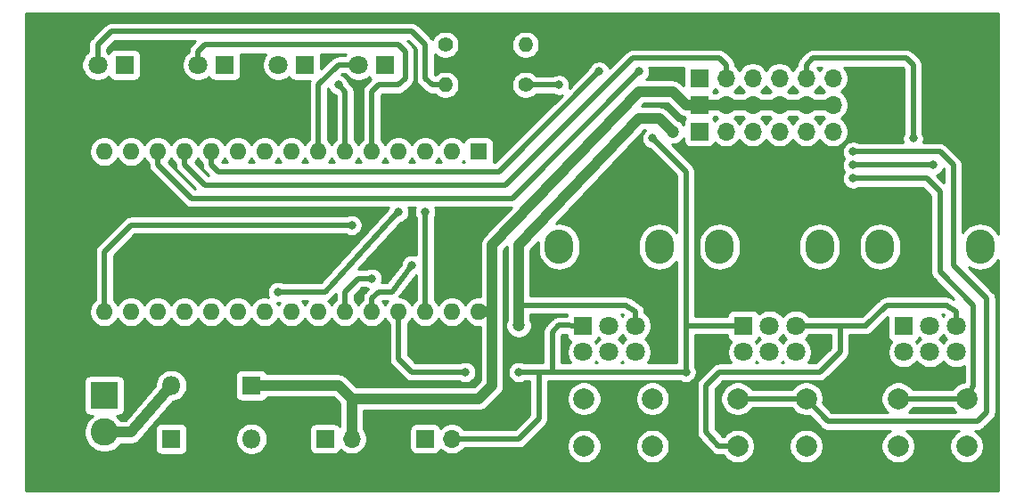
<source format=gbr>
%TF.GenerationSoftware,KiCad,Pcbnew,(5.1.9)-1*%
%TF.CreationDate,2021-09-21T00:59:16-04:00*%
%TF.ProjectId,Servo-Simple-Tester-ver-0.1,53657276-6f2d-4536-996d-706c652d5465,rev?*%
%TF.SameCoordinates,Original*%
%TF.FileFunction,Copper,L2,Bot*%
%TF.FilePolarity,Positive*%
%FSLAX46Y46*%
G04 Gerber Fmt 4.6, Leading zero omitted, Abs format (unit mm)*
G04 Created by KiCad (PCBNEW (5.1.9)-1) date 2021-09-21 00:59:16*
%MOMM*%
%LPD*%
G01*
G04 APERTURE LIST*
%TA.AperFunction,ComponentPad*%
%ADD10R,1.700000X1.700000*%
%TD*%
%TA.AperFunction,ComponentPad*%
%ADD11O,1.700000X1.700000*%
%TD*%
%TA.AperFunction,ComponentPad*%
%ADD12C,1.800000*%
%TD*%
%TA.AperFunction,ComponentPad*%
%ADD13R,1.800000X1.800000*%
%TD*%
%TA.AperFunction,ComponentPad*%
%ADD14C,2.000000*%
%TD*%
%TA.AperFunction,ComponentPad*%
%ADD15O,2.720000X3.240000*%
%TD*%
%TA.AperFunction,ComponentPad*%
%ADD16O,1.400000X1.400000*%
%TD*%
%TA.AperFunction,ComponentPad*%
%ADD17C,1.400000*%
%TD*%
%TA.AperFunction,ComponentPad*%
%ADD18C,2.600000*%
%TD*%
%TA.AperFunction,ComponentPad*%
%ADD19R,2.600000X2.600000*%
%TD*%
%TA.AperFunction,ComponentPad*%
%ADD20O,1.800000X1.800000*%
%TD*%
%TA.AperFunction,ComponentPad*%
%ADD21O,1.600000X1.600000*%
%TD*%
%TA.AperFunction,ComponentPad*%
%ADD22R,1.600000X1.600000*%
%TD*%
%TA.AperFunction,ViaPad*%
%ADD23C,0.800000*%
%TD*%
%TA.AperFunction,ViaPad*%
%ADD24C,1.200000*%
%TD*%
%TA.AperFunction,Conductor*%
%ADD25C,0.500000*%
%TD*%
%TA.AperFunction,Conductor*%
%ADD26C,1.000000*%
%TD*%
%TA.AperFunction,Conductor*%
%ADD27C,0.250000*%
%TD*%
%TA.AperFunction,NonConductor*%
%ADD28C,0.254000*%
%TD*%
%TA.AperFunction,NonConductor*%
%ADD29C,0.100000*%
%TD*%
G04 APERTURE END LIST*
D10*
%TO.P,J5,1*%
%TO.N,D8*%
X144780000Y-90170000D03*
D11*
%TO.P,J5,5*%
%TO.N,D12*%
X154940000Y-90170000D03*
%TO.P,J5,2*%
%TO.N,D9*%
X147320000Y-90170000D03*
%TO.P,J5,3*%
%TO.N,D10*%
X149860000Y-90170000D03*
%TO.P,J5,6*%
%TO.N,D13*%
X157480000Y-90170000D03*
%TO.P,J5,4*%
%TO.N,D11*%
X152400000Y-90170000D03*
%TD*%
D10*
%TO.P,J4,1*%
%TO.N,VIN*%
X144780000Y-92710000D03*
D11*
%TO.P,J4,5*%
X154940000Y-92710000D03*
%TO.P,J4,2*%
X147320000Y-92710000D03*
%TO.P,J4,3*%
X149860000Y-92710000D03*
%TO.P,J4,6*%
X157480000Y-92710000D03*
%TO.P,J4,4*%
X152400000Y-92710000D03*
%TD*%
D10*
%TO.P,J3,1*%
%TO.N,GND*%
X144780000Y-95250000D03*
D11*
%TO.P,J3,5*%
X154940000Y-95250000D03*
%TO.P,J3,2*%
X147320000Y-95250000D03*
%TO.P,J3,3*%
X149860000Y-95250000D03*
%TO.P,J3,6*%
X157480000Y-95250000D03*
%TO.P,J3,4*%
X152400000Y-95250000D03*
%TD*%
D12*
%TO.P,D1,2*%
%TO.N,Net-(D1-Pad2)*%
X87630000Y-88900000D03*
D13*
%TO.P,D1,1*%
%TO.N,GND*%
X90170000Y-88900000D03*
%TD*%
D11*
%TO.P,J2,2*%
%TO.N,VIN*%
X111760000Y-124460000D03*
D10*
%TO.P,J2,1*%
%TO.N,GND*%
X109220000Y-124460000D03*
%TD*%
D11*
%TO.P,J1,2*%
%TO.N,+5V*%
X121285000Y-124460000D03*
D10*
%TO.P,J1,1*%
%TO.N,GND*%
X118745000Y-124460000D03*
%TD*%
D14*
%TO.P,SW3,1*%
%TO.N,D7*%
X154940000Y-120650000D03*
%TO.P,SW3,2*%
%TO.N,GND*%
X154940000Y-125150000D03*
%TO.P,SW3,1*%
%TO.N,D7*%
X148440000Y-120650000D03*
%TO.P,SW3,2*%
%TO.N,GND*%
X148440000Y-125150000D03*
%TD*%
%TO.P,SW2,1*%
%TO.N,D6*%
X140335000Y-120650000D03*
%TO.P,SW2,2*%
%TO.N,GND*%
X140335000Y-125150000D03*
%TO.P,SW2,1*%
%TO.N,D6*%
X133835000Y-120650000D03*
%TO.P,SW2,2*%
%TO.N,GND*%
X133835000Y-125150000D03*
%TD*%
%TO.P,SW1,1*%
%TO.N,D5*%
X170180000Y-120650000D03*
%TO.P,SW1,2*%
%TO.N,GND*%
X170180000Y-125150000D03*
%TO.P,SW1,1*%
%TO.N,D5*%
X163680000Y-120650000D03*
%TO.P,SW1,2*%
%TO.N,GND*%
X163680000Y-125150000D03*
%TD*%
D12*
%TO.P,RV3,4*%
%TO.N,N/C*%
X164200000Y-116205000D03*
%TO.P,RV3,5*%
X166700000Y-116205000D03*
%TO.P,RV3,6*%
X169200000Y-116205000D03*
D15*
%TO.P,RV3,*%
%TO.N,*%
X161950000Y-106205000D03*
X171450000Y-106205000D03*
D12*
%TO.P,RV3,3*%
%TO.N,GND*%
X169200000Y-113705000D03*
%TO.P,RV3,2*%
%TO.N,A7*%
X166700000Y-113705000D03*
D13*
%TO.P,RV3,1*%
%TO.N,+5V*%
X164200000Y-113705000D03*
%TD*%
D12*
%TO.P,RV2,4*%
%TO.N,N/C*%
X148960000Y-116205000D03*
%TO.P,RV2,5*%
X151460000Y-116205000D03*
%TO.P,RV2,6*%
X153960000Y-116205000D03*
D15*
%TO.P,RV2,*%
%TO.N,*%
X146710000Y-106205000D03*
X156210000Y-106205000D03*
D12*
%TO.P,RV2,3*%
%TO.N,GND*%
X153960000Y-113705000D03*
%TO.P,RV2,2*%
%TO.N,A6*%
X151460000Y-113705000D03*
D13*
%TO.P,RV2,1*%
%TO.N,+5V*%
X148960000Y-113705000D03*
%TD*%
D12*
%TO.P,RV1,4*%
%TO.N,N/C*%
X133720000Y-116205000D03*
%TO.P,RV1,5*%
X136220000Y-116205000D03*
%TO.P,RV1,6*%
X138720000Y-116205000D03*
D15*
%TO.P,RV1,*%
%TO.N,*%
X131470000Y-106205000D03*
X140970000Y-106205000D03*
D12*
%TO.P,RV1,3*%
%TO.N,GND*%
X138720000Y-113705000D03*
%TO.P,RV1,2*%
%TO.N,A5*%
X136220000Y-113705000D03*
D13*
%TO.P,RV1,1*%
%TO.N,+5V*%
X133720000Y-113705000D03*
%TD*%
D16*
%TO.P,R2,2*%
%TO.N,GND*%
X128270000Y-86995000D03*
D17*
%TO.P,R2,1*%
%TO.N,Net-(D2-Pad1)*%
X120650000Y-86995000D03*
%TD*%
D16*
%TO.P,R1,2*%
%TO.N,Net-(D1-Pad2)*%
X120650000Y-90805000D03*
D17*
%TO.P,R1,1*%
%TO.N,+5V*%
X128270000Y-90805000D03*
%TD*%
D18*
%TO.P,J6,2*%
%TO.N,Net-(D6-Pad2)*%
X88265000Y-123825000D03*
D19*
%TO.P,J6,1*%
%TO.N,Net-(D5-Pad1)*%
X88265000Y-120325000D03*
%TD*%
D20*
%TO.P,D6,2*%
%TO.N,Net-(D6-Pad2)*%
X94615000Y-119380000D03*
D13*
%TO.P,D6,1*%
%TO.N,VIN*%
X102235000Y-119380000D03*
%TD*%
D20*
%TO.P,D5,2*%
%TO.N,GND*%
X102235000Y-124460000D03*
D13*
%TO.P,D5,1*%
%TO.N,Net-(D5-Pad1)*%
X94615000Y-124460000D03*
%TD*%
D12*
%TO.P,D4,2*%
%TO.N,D4*%
X112395000Y-88900000D03*
D13*
%TO.P,D4,1*%
%TO.N,Net-(D2-Pad1)*%
X114935000Y-88900000D03*
%TD*%
D12*
%TO.P,D3,2*%
%TO.N,D3*%
X104775000Y-88900000D03*
D13*
%TO.P,D3,1*%
%TO.N,Net-(D2-Pad1)*%
X107315000Y-88900000D03*
%TD*%
D12*
%TO.P,D2,2*%
%TO.N,D2*%
X97155000Y-88900000D03*
D13*
%TO.P,D2,1*%
%TO.N,Net-(D2-Pad1)*%
X99695000Y-88900000D03*
%TD*%
D21*
%TO.P,A1,16*%
%TO.N,D13*%
X88265000Y-112395000D03*
%TO.P,A1,15*%
%TO.N,D12*%
X88265000Y-97155000D03*
%TO.P,A1,30*%
%TO.N,VIN*%
X123825000Y-112395000D03*
%TO.P,A1,14*%
%TO.N,D11*%
X90805000Y-97155000D03*
%TO.P,A1,29*%
%TO.N,GND*%
X121285000Y-112395000D03*
%TO.P,A1,13*%
%TO.N,D10*%
X93345000Y-97155000D03*
%TO.P,A1,28*%
%TO.N,RESET*%
X118745000Y-112395000D03*
%TO.P,A1,12*%
%TO.N,D9*%
X95885000Y-97155000D03*
%TO.P,A1,27*%
%TO.N,+5V*%
X116205000Y-112395000D03*
%TO.P,A1,11*%
%TO.N,D8*%
X98425000Y-97155000D03*
%TO.P,A1,26*%
%TO.N,A7*%
X113665000Y-112395000D03*
%TO.P,A1,10*%
%TO.N,D7*%
X100965000Y-97155000D03*
%TO.P,A1,25*%
%TO.N,A6*%
X111125000Y-112395000D03*
%TO.P,A1,9*%
%TO.N,D6*%
X103505000Y-97155000D03*
%TO.P,A1,24*%
%TO.N,A5*%
X108585000Y-112395000D03*
%TO.P,A1,8*%
%TO.N,D5*%
X106045000Y-97155000D03*
%TO.P,A1,23*%
%TO.N,A4*%
X106045000Y-112395000D03*
%TO.P,A1,7*%
%TO.N,D4*%
X108585000Y-97155000D03*
%TO.P,A1,22*%
%TO.N,A3*%
X103505000Y-112395000D03*
%TO.P,A1,6*%
%TO.N,D3*%
X111125000Y-97155000D03*
%TO.P,A1,21*%
%TO.N,A2*%
X100965000Y-112395000D03*
%TO.P,A1,5*%
%TO.N,D2*%
X113665000Y-97155000D03*
%TO.P,A1,20*%
%TO.N,A1*%
X98425000Y-112395000D03*
%TO.P,A1,4*%
%TO.N,GND*%
X116205000Y-97155000D03*
%TO.P,A1,19*%
%TO.N,A0*%
X95885000Y-112395000D03*
%TO.P,A1,3*%
%TO.N,RESET*%
X118745000Y-97155000D03*
%TO.P,A1,18*%
%TO.N,REF*%
X93345000Y-112395000D03*
%TO.P,A1,2*%
%TO.N,RX*%
X121285000Y-97155000D03*
%TO.P,A1,17*%
%TO.N,3.3V*%
X90805000Y-112395000D03*
D22*
%TO.P,A1,1*%
%TO.N,TX*%
X123825000Y-97155000D03*
%TD*%
D23*
%TO.N,GND*%
X116205000Y-102870000D03*
X104775000Y-110490000D03*
D24*
X127635000Y-113665000D03*
X142240000Y-95250000D03*
D23*
%TO.N,D3*%
X110490000Y-90805000D03*
%TO.N,RESET*%
X118745000Y-102870000D03*
%TO.N,D5*%
X159385000Y-99695000D03*
%TO.N,D6*%
X159385000Y-98425000D03*
X167005000Y-98425000D03*
%TO.N,D7*%
X159385000Y-97155000D03*
%TO.N,D8*%
X135255000Y-89535000D03*
%TO.N,D10*%
X139065000Y-89535000D03*
%TO.N,D12*%
X165100000Y-95885000D03*
%TO.N,+5V*%
X143510000Y-118110000D03*
X131445000Y-90805000D03*
X122555000Y-118110000D03*
X127635000Y-118110000D03*
X140335000Y-95885000D03*
%TO.N,A7*%
X117475000Y-107950000D03*
%TO.N,A6*%
X113665000Y-109220000D03*
%TO.N,D13*%
X111760000Y-104140000D03*
%TD*%
D25*
%TO.N,Net-(D1-Pad2)*%
X88900000Y-85725000D02*
X87630000Y-86995000D01*
X117475000Y-85725000D02*
X88900000Y-85725000D01*
X118745000Y-86995000D02*
X117475000Y-85725000D01*
X118745000Y-90170000D02*
X118745000Y-86995000D01*
X87630000Y-86995000D02*
X87630000Y-88900000D01*
X119380000Y-90805000D02*
X118745000Y-90170000D01*
X120650000Y-90805000D02*
X119380000Y-90805000D01*
%TO.N,GND*%
X104775000Y-110490000D02*
X104775000Y-110490000D01*
D26*
X127635000Y-113665000D02*
X127635000Y-113665000D01*
D27*
X160615000Y-113705000D02*
X160655000Y-113665000D01*
D25*
X153960000Y-113705000D02*
X158155000Y-113705000D01*
X158155000Y-113705000D02*
X160615000Y-113705000D01*
X146630000Y-125150000D02*
X148440000Y-125150000D01*
X145415000Y-123825000D02*
X146630000Y-125150000D01*
X145415000Y-119380000D02*
X145415000Y-123825000D01*
X146685000Y-118110000D02*
X145415000Y-119380000D01*
X156210000Y-118110000D02*
X146685000Y-118110000D01*
X158155000Y-116165000D02*
X156210000Y-118110000D01*
X158155000Y-113705000D02*
X158155000Y-116165000D01*
X115570000Y-103505000D02*
X116205000Y-102870000D01*
X109220000Y-110490000D02*
X115570000Y-103505000D01*
X104775000Y-110490000D02*
X109220000Y-110490000D01*
X169200000Y-112395000D02*
X169200000Y-113705000D01*
X168275000Y-111760000D02*
X169200000Y-112395000D01*
X162560000Y-111760000D02*
X168275000Y-111760000D01*
X160655000Y-113665000D02*
X162560000Y-111760000D01*
X137160000Y-111760000D02*
X127635000Y-111760000D01*
X137795000Y-111760000D02*
X137160000Y-111760000D01*
X138720000Y-112395000D02*
X137795000Y-111760000D01*
X138720000Y-113705000D02*
X138720000Y-112395000D01*
D26*
X139065000Y-93980000D02*
X127635000Y-106045000D01*
X127635000Y-106045000D02*
X127635000Y-113665000D01*
X140970000Y-93980000D02*
X139065000Y-93980000D01*
X142240000Y-95250000D02*
X140970000Y-93980000D01*
D25*
%TO.N,D2*%
X114300000Y-90805000D02*
X113665000Y-91440000D01*
X116840000Y-90170000D02*
X116205000Y-90805000D01*
X116205000Y-86995000D02*
X116840000Y-87630000D01*
X97790000Y-86995000D02*
X116205000Y-86995000D01*
X113665000Y-91440000D02*
X113665000Y-97155000D01*
X97155000Y-87630000D02*
X97790000Y-86995000D01*
X116205000Y-90805000D02*
X114300000Y-90805000D01*
X116840000Y-87630000D02*
X116840000Y-90170000D01*
X97155000Y-88900000D02*
X97155000Y-87630000D01*
%TO.N,D3*%
X110490000Y-90805000D02*
X110490000Y-90805000D01*
X111125000Y-95885000D02*
X111125000Y-97155000D01*
X111125000Y-91440000D02*
X111125000Y-95885000D01*
X110490000Y-90805000D02*
X111125000Y-91440000D01*
%TO.N,D4*%
X108585000Y-95885000D02*
X108585000Y-97155000D01*
X108585000Y-90805000D02*
X108585000Y-95885000D01*
X110490000Y-88900000D02*
X108585000Y-90805000D01*
X112395000Y-88900000D02*
X110490000Y-88900000D01*
D26*
%TO.N,Net-(D6-Pad2)*%
X90805000Y-123825000D02*
X94615000Y-119380000D01*
X88265000Y-123825000D02*
X90805000Y-123825000D01*
%TO.N,VIN*%
X157480000Y-92710000D02*
X154940000Y-92710000D01*
X154940000Y-92710000D02*
X152400000Y-92710000D01*
X152400000Y-92710000D02*
X149860000Y-92710000D01*
X149860000Y-92710000D02*
X147320000Y-92710000D01*
X147320000Y-92710000D02*
X144780000Y-92710000D01*
X111760000Y-124460000D02*
X111760000Y-120650000D01*
X111760000Y-120650000D02*
X110490000Y-119380000D01*
X102235000Y-119380000D02*
X110490000Y-119380000D01*
X123825000Y-112395000D02*
X125095000Y-112395000D01*
X125095000Y-119380000D02*
X125095000Y-112395000D01*
X123825000Y-120650000D02*
X125095000Y-119380000D01*
X111760000Y-120650000D02*
X123825000Y-120650000D01*
X143510000Y-92710000D02*
X144780000Y-92710000D01*
X142240000Y-91440000D02*
X143510000Y-92710000D01*
X139065000Y-91440000D02*
X142240000Y-91440000D01*
X125095000Y-106045000D02*
X139065000Y-91440000D01*
X125095000Y-112395000D02*
X125095000Y-106045000D01*
D25*
%TO.N,RESET*%
X118745000Y-111125000D02*
X118745000Y-112395000D01*
X118745000Y-102870000D02*
X118745000Y-111125000D01*
%TO.N,D5*%
X170180000Y-120650000D02*
X163680000Y-120650000D01*
X170815000Y-119380000D02*
X170180000Y-120650000D01*
X167640000Y-108585000D02*
X170815000Y-111760000D01*
X170815000Y-111760000D02*
X170815000Y-119380000D01*
X167640000Y-100965000D02*
X167640000Y-108585000D01*
X166370000Y-99695000D02*
X167640000Y-100965000D01*
X159385000Y-99695000D02*
X166370000Y-99695000D01*
%TO.N,D6*%
X159385000Y-98425000D02*
X159385000Y-98425000D01*
X167005000Y-98425000D02*
X159385000Y-98425000D01*
%TO.N,D7*%
X159385000Y-97155000D02*
X159385000Y-97155000D01*
X154940000Y-120650000D02*
X148440000Y-120650000D01*
X156972000Y-122809000D02*
X154940000Y-120650000D01*
X171196000Y-122809000D02*
X156972000Y-122809000D01*
X172085000Y-121920000D02*
X171196000Y-122809000D01*
X168910000Y-107950000D02*
X172085000Y-111125000D01*
X172085000Y-111125000D02*
X172085000Y-121920000D01*
X168910000Y-98425000D02*
X168910000Y-107950000D01*
X167640000Y-97155000D02*
X168910000Y-98425000D01*
X159385000Y-97155000D02*
X167640000Y-97155000D01*
%TO.N,D8*%
X135255000Y-89535000D02*
X135255000Y-89535000D01*
X98425000Y-98425000D02*
X98425000Y-97155000D01*
X99060000Y-99060000D02*
X98425000Y-98425000D01*
X125730000Y-99060000D02*
X99060000Y-99060000D01*
X135255000Y-89535000D02*
X125730000Y-99060000D01*
%TO.N,D9*%
X147320000Y-88900000D02*
X147320000Y-90805000D01*
X146685000Y-88265000D02*
X147320000Y-88900000D01*
X126365000Y-100330000D02*
X138430000Y-88265000D01*
X138430000Y-88265000D02*
X146685000Y-88265000D01*
X97790000Y-100330000D02*
X126365000Y-100330000D01*
X95885000Y-98425000D02*
X97790000Y-100330000D01*
X95885000Y-97155000D02*
X95885000Y-98425000D01*
%TO.N,D10*%
X93345000Y-98425000D02*
X93345000Y-97155000D01*
X96520000Y-101600000D02*
X93345000Y-98425000D01*
X127000000Y-101600000D02*
X96520000Y-101600000D01*
X139065000Y-89535000D02*
X127000000Y-101600000D01*
%TO.N,D12*%
X154940000Y-88900000D02*
X154940000Y-90805000D01*
X155575000Y-88265000D02*
X154940000Y-88900000D01*
X164465000Y-88265000D02*
X155575000Y-88265000D01*
X165100000Y-88900000D02*
X164465000Y-88265000D01*
X165100000Y-95885000D02*
X165100000Y-88900000D01*
%TO.N,+5V*%
X122555000Y-118110000D02*
X122555000Y-118110000D01*
X140335000Y-95885000D02*
X140335000Y-95885000D01*
X143510000Y-118110000D02*
X143510000Y-118110000D01*
X143510000Y-114300000D02*
X143510000Y-118110000D01*
D27*
X143550000Y-113705000D02*
X143510000Y-113665000D01*
D25*
X148960000Y-113705000D02*
X143550000Y-113705000D01*
X143510000Y-113665000D02*
X143510000Y-114300000D01*
X129540000Y-122555000D02*
X127635000Y-124460000D01*
X129540000Y-118110000D02*
X129540000Y-122555000D01*
X127635000Y-124460000D02*
X121285000Y-124460000D01*
X129540000Y-118110000D02*
X130810000Y-118110000D01*
X131445000Y-113665000D02*
X133720000Y-113705000D01*
X130810000Y-114300000D02*
X131445000Y-113665000D01*
X130810000Y-118110000D02*
X130810000Y-114300000D01*
X143510000Y-118110000D02*
X130810000Y-118110000D01*
X130810000Y-90805000D02*
X128270000Y-90805000D01*
X131445000Y-90805000D02*
X130810000Y-90805000D01*
X116205000Y-116840000D02*
X116205000Y-112395000D01*
X117475000Y-118110000D02*
X116205000Y-116840000D01*
X122555000Y-118110000D02*
X117475000Y-118110000D01*
X127635000Y-118110000D02*
X129540000Y-118110000D01*
X143510000Y-99060000D02*
X143510000Y-113665000D01*
X140335000Y-95885000D02*
X143510000Y-99060000D01*
%TO.N,A7*%
X117475000Y-107950000D02*
X117475000Y-107950000D01*
X113665000Y-111125000D02*
X113665000Y-112395000D01*
X114300000Y-110490000D02*
X113665000Y-111125000D01*
X115570000Y-110490000D02*
X114300000Y-110490000D01*
X117475000Y-107950000D02*
X115570000Y-110490000D01*
%TO.N,A6*%
X113665000Y-109220000D02*
X113665000Y-109220000D01*
X111125000Y-110490000D02*
X111125000Y-112395000D01*
X112395000Y-109220000D02*
X111125000Y-110490000D01*
X113665000Y-109220000D02*
X112395000Y-109220000D01*
%TO.N,D13*%
X111760000Y-104140000D02*
X90805000Y-104140000D01*
X90805000Y-104140000D02*
X88265000Y-106680000D01*
X88265000Y-106680000D02*
X88265000Y-112395000D01*
%TD*%
D28*
X173203001Y-104992532D02*
X173116807Y-104831275D01*
X172867503Y-104527497D01*
X172563725Y-104278193D01*
X172217147Y-104092943D01*
X171841088Y-103978867D01*
X171450000Y-103940348D01*
X171058913Y-103978867D01*
X170682854Y-104092943D01*
X170336276Y-104278193D01*
X170032498Y-104527497D01*
X169795000Y-104816888D01*
X169795000Y-98468465D01*
X169799281Y-98424999D01*
X169795000Y-98381533D01*
X169795000Y-98381523D01*
X169782195Y-98251510D01*
X169731589Y-98084687D01*
X169649411Y-97930941D01*
X169538817Y-97796183D01*
X169505050Y-97768471D01*
X168296534Y-96559956D01*
X168268817Y-96526183D01*
X168134059Y-96415589D01*
X167980313Y-96333411D01*
X167813490Y-96282805D01*
X167683477Y-96270000D01*
X167683469Y-96270000D01*
X167640000Y-96265719D01*
X167596531Y-96270000D01*
X166060804Y-96270000D01*
X166095226Y-96186898D01*
X166135000Y-95986939D01*
X166135000Y-95783061D01*
X166095226Y-95583102D01*
X166017205Y-95394744D01*
X165985000Y-95346546D01*
X165985000Y-88943469D01*
X165989281Y-88900000D01*
X165985000Y-88856531D01*
X165985000Y-88856523D01*
X165972195Y-88726510D01*
X165935430Y-88605313D01*
X165921589Y-88559686D01*
X165839411Y-88405941D01*
X165756532Y-88304953D01*
X165756530Y-88304951D01*
X165728817Y-88271183D01*
X165695049Y-88243470D01*
X165121534Y-87669956D01*
X165093817Y-87636183D01*
X164959059Y-87525589D01*
X164805313Y-87443411D01*
X164638490Y-87392805D01*
X164508477Y-87380000D01*
X164508469Y-87380000D01*
X164465000Y-87375719D01*
X164421531Y-87380000D01*
X155618469Y-87380000D01*
X155575000Y-87375719D01*
X155531531Y-87380000D01*
X155531523Y-87380000D01*
X155401510Y-87392805D01*
X155234686Y-87443411D01*
X155080941Y-87525589D01*
X154979953Y-87608468D01*
X154979951Y-87608470D01*
X154946183Y-87636183D01*
X154918470Y-87669951D01*
X154344956Y-88243466D01*
X154311183Y-88271183D01*
X154200589Y-88405942D01*
X154118411Y-88559688D01*
X154091015Y-88650000D01*
X154071779Y-88713412D01*
X154067805Y-88726511D01*
X154055000Y-88856524D01*
X154055000Y-88856531D01*
X154050719Y-88900000D01*
X154055000Y-88943469D01*
X154055000Y-88975344D01*
X153993368Y-89016525D01*
X153786525Y-89223368D01*
X153670000Y-89397760D01*
X153553475Y-89223368D01*
X153346632Y-89016525D01*
X153103411Y-88854010D01*
X152833158Y-88742068D01*
X152546260Y-88685000D01*
X152253740Y-88685000D01*
X151966842Y-88742068D01*
X151696589Y-88854010D01*
X151453368Y-89016525D01*
X151246525Y-89223368D01*
X151130000Y-89397760D01*
X151013475Y-89223368D01*
X150806632Y-89016525D01*
X150563411Y-88854010D01*
X150293158Y-88742068D01*
X150006260Y-88685000D01*
X149713740Y-88685000D01*
X149426842Y-88742068D01*
X149156589Y-88854010D01*
X148913368Y-89016525D01*
X148706525Y-89223368D01*
X148590000Y-89397760D01*
X148473475Y-89223368D01*
X148266632Y-89016525D01*
X148205000Y-88975344D01*
X148205000Y-88943469D01*
X148209281Y-88900000D01*
X148205000Y-88856531D01*
X148205000Y-88856523D01*
X148192195Y-88726510D01*
X148155430Y-88605313D01*
X148141589Y-88559686D01*
X148059411Y-88405941D01*
X147976532Y-88304953D01*
X147976530Y-88304951D01*
X147948817Y-88271183D01*
X147915050Y-88243471D01*
X147341534Y-87669956D01*
X147313817Y-87636183D01*
X147179059Y-87525589D01*
X147025313Y-87443411D01*
X146858490Y-87392805D01*
X146728477Y-87380000D01*
X146728469Y-87380000D01*
X146685000Y-87375719D01*
X146641531Y-87380000D01*
X138473469Y-87380000D01*
X138430000Y-87375719D01*
X138386531Y-87380000D01*
X138386523Y-87380000D01*
X138256510Y-87392805D01*
X138089686Y-87443411D01*
X137935941Y-87525589D01*
X137834953Y-87608468D01*
X137834951Y-87608470D01*
X137801183Y-87636183D01*
X137773470Y-87669951D01*
X136238537Y-89204884D01*
X136172205Y-89044744D01*
X136058937Y-88875226D01*
X135914774Y-88731063D01*
X135745256Y-88617795D01*
X135556898Y-88539774D01*
X135356939Y-88500000D01*
X135153061Y-88500000D01*
X134953102Y-88539774D01*
X134764744Y-88617795D01*
X134595226Y-88731063D01*
X134451063Y-88875226D01*
X134337795Y-89044744D01*
X134259774Y-89233102D01*
X134248465Y-89289956D01*
X132442387Y-91096034D01*
X132480000Y-90906939D01*
X132480000Y-90703061D01*
X132440226Y-90503102D01*
X132362205Y-90314744D01*
X132248937Y-90145226D01*
X132104774Y-90001063D01*
X131935256Y-89887795D01*
X131746898Y-89809774D01*
X131546939Y-89770000D01*
X131343061Y-89770000D01*
X131143102Y-89809774D01*
X130954744Y-89887795D01*
X130906546Y-89920000D01*
X129272975Y-89920000D01*
X129121013Y-89768038D01*
X128902359Y-89621939D01*
X128659405Y-89521304D01*
X128401486Y-89470000D01*
X128138514Y-89470000D01*
X127880595Y-89521304D01*
X127637641Y-89621939D01*
X127418987Y-89768038D01*
X127233038Y-89953987D01*
X127086939Y-90172641D01*
X126986304Y-90415595D01*
X126935000Y-90673514D01*
X126935000Y-90936486D01*
X126986304Y-91194405D01*
X127086939Y-91437359D01*
X127233038Y-91656013D01*
X127418987Y-91841962D01*
X127637641Y-91988061D01*
X127880595Y-92088696D01*
X128138514Y-92140000D01*
X128401486Y-92140000D01*
X128659405Y-92088696D01*
X128902359Y-91988061D01*
X129121013Y-91841962D01*
X129272975Y-91690000D01*
X130906546Y-91690000D01*
X130954744Y-91722205D01*
X131143102Y-91800226D01*
X131343061Y-91840000D01*
X131546939Y-91840000D01*
X131736034Y-91802387D01*
X125363422Y-98175000D01*
X125221837Y-98175000D01*
X125250812Y-98079482D01*
X125263072Y-97955000D01*
X125263072Y-96355000D01*
X125250812Y-96230518D01*
X125214502Y-96110820D01*
X125155537Y-96000506D01*
X125076185Y-95903815D01*
X124979494Y-95824463D01*
X124869180Y-95765498D01*
X124749482Y-95729188D01*
X124625000Y-95716928D01*
X123025000Y-95716928D01*
X122900518Y-95729188D01*
X122780820Y-95765498D01*
X122670506Y-95824463D01*
X122573815Y-95903815D01*
X122494463Y-96000506D01*
X122435498Y-96110820D01*
X122399188Y-96230518D01*
X122398357Y-96238961D01*
X122199759Y-96040363D01*
X121964727Y-95883320D01*
X121703574Y-95775147D01*
X121426335Y-95720000D01*
X121143665Y-95720000D01*
X120866426Y-95775147D01*
X120605273Y-95883320D01*
X120370241Y-96040363D01*
X120170363Y-96240241D01*
X120015000Y-96472759D01*
X119859637Y-96240241D01*
X119659759Y-96040363D01*
X119424727Y-95883320D01*
X119163574Y-95775147D01*
X118886335Y-95720000D01*
X118603665Y-95720000D01*
X118326426Y-95775147D01*
X118065273Y-95883320D01*
X117830241Y-96040363D01*
X117630363Y-96240241D01*
X117475000Y-96472759D01*
X117319637Y-96240241D01*
X117119759Y-96040363D01*
X116884727Y-95883320D01*
X116623574Y-95775147D01*
X116346335Y-95720000D01*
X116063665Y-95720000D01*
X115786426Y-95775147D01*
X115525273Y-95883320D01*
X115290241Y-96040363D01*
X115090363Y-96240241D01*
X114935000Y-96472759D01*
X114779637Y-96240241D01*
X114579759Y-96040363D01*
X114550000Y-96020479D01*
X114550000Y-91806578D01*
X114666579Y-91690000D01*
X116161531Y-91690000D01*
X116205000Y-91694281D01*
X116248469Y-91690000D01*
X116248477Y-91690000D01*
X116378490Y-91677195D01*
X116545313Y-91626589D01*
X116699059Y-91544411D01*
X116833817Y-91433817D01*
X116861534Y-91400044D01*
X117435049Y-90826530D01*
X117468817Y-90798817D01*
X117496533Y-90765046D01*
X117579411Y-90664059D01*
X117661589Y-90510314D01*
X117712195Y-90343490D01*
X117715026Y-90314744D01*
X117725000Y-90213477D01*
X117725000Y-90213469D01*
X117729281Y-90170000D01*
X117725000Y-90126531D01*
X117725000Y-87673469D01*
X117729281Y-87630000D01*
X117725000Y-87586531D01*
X117725000Y-87586523D01*
X117712195Y-87456510D01*
X117684435Y-87365000D01*
X117661589Y-87289686D01*
X117579411Y-87135941D01*
X117496532Y-87034953D01*
X117496530Y-87034951D01*
X117468817Y-87001183D01*
X117435050Y-86973471D01*
X117071578Y-86610000D01*
X117108422Y-86610000D01*
X117860001Y-87361580D01*
X117860000Y-90126531D01*
X117855719Y-90170000D01*
X117860000Y-90213469D01*
X117860000Y-90213476D01*
X117869974Y-90314744D01*
X117872805Y-90343490D01*
X117882937Y-90376888D01*
X117923411Y-90510312D01*
X118005589Y-90664058D01*
X118116183Y-90798817D01*
X118149956Y-90826534D01*
X118723468Y-91400047D01*
X118751183Y-91433817D01*
X118784951Y-91461530D01*
X118784953Y-91461532D01*
X118885941Y-91544411D01*
X119039686Y-91626589D01*
X119206510Y-91677195D01*
X119336523Y-91690000D01*
X119336531Y-91690000D01*
X119380000Y-91694281D01*
X119423469Y-91690000D01*
X119647025Y-91690000D01*
X119798987Y-91841962D01*
X120017641Y-91988061D01*
X120260595Y-92088696D01*
X120518514Y-92140000D01*
X120781486Y-92140000D01*
X121039405Y-92088696D01*
X121282359Y-91988061D01*
X121501013Y-91841962D01*
X121686962Y-91656013D01*
X121833061Y-91437359D01*
X121933696Y-91194405D01*
X121985000Y-90936486D01*
X121985000Y-90673514D01*
X121933696Y-90415595D01*
X121833061Y-90172641D01*
X121686962Y-89953987D01*
X121501013Y-89768038D01*
X121282359Y-89621939D01*
X121039405Y-89521304D01*
X120781486Y-89470000D01*
X120518514Y-89470000D01*
X120260595Y-89521304D01*
X120017641Y-89621939D01*
X119798987Y-89768038D01*
X119696802Y-89870223D01*
X119630000Y-89803422D01*
X119630000Y-87862975D01*
X119798987Y-88031962D01*
X120017641Y-88178061D01*
X120260595Y-88278696D01*
X120518514Y-88330000D01*
X120781486Y-88330000D01*
X121039405Y-88278696D01*
X121282359Y-88178061D01*
X121501013Y-88031962D01*
X121686962Y-87846013D01*
X121833061Y-87627359D01*
X121933696Y-87384405D01*
X121985000Y-87126486D01*
X121985000Y-86863514D01*
X126935000Y-86863514D01*
X126935000Y-87126486D01*
X126986304Y-87384405D01*
X127086939Y-87627359D01*
X127233038Y-87846013D01*
X127418987Y-88031962D01*
X127637641Y-88178061D01*
X127880595Y-88278696D01*
X128138514Y-88330000D01*
X128401486Y-88330000D01*
X128659405Y-88278696D01*
X128902359Y-88178061D01*
X129121013Y-88031962D01*
X129306962Y-87846013D01*
X129453061Y-87627359D01*
X129553696Y-87384405D01*
X129605000Y-87126486D01*
X129605000Y-86863514D01*
X129553696Y-86605595D01*
X129453061Y-86362641D01*
X129306962Y-86143987D01*
X129121013Y-85958038D01*
X128902359Y-85811939D01*
X128659405Y-85711304D01*
X128401486Y-85660000D01*
X128138514Y-85660000D01*
X127880595Y-85711304D01*
X127637641Y-85811939D01*
X127418987Y-85958038D01*
X127233038Y-86143987D01*
X127086939Y-86362641D01*
X126986304Y-86605595D01*
X126935000Y-86863514D01*
X121985000Y-86863514D01*
X121933696Y-86605595D01*
X121833061Y-86362641D01*
X121686962Y-86143987D01*
X121501013Y-85958038D01*
X121282359Y-85811939D01*
X121039405Y-85711304D01*
X120781486Y-85660000D01*
X120518514Y-85660000D01*
X120260595Y-85711304D01*
X120017641Y-85811939D01*
X119798987Y-85958038D01*
X119613038Y-86143987D01*
X119466939Y-86362641D01*
X119434729Y-86440403D01*
X119401532Y-86399953D01*
X119401530Y-86399951D01*
X119373817Y-86366183D01*
X119340049Y-86338470D01*
X118131534Y-85129956D01*
X118103817Y-85096183D01*
X117969059Y-84985589D01*
X117815313Y-84903411D01*
X117648490Y-84852805D01*
X117518477Y-84840000D01*
X117518469Y-84840000D01*
X117475000Y-84835719D01*
X117431531Y-84840000D01*
X88943465Y-84840000D01*
X88899999Y-84835719D01*
X88856533Y-84840000D01*
X88856523Y-84840000D01*
X88726510Y-84852805D01*
X88559687Y-84903411D01*
X88405941Y-84985589D01*
X88405939Y-84985590D01*
X88405940Y-84985590D01*
X88304953Y-85068468D01*
X88304951Y-85068470D01*
X88271183Y-85096183D01*
X88243470Y-85129951D01*
X87034956Y-86338466D01*
X87001183Y-86366183D01*
X86890589Y-86500942D01*
X86808411Y-86654688D01*
X86782314Y-86740718D01*
X86757806Y-86821509D01*
X86757805Y-86821511D01*
X86745000Y-86951524D01*
X86745000Y-86951531D01*
X86740719Y-86995000D01*
X86745000Y-87038469D01*
X86745000Y-87645210D01*
X86651495Y-87707688D01*
X86437688Y-87921495D01*
X86269701Y-88172905D01*
X86153989Y-88452257D01*
X86095000Y-88748816D01*
X86095000Y-89051184D01*
X86153989Y-89347743D01*
X86269701Y-89627095D01*
X86437688Y-89878505D01*
X86651495Y-90092312D01*
X86902905Y-90260299D01*
X87182257Y-90376011D01*
X87478816Y-90435000D01*
X87781184Y-90435000D01*
X88077743Y-90376011D01*
X88357095Y-90260299D01*
X88608505Y-90092312D01*
X88674944Y-90025873D01*
X88680498Y-90044180D01*
X88739463Y-90154494D01*
X88818815Y-90251185D01*
X88915506Y-90330537D01*
X89025820Y-90389502D01*
X89145518Y-90425812D01*
X89270000Y-90438072D01*
X91070000Y-90438072D01*
X91194482Y-90425812D01*
X91314180Y-90389502D01*
X91424494Y-90330537D01*
X91521185Y-90251185D01*
X91600537Y-90154494D01*
X91659502Y-90044180D01*
X91695812Y-89924482D01*
X91708072Y-89800000D01*
X91708072Y-88000000D01*
X91695812Y-87875518D01*
X91659502Y-87755820D01*
X91600537Y-87645506D01*
X91521185Y-87548815D01*
X91424494Y-87469463D01*
X91314180Y-87410498D01*
X91194482Y-87374188D01*
X91070000Y-87361928D01*
X89270000Y-87361928D01*
X89145518Y-87374188D01*
X89025820Y-87410498D01*
X88915506Y-87469463D01*
X88818815Y-87548815D01*
X88739463Y-87645506D01*
X88680498Y-87755820D01*
X88674944Y-87774127D01*
X88608505Y-87707688D01*
X88515000Y-87645210D01*
X88515000Y-87361578D01*
X89266579Y-86610000D01*
X96923421Y-86610000D01*
X96559951Y-86973471D01*
X96526184Y-87001183D01*
X96498471Y-87034951D01*
X96498468Y-87034954D01*
X96415590Y-87135941D01*
X96333412Y-87289687D01*
X96282805Y-87456510D01*
X96265719Y-87630000D01*
X96267389Y-87646955D01*
X96176495Y-87707688D01*
X95962688Y-87921495D01*
X95794701Y-88172905D01*
X95678989Y-88452257D01*
X95620000Y-88748816D01*
X95620000Y-89051184D01*
X95678989Y-89347743D01*
X95794701Y-89627095D01*
X95962688Y-89878505D01*
X96176495Y-90092312D01*
X96427905Y-90260299D01*
X96707257Y-90376011D01*
X97003816Y-90435000D01*
X97306184Y-90435000D01*
X97602743Y-90376011D01*
X97882095Y-90260299D01*
X98133505Y-90092312D01*
X98199944Y-90025873D01*
X98205498Y-90044180D01*
X98264463Y-90154494D01*
X98343815Y-90251185D01*
X98440506Y-90330537D01*
X98550820Y-90389502D01*
X98670518Y-90425812D01*
X98795000Y-90438072D01*
X100595000Y-90438072D01*
X100719482Y-90425812D01*
X100839180Y-90389502D01*
X100949494Y-90330537D01*
X101046185Y-90251185D01*
X101125537Y-90154494D01*
X101184502Y-90044180D01*
X101220812Y-89924482D01*
X101233072Y-89800000D01*
X101233072Y-88000000D01*
X101221253Y-87880000D01*
X103624183Y-87880000D01*
X103582688Y-87921495D01*
X103414701Y-88172905D01*
X103298989Y-88452257D01*
X103240000Y-88748816D01*
X103240000Y-89051184D01*
X103298989Y-89347743D01*
X103414701Y-89627095D01*
X103582688Y-89878505D01*
X103796495Y-90092312D01*
X104047905Y-90260299D01*
X104327257Y-90376011D01*
X104623816Y-90435000D01*
X104926184Y-90435000D01*
X105222743Y-90376011D01*
X105502095Y-90260299D01*
X105753505Y-90092312D01*
X105819944Y-90025873D01*
X105825498Y-90044180D01*
X105884463Y-90154494D01*
X105963815Y-90251185D01*
X106060506Y-90330537D01*
X106170820Y-90389502D01*
X106290518Y-90425812D01*
X106415000Y-90438072D01*
X107777637Y-90438072D01*
X107763411Y-90464688D01*
X107728157Y-90580904D01*
X107717561Y-90615834D01*
X107712805Y-90631511D01*
X107700000Y-90761524D01*
X107700000Y-90761531D01*
X107695719Y-90805000D01*
X107700000Y-90848469D01*
X107700001Y-95841514D01*
X107700000Y-95841524D01*
X107700000Y-96020479D01*
X107670241Y-96040363D01*
X107470363Y-96240241D01*
X107315000Y-96472759D01*
X107159637Y-96240241D01*
X106959759Y-96040363D01*
X106724727Y-95883320D01*
X106463574Y-95775147D01*
X106186335Y-95720000D01*
X105903665Y-95720000D01*
X105626426Y-95775147D01*
X105365273Y-95883320D01*
X105130241Y-96040363D01*
X104930363Y-96240241D01*
X104775000Y-96472759D01*
X104619637Y-96240241D01*
X104419759Y-96040363D01*
X104184727Y-95883320D01*
X103923574Y-95775147D01*
X103646335Y-95720000D01*
X103363665Y-95720000D01*
X103086426Y-95775147D01*
X102825273Y-95883320D01*
X102590241Y-96040363D01*
X102390363Y-96240241D01*
X102235000Y-96472759D01*
X102079637Y-96240241D01*
X101879759Y-96040363D01*
X101644727Y-95883320D01*
X101383574Y-95775147D01*
X101106335Y-95720000D01*
X100823665Y-95720000D01*
X100546426Y-95775147D01*
X100285273Y-95883320D01*
X100050241Y-96040363D01*
X99850363Y-96240241D01*
X99695000Y-96472759D01*
X99539637Y-96240241D01*
X99339759Y-96040363D01*
X99104727Y-95883320D01*
X98843574Y-95775147D01*
X98566335Y-95720000D01*
X98283665Y-95720000D01*
X98006426Y-95775147D01*
X97745273Y-95883320D01*
X97510241Y-96040363D01*
X97310363Y-96240241D01*
X97155000Y-96472759D01*
X96999637Y-96240241D01*
X96799759Y-96040363D01*
X96564727Y-95883320D01*
X96303574Y-95775147D01*
X96026335Y-95720000D01*
X95743665Y-95720000D01*
X95466426Y-95775147D01*
X95205273Y-95883320D01*
X94970241Y-96040363D01*
X94770363Y-96240241D01*
X94615000Y-96472759D01*
X94459637Y-96240241D01*
X94259759Y-96040363D01*
X94024727Y-95883320D01*
X93763574Y-95775147D01*
X93486335Y-95720000D01*
X93203665Y-95720000D01*
X92926426Y-95775147D01*
X92665273Y-95883320D01*
X92430241Y-96040363D01*
X92230363Y-96240241D01*
X92075000Y-96472759D01*
X91919637Y-96240241D01*
X91719759Y-96040363D01*
X91484727Y-95883320D01*
X91223574Y-95775147D01*
X90946335Y-95720000D01*
X90663665Y-95720000D01*
X90386426Y-95775147D01*
X90125273Y-95883320D01*
X89890241Y-96040363D01*
X89690363Y-96240241D01*
X89535000Y-96472759D01*
X89379637Y-96240241D01*
X89179759Y-96040363D01*
X88944727Y-95883320D01*
X88683574Y-95775147D01*
X88406335Y-95720000D01*
X88123665Y-95720000D01*
X87846426Y-95775147D01*
X87585273Y-95883320D01*
X87350241Y-96040363D01*
X87150363Y-96240241D01*
X86993320Y-96475273D01*
X86885147Y-96736426D01*
X86830000Y-97013665D01*
X86830000Y-97296335D01*
X86885147Y-97573574D01*
X86993320Y-97834727D01*
X87150363Y-98069759D01*
X87350241Y-98269637D01*
X87585273Y-98426680D01*
X87846426Y-98534853D01*
X88123665Y-98590000D01*
X88406335Y-98590000D01*
X88683574Y-98534853D01*
X88944727Y-98426680D01*
X89179759Y-98269637D01*
X89379637Y-98069759D01*
X89535000Y-97837241D01*
X89690363Y-98069759D01*
X89890241Y-98269637D01*
X90125273Y-98426680D01*
X90386426Y-98534853D01*
X90663665Y-98590000D01*
X90946335Y-98590000D01*
X91223574Y-98534853D01*
X91484727Y-98426680D01*
X91719759Y-98269637D01*
X91919637Y-98069759D01*
X92075000Y-97837241D01*
X92230363Y-98069759D01*
X92430241Y-98269637D01*
X92460000Y-98289521D01*
X92460000Y-98381530D01*
X92455719Y-98425000D01*
X92460000Y-98468469D01*
X92460000Y-98468476D01*
X92472805Y-98598489D01*
X92523411Y-98765312D01*
X92605589Y-98919058D01*
X92716183Y-99053817D01*
X92749954Y-99081532D01*
X95863470Y-102195049D01*
X95891183Y-102228817D01*
X95924951Y-102256530D01*
X95924953Y-102256532D01*
X95996452Y-102315210D01*
X96025941Y-102339411D01*
X96179687Y-102421589D01*
X96346510Y-102472195D01*
X96476523Y-102485000D01*
X96476533Y-102485000D01*
X96519999Y-102489281D01*
X96563466Y-102485000D01*
X115244196Y-102485000D01*
X115209774Y-102568102D01*
X115198465Y-102624957D01*
X114960054Y-102863368D01*
X114944399Y-102877514D01*
X114929309Y-102894113D01*
X114913468Y-102909954D01*
X114900100Y-102926243D01*
X108828503Y-109605000D01*
X105313454Y-109605000D01*
X105265256Y-109572795D01*
X105076898Y-109494774D01*
X104876939Y-109455000D01*
X104673061Y-109455000D01*
X104473102Y-109494774D01*
X104284744Y-109572795D01*
X104115226Y-109686063D01*
X103971063Y-109830226D01*
X103857795Y-109999744D01*
X103779774Y-110188102D01*
X103740000Y-110388061D01*
X103740000Y-110591939D01*
X103779774Y-110791898D01*
X103857795Y-110980256D01*
X103874599Y-111005405D01*
X103646335Y-110960000D01*
X103363665Y-110960000D01*
X103086426Y-111015147D01*
X102825273Y-111123320D01*
X102590241Y-111280363D01*
X102390363Y-111480241D01*
X102235000Y-111712759D01*
X102079637Y-111480241D01*
X101879759Y-111280363D01*
X101644727Y-111123320D01*
X101383574Y-111015147D01*
X101106335Y-110960000D01*
X100823665Y-110960000D01*
X100546426Y-111015147D01*
X100285273Y-111123320D01*
X100050241Y-111280363D01*
X99850363Y-111480241D01*
X99695000Y-111712759D01*
X99539637Y-111480241D01*
X99339759Y-111280363D01*
X99104727Y-111123320D01*
X98843574Y-111015147D01*
X98566335Y-110960000D01*
X98283665Y-110960000D01*
X98006426Y-111015147D01*
X97745273Y-111123320D01*
X97510241Y-111280363D01*
X97310363Y-111480241D01*
X97155000Y-111712759D01*
X96999637Y-111480241D01*
X96799759Y-111280363D01*
X96564727Y-111123320D01*
X96303574Y-111015147D01*
X96026335Y-110960000D01*
X95743665Y-110960000D01*
X95466426Y-111015147D01*
X95205273Y-111123320D01*
X94970241Y-111280363D01*
X94770363Y-111480241D01*
X94615000Y-111712759D01*
X94459637Y-111480241D01*
X94259759Y-111280363D01*
X94024727Y-111123320D01*
X93763574Y-111015147D01*
X93486335Y-110960000D01*
X93203665Y-110960000D01*
X92926426Y-111015147D01*
X92665273Y-111123320D01*
X92430241Y-111280363D01*
X92230363Y-111480241D01*
X92075000Y-111712759D01*
X91919637Y-111480241D01*
X91719759Y-111280363D01*
X91484727Y-111123320D01*
X91223574Y-111015147D01*
X90946335Y-110960000D01*
X90663665Y-110960000D01*
X90386426Y-111015147D01*
X90125273Y-111123320D01*
X89890241Y-111280363D01*
X89690363Y-111480241D01*
X89535000Y-111712759D01*
X89379637Y-111480241D01*
X89179759Y-111280363D01*
X89150000Y-111260479D01*
X89150000Y-107046578D01*
X91171579Y-105025000D01*
X111221546Y-105025000D01*
X111269744Y-105057205D01*
X111458102Y-105135226D01*
X111658061Y-105175000D01*
X111861939Y-105175000D01*
X112061898Y-105135226D01*
X112250256Y-105057205D01*
X112419774Y-104943937D01*
X112563937Y-104799774D01*
X112677205Y-104630256D01*
X112755226Y-104441898D01*
X112795000Y-104241939D01*
X112795000Y-104038061D01*
X112755226Y-103838102D01*
X112677205Y-103649744D01*
X112563937Y-103480226D01*
X112419774Y-103336063D01*
X112250256Y-103222795D01*
X112061898Y-103144774D01*
X111861939Y-103105000D01*
X111658061Y-103105000D01*
X111458102Y-103144774D01*
X111269744Y-103222795D01*
X111221546Y-103255000D01*
X90848465Y-103255000D01*
X90804999Y-103250719D01*
X90761533Y-103255000D01*
X90761523Y-103255000D01*
X90631510Y-103267805D01*
X90464687Y-103318411D01*
X90310941Y-103400589D01*
X90310939Y-103400590D01*
X90310940Y-103400590D01*
X90209953Y-103483468D01*
X90209951Y-103483470D01*
X90176183Y-103511183D01*
X90148470Y-103544951D01*
X87669956Y-106023466D01*
X87636183Y-106051183D01*
X87525589Y-106185942D01*
X87443411Y-106339688D01*
X87392805Y-106506511D01*
X87380000Y-106636524D01*
X87380000Y-106636531D01*
X87375719Y-106680000D01*
X87380000Y-106723469D01*
X87380001Y-111260478D01*
X87350241Y-111280363D01*
X87150363Y-111480241D01*
X86993320Y-111715273D01*
X86885147Y-111976426D01*
X86830000Y-112253665D01*
X86830000Y-112536335D01*
X86885147Y-112813574D01*
X86993320Y-113074727D01*
X87150363Y-113309759D01*
X87350241Y-113509637D01*
X87585273Y-113666680D01*
X87846426Y-113774853D01*
X88123665Y-113830000D01*
X88406335Y-113830000D01*
X88683574Y-113774853D01*
X88944727Y-113666680D01*
X89179759Y-113509637D01*
X89379637Y-113309759D01*
X89535000Y-113077241D01*
X89690363Y-113309759D01*
X89890241Y-113509637D01*
X90125273Y-113666680D01*
X90386426Y-113774853D01*
X90663665Y-113830000D01*
X90946335Y-113830000D01*
X91223574Y-113774853D01*
X91484727Y-113666680D01*
X91719759Y-113509637D01*
X91919637Y-113309759D01*
X92075000Y-113077241D01*
X92230363Y-113309759D01*
X92430241Y-113509637D01*
X92665273Y-113666680D01*
X92926426Y-113774853D01*
X93203665Y-113830000D01*
X93486335Y-113830000D01*
X93763574Y-113774853D01*
X94024727Y-113666680D01*
X94259759Y-113509637D01*
X94459637Y-113309759D01*
X94615000Y-113077241D01*
X94770363Y-113309759D01*
X94970241Y-113509637D01*
X95205273Y-113666680D01*
X95466426Y-113774853D01*
X95743665Y-113830000D01*
X96026335Y-113830000D01*
X96303574Y-113774853D01*
X96564727Y-113666680D01*
X96799759Y-113509637D01*
X96999637Y-113309759D01*
X97155000Y-113077241D01*
X97310363Y-113309759D01*
X97510241Y-113509637D01*
X97745273Y-113666680D01*
X98006426Y-113774853D01*
X98283665Y-113830000D01*
X98566335Y-113830000D01*
X98843574Y-113774853D01*
X99104727Y-113666680D01*
X99339759Y-113509637D01*
X99539637Y-113309759D01*
X99695000Y-113077241D01*
X99850363Y-113309759D01*
X100050241Y-113509637D01*
X100285273Y-113666680D01*
X100546426Y-113774853D01*
X100823665Y-113830000D01*
X101106335Y-113830000D01*
X101383574Y-113774853D01*
X101644727Y-113666680D01*
X101879759Y-113509637D01*
X102079637Y-113309759D01*
X102235000Y-113077241D01*
X102390363Y-113309759D01*
X102590241Y-113509637D01*
X102825273Y-113666680D01*
X103086426Y-113774853D01*
X103363665Y-113830000D01*
X103646335Y-113830000D01*
X103923574Y-113774853D01*
X104184727Y-113666680D01*
X104419759Y-113509637D01*
X104619637Y-113309759D01*
X104775000Y-113077241D01*
X104930363Y-113309759D01*
X105130241Y-113509637D01*
X105365273Y-113666680D01*
X105626426Y-113774853D01*
X105903665Y-113830000D01*
X106186335Y-113830000D01*
X106463574Y-113774853D01*
X106724727Y-113666680D01*
X106959759Y-113509637D01*
X107159637Y-113309759D01*
X107315000Y-113077241D01*
X107470363Y-113309759D01*
X107670241Y-113509637D01*
X107905273Y-113666680D01*
X108166426Y-113774853D01*
X108443665Y-113830000D01*
X108726335Y-113830000D01*
X109003574Y-113774853D01*
X109264727Y-113666680D01*
X109499759Y-113509637D01*
X109699637Y-113309759D01*
X109855000Y-113077241D01*
X110010363Y-113309759D01*
X110210241Y-113509637D01*
X110445273Y-113666680D01*
X110706426Y-113774853D01*
X110983665Y-113830000D01*
X111266335Y-113830000D01*
X111543574Y-113774853D01*
X111804727Y-113666680D01*
X112039759Y-113509637D01*
X112239637Y-113309759D01*
X112395000Y-113077241D01*
X112550363Y-113309759D01*
X112750241Y-113509637D01*
X112985273Y-113666680D01*
X113246426Y-113774853D01*
X113523665Y-113830000D01*
X113806335Y-113830000D01*
X114083574Y-113774853D01*
X114344727Y-113666680D01*
X114579759Y-113509637D01*
X114779637Y-113309759D01*
X114935000Y-113077241D01*
X115090363Y-113309759D01*
X115290241Y-113509637D01*
X115320001Y-113529522D01*
X115320000Y-116796531D01*
X115315719Y-116840000D01*
X115320000Y-116883469D01*
X115320000Y-116883476D01*
X115332805Y-117013489D01*
X115383411Y-117180312D01*
X115465589Y-117334058D01*
X115576183Y-117468817D01*
X115609956Y-117496534D01*
X116818468Y-118705047D01*
X116846183Y-118738817D01*
X116879951Y-118766530D01*
X116879953Y-118766532D01*
X116917495Y-118797342D01*
X116980941Y-118849411D01*
X117134687Y-118931589D01*
X117301510Y-118982195D01*
X117431523Y-118995000D01*
X117431533Y-118995000D01*
X117474999Y-118999281D01*
X117518465Y-118995000D01*
X122016546Y-118995000D01*
X122064744Y-119027205D01*
X122253102Y-119105226D01*
X122453061Y-119145000D01*
X122656939Y-119145000D01*
X122856898Y-119105226D01*
X123045256Y-119027205D01*
X123214774Y-118913937D01*
X123358937Y-118769774D01*
X123472205Y-118600256D01*
X123550226Y-118411898D01*
X123590000Y-118211939D01*
X123590000Y-118008061D01*
X123550226Y-117808102D01*
X123472205Y-117619744D01*
X123358937Y-117450226D01*
X123214774Y-117306063D01*
X123045256Y-117192795D01*
X122856898Y-117114774D01*
X122656939Y-117075000D01*
X122453061Y-117075000D01*
X122253102Y-117114774D01*
X122064744Y-117192795D01*
X122016546Y-117225000D01*
X117841579Y-117225000D01*
X117090000Y-116473422D01*
X117090000Y-113529521D01*
X117119759Y-113509637D01*
X117319637Y-113309759D01*
X117475000Y-113077241D01*
X117630363Y-113309759D01*
X117830241Y-113509637D01*
X118065273Y-113666680D01*
X118326426Y-113774853D01*
X118603665Y-113830000D01*
X118886335Y-113830000D01*
X119163574Y-113774853D01*
X119424727Y-113666680D01*
X119659759Y-113509637D01*
X119859637Y-113309759D01*
X120015000Y-113077241D01*
X120170363Y-113309759D01*
X120370241Y-113509637D01*
X120605273Y-113666680D01*
X120866426Y-113774853D01*
X121143665Y-113830000D01*
X121426335Y-113830000D01*
X121703574Y-113774853D01*
X121964727Y-113666680D01*
X122199759Y-113509637D01*
X122399637Y-113309759D01*
X122555000Y-113077241D01*
X122710363Y-113309759D01*
X122910241Y-113509637D01*
X123145273Y-113666680D01*
X123406426Y-113774853D01*
X123683665Y-113830000D01*
X123960001Y-113830000D01*
X123960000Y-118909868D01*
X123354869Y-119515000D01*
X112230132Y-119515000D01*
X111331996Y-118616865D01*
X111296449Y-118573551D01*
X111123623Y-118431716D01*
X110926447Y-118326324D01*
X110712499Y-118261423D01*
X110545752Y-118245000D01*
X110545751Y-118245000D01*
X110490000Y-118239509D01*
X110434249Y-118245000D01*
X103727287Y-118245000D01*
X103724502Y-118235820D01*
X103665537Y-118125506D01*
X103586185Y-118028815D01*
X103489494Y-117949463D01*
X103379180Y-117890498D01*
X103259482Y-117854188D01*
X103135000Y-117841928D01*
X101335000Y-117841928D01*
X101210518Y-117854188D01*
X101090820Y-117890498D01*
X100980506Y-117949463D01*
X100883815Y-118028815D01*
X100804463Y-118125506D01*
X100745498Y-118235820D01*
X100709188Y-118355518D01*
X100696928Y-118480000D01*
X100696928Y-120280000D01*
X100709188Y-120404482D01*
X100745498Y-120524180D01*
X100804463Y-120634494D01*
X100883815Y-120731185D01*
X100980506Y-120810537D01*
X101090820Y-120869502D01*
X101210518Y-120905812D01*
X101335000Y-120918072D01*
X103135000Y-120918072D01*
X103259482Y-120905812D01*
X103379180Y-120869502D01*
X103489494Y-120810537D01*
X103586185Y-120731185D01*
X103665537Y-120634494D01*
X103724502Y-120524180D01*
X103727287Y-120515000D01*
X110019869Y-120515000D01*
X110625001Y-121120133D01*
X110625000Y-123301273D01*
X110600537Y-123255506D01*
X110521185Y-123158815D01*
X110424494Y-123079463D01*
X110314180Y-123020498D01*
X110194482Y-122984188D01*
X110070000Y-122971928D01*
X108370000Y-122971928D01*
X108245518Y-122984188D01*
X108125820Y-123020498D01*
X108015506Y-123079463D01*
X107918815Y-123158815D01*
X107839463Y-123255506D01*
X107780498Y-123365820D01*
X107744188Y-123485518D01*
X107731928Y-123610000D01*
X107731928Y-125310000D01*
X107744188Y-125434482D01*
X107780498Y-125554180D01*
X107839463Y-125664494D01*
X107918815Y-125761185D01*
X108015506Y-125840537D01*
X108125820Y-125899502D01*
X108245518Y-125935812D01*
X108370000Y-125948072D01*
X110070000Y-125948072D01*
X110194482Y-125935812D01*
X110314180Y-125899502D01*
X110424494Y-125840537D01*
X110521185Y-125761185D01*
X110600537Y-125664494D01*
X110659502Y-125554180D01*
X110681513Y-125481620D01*
X110813368Y-125613475D01*
X111056589Y-125775990D01*
X111326842Y-125887932D01*
X111613740Y-125945000D01*
X111906260Y-125945000D01*
X112193158Y-125887932D01*
X112463411Y-125775990D01*
X112706632Y-125613475D01*
X112913475Y-125406632D01*
X113075990Y-125163411D01*
X113187932Y-124893158D01*
X113245000Y-124606260D01*
X113245000Y-124313740D01*
X113187932Y-124026842D01*
X113075990Y-123756589D01*
X112913475Y-123513368D01*
X112895000Y-123494893D01*
X112895000Y-121785000D01*
X123769249Y-121785000D01*
X123825000Y-121790491D01*
X123880751Y-121785000D01*
X123880752Y-121785000D01*
X124047499Y-121768577D01*
X124261447Y-121703676D01*
X124458623Y-121598284D01*
X124631449Y-121456449D01*
X124666996Y-121413135D01*
X125858140Y-120221992D01*
X125901449Y-120186449D01*
X126043284Y-120013623D01*
X126148676Y-119816447D01*
X126213577Y-119602499D01*
X126230000Y-119435752D01*
X126230000Y-119435745D01*
X126235490Y-119380001D01*
X126230000Y-119324257D01*
X126230000Y-112450751D01*
X126235491Y-112395000D01*
X126230000Y-112339248D01*
X126230000Y-106500426D01*
X126500000Y-106218153D01*
X126500001Y-113177919D01*
X126447460Y-113304764D01*
X126400000Y-113543363D01*
X126400000Y-113786637D01*
X126447460Y-114025236D01*
X126540557Y-114249992D01*
X126675713Y-114452267D01*
X126847733Y-114624287D01*
X127050008Y-114759443D01*
X127274764Y-114852540D01*
X127513363Y-114900000D01*
X127756637Y-114900000D01*
X127995236Y-114852540D01*
X128219992Y-114759443D01*
X128422267Y-114624287D01*
X128594287Y-114452267D01*
X128729443Y-114249992D01*
X128822540Y-114025236D01*
X128870000Y-113786637D01*
X128870000Y-113543363D01*
X128822540Y-113304764D01*
X128770000Y-113177921D01*
X128770000Y-112645000D01*
X132204962Y-112645000D01*
X132194188Y-112680518D01*
X132183125Y-112792842D01*
X131496232Y-112780765D01*
X131445000Y-112775719D01*
X131366008Y-112783498D01*
X131286870Y-112789890D01*
X131279322Y-112792036D01*
X131271510Y-112792805D01*
X131195508Y-112815860D01*
X131119183Y-112837556D01*
X131112202Y-112841131D01*
X131104686Y-112843411D01*
X131034648Y-112880847D01*
X130964016Y-112917018D01*
X130957863Y-112921889D01*
X130950941Y-112925589D01*
X130889551Y-112975971D01*
X130827335Y-113025226D01*
X130793986Y-113064435D01*
X130214951Y-113643471D01*
X130181184Y-113671183D01*
X130153471Y-113704951D01*
X130153468Y-113704954D01*
X130070590Y-113805941D01*
X129988412Y-113959687D01*
X129937805Y-114126510D01*
X129920719Y-114300000D01*
X129925001Y-114343477D01*
X129925000Y-117225000D01*
X129583476Y-117225000D01*
X129540000Y-117220718D01*
X129496523Y-117225000D01*
X128173454Y-117225000D01*
X128125256Y-117192795D01*
X127936898Y-117114774D01*
X127736939Y-117075000D01*
X127533061Y-117075000D01*
X127333102Y-117114774D01*
X127144744Y-117192795D01*
X126975226Y-117306063D01*
X126831063Y-117450226D01*
X126717795Y-117619744D01*
X126639774Y-117808102D01*
X126600000Y-118008061D01*
X126600000Y-118211939D01*
X126639774Y-118411898D01*
X126717795Y-118600256D01*
X126831063Y-118769774D01*
X126975226Y-118913937D01*
X127144744Y-119027205D01*
X127333102Y-119105226D01*
X127533061Y-119145000D01*
X127736939Y-119145000D01*
X127936898Y-119105226D01*
X128125256Y-119027205D01*
X128173454Y-118995000D01*
X128655000Y-118995000D01*
X128655001Y-122188420D01*
X127268422Y-123575000D01*
X122479656Y-123575000D01*
X122438475Y-123513368D01*
X122231632Y-123306525D01*
X121988411Y-123144010D01*
X121718158Y-123032068D01*
X121431260Y-122975000D01*
X121138740Y-122975000D01*
X120851842Y-123032068D01*
X120581589Y-123144010D01*
X120338368Y-123306525D01*
X120206513Y-123438380D01*
X120184502Y-123365820D01*
X120125537Y-123255506D01*
X120046185Y-123158815D01*
X119949494Y-123079463D01*
X119839180Y-123020498D01*
X119719482Y-122984188D01*
X119595000Y-122971928D01*
X117895000Y-122971928D01*
X117770518Y-122984188D01*
X117650820Y-123020498D01*
X117540506Y-123079463D01*
X117443815Y-123158815D01*
X117364463Y-123255506D01*
X117305498Y-123365820D01*
X117269188Y-123485518D01*
X117256928Y-123610000D01*
X117256928Y-125310000D01*
X117269188Y-125434482D01*
X117305498Y-125554180D01*
X117364463Y-125664494D01*
X117443815Y-125761185D01*
X117540506Y-125840537D01*
X117650820Y-125899502D01*
X117770518Y-125935812D01*
X117895000Y-125948072D01*
X119595000Y-125948072D01*
X119719482Y-125935812D01*
X119839180Y-125899502D01*
X119949494Y-125840537D01*
X120046185Y-125761185D01*
X120125537Y-125664494D01*
X120184502Y-125554180D01*
X120206513Y-125481620D01*
X120338368Y-125613475D01*
X120581589Y-125775990D01*
X120851842Y-125887932D01*
X121138740Y-125945000D01*
X121431260Y-125945000D01*
X121718158Y-125887932D01*
X121988411Y-125775990D01*
X122231632Y-125613475D01*
X122438475Y-125406632D01*
X122479656Y-125345000D01*
X127591531Y-125345000D01*
X127635000Y-125349281D01*
X127678469Y-125345000D01*
X127678477Y-125345000D01*
X127808490Y-125332195D01*
X127975313Y-125281589D01*
X128129059Y-125199411D01*
X128263817Y-125088817D01*
X128291534Y-125055044D01*
X128357611Y-124988967D01*
X132200000Y-124988967D01*
X132200000Y-125311033D01*
X132262832Y-125626912D01*
X132386082Y-125924463D01*
X132565013Y-126192252D01*
X132792748Y-126419987D01*
X133060537Y-126598918D01*
X133358088Y-126722168D01*
X133673967Y-126785000D01*
X133996033Y-126785000D01*
X134311912Y-126722168D01*
X134609463Y-126598918D01*
X134877252Y-126419987D01*
X135104987Y-126192252D01*
X135283918Y-125924463D01*
X135407168Y-125626912D01*
X135470000Y-125311033D01*
X135470000Y-124988967D01*
X138700000Y-124988967D01*
X138700000Y-125311033D01*
X138762832Y-125626912D01*
X138886082Y-125924463D01*
X139065013Y-126192252D01*
X139292748Y-126419987D01*
X139560537Y-126598918D01*
X139858088Y-126722168D01*
X140173967Y-126785000D01*
X140496033Y-126785000D01*
X140811912Y-126722168D01*
X141109463Y-126598918D01*
X141377252Y-126419987D01*
X141604987Y-126192252D01*
X141783918Y-125924463D01*
X141907168Y-125626912D01*
X141970000Y-125311033D01*
X141970000Y-124988967D01*
X141907168Y-124673088D01*
X141783918Y-124375537D01*
X141604987Y-124107748D01*
X141377252Y-123880013D01*
X141109463Y-123701082D01*
X140811912Y-123577832D01*
X140496033Y-123515000D01*
X140173967Y-123515000D01*
X139858088Y-123577832D01*
X139560537Y-123701082D01*
X139292748Y-123880013D01*
X139065013Y-124107748D01*
X138886082Y-124375537D01*
X138762832Y-124673088D01*
X138700000Y-124988967D01*
X135470000Y-124988967D01*
X135407168Y-124673088D01*
X135283918Y-124375537D01*
X135104987Y-124107748D01*
X134877252Y-123880013D01*
X134609463Y-123701082D01*
X134311912Y-123577832D01*
X133996033Y-123515000D01*
X133673967Y-123515000D01*
X133358088Y-123577832D01*
X133060537Y-123701082D01*
X132792748Y-123880013D01*
X132565013Y-124107748D01*
X132386082Y-124375537D01*
X132262832Y-124673088D01*
X132200000Y-124988967D01*
X128357611Y-124988967D01*
X130135049Y-123211530D01*
X130168817Y-123183817D01*
X130279411Y-123049059D01*
X130361589Y-122895313D01*
X130412195Y-122728490D01*
X130425000Y-122598477D01*
X130425000Y-122598469D01*
X130429281Y-122555000D01*
X130425000Y-122511531D01*
X130425000Y-120488967D01*
X132200000Y-120488967D01*
X132200000Y-120811033D01*
X132262832Y-121126912D01*
X132386082Y-121424463D01*
X132565013Y-121692252D01*
X132792748Y-121919987D01*
X133060537Y-122098918D01*
X133358088Y-122222168D01*
X133673967Y-122285000D01*
X133996033Y-122285000D01*
X134311912Y-122222168D01*
X134609463Y-122098918D01*
X134877252Y-121919987D01*
X135104987Y-121692252D01*
X135283918Y-121424463D01*
X135407168Y-121126912D01*
X135470000Y-120811033D01*
X135470000Y-120488967D01*
X138700000Y-120488967D01*
X138700000Y-120811033D01*
X138762832Y-121126912D01*
X138886082Y-121424463D01*
X139065013Y-121692252D01*
X139292748Y-121919987D01*
X139560537Y-122098918D01*
X139858088Y-122222168D01*
X140173967Y-122285000D01*
X140496033Y-122285000D01*
X140811912Y-122222168D01*
X141109463Y-122098918D01*
X141377252Y-121919987D01*
X141604987Y-121692252D01*
X141783918Y-121424463D01*
X141907168Y-121126912D01*
X141970000Y-120811033D01*
X141970000Y-120488967D01*
X141907168Y-120173088D01*
X141783918Y-119875537D01*
X141604987Y-119607748D01*
X141377252Y-119380013D01*
X141109463Y-119201082D01*
X140811912Y-119077832D01*
X140496033Y-119015000D01*
X140173967Y-119015000D01*
X139858088Y-119077832D01*
X139560537Y-119201082D01*
X139292748Y-119380013D01*
X139065013Y-119607748D01*
X138886082Y-119875537D01*
X138762832Y-120173088D01*
X138700000Y-120488967D01*
X135470000Y-120488967D01*
X135407168Y-120173088D01*
X135283918Y-119875537D01*
X135104987Y-119607748D01*
X134877252Y-119380013D01*
X134609463Y-119201082D01*
X134311912Y-119077832D01*
X133996033Y-119015000D01*
X133673967Y-119015000D01*
X133358088Y-119077832D01*
X133060537Y-119201082D01*
X132792748Y-119380013D01*
X132565013Y-119607748D01*
X132386082Y-119875537D01*
X132262832Y-120173088D01*
X132200000Y-120488967D01*
X130425000Y-120488967D01*
X130425000Y-118995000D01*
X130766523Y-118995000D01*
X130810000Y-118999282D01*
X130853476Y-118995000D01*
X142971546Y-118995000D01*
X143019744Y-119027205D01*
X143208102Y-119105226D01*
X143408061Y-119145000D01*
X143611939Y-119145000D01*
X143811898Y-119105226D01*
X144000256Y-119027205D01*
X144169774Y-118913937D01*
X144313937Y-118769774D01*
X144427205Y-118600256D01*
X144505226Y-118411898D01*
X144545000Y-118211939D01*
X144545000Y-118008061D01*
X144505226Y-117808102D01*
X144427205Y-117619744D01*
X144395000Y-117571546D01*
X144395000Y-114590000D01*
X147421928Y-114590000D01*
X147421928Y-114605000D01*
X147434188Y-114729482D01*
X147470498Y-114849180D01*
X147529463Y-114959494D01*
X147608815Y-115056185D01*
X147705506Y-115135537D01*
X147805303Y-115188880D01*
X147767688Y-115226495D01*
X147599701Y-115477905D01*
X147483989Y-115757257D01*
X147425000Y-116053816D01*
X147425000Y-116356184D01*
X147483989Y-116652743D01*
X147599701Y-116932095D01*
X147767688Y-117183505D01*
X147809183Y-117225000D01*
X146728465Y-117225000D01*
X146684999Y-117220719D01*
X146641533Y-117225000D01*
X146641523Y-117225000D01*
X146511510Y-117237805D01*
X146344687Y-117288411D01*
X146190941Y-117370589D01*
X146190939Y-117370590D01*
X146190940Y-117370590D01*
X146089953Y-117453468D01*
X146089951Y-117453470D01*
X146056183Y-117481183D01*
X146028470Y-117514951D01*
X144819956Y-118723466D01*
X144786183Y-118751183D01*
X144675589Y-118885942D01*
X144593411Y-119039688D01*
X144542805Y-119206511D01*
X144530000Y-119336524D01*
X144530000Y-119336531D01*
X144525719Y-119380000D01*
X144530000Y-119423469D01*
X144530001Y-123762304D01*
X144526552Y-123786524D01*
X144530001Y-123849296D01*
X144530001Y-123868477D01*
X144532385Y-123892679D01*
X144536116Y-123960590D01*
X144540914Y-123979285D01*
X144542806Y-123998490D01*
X144562548Y-124063571D01*
X144579457Y-124129447D01*
X144587810Y-124146846D01*
X144593412Y-124165313D01*
X144625470Y-124225289D01*
X144654906Y-124286604D01*
X144666492Y-124302038D01*
X144675590Y-124319059D01*
X144718730Y-124371624D01*
X144733337Y-124391083D01*
X144746308Y-124405228D01*
X144786184Y-124453817D01*
X144805092Y-124469335D01*
X145961310Y-125730232D01*
X146001183Y-125778817D01*
X146053747Y-125821956D01*
X146104412Y-125867342D01*
X146121021Y-125877166D01*
X146135941Y-125889411D01*
X146195931Y-125921476D01*
X146254458Y-125956095D01*
X146272665Y-125962491D01*
X146289687Y-125971589D01*
X146354764Y-125991330D01*
X146418935Y-126013872D01*
X146438043Y-126016593D01*
X146456510Y-126022195D01*
X146524197Y-126028861D01*
X146591524Y-126038449D01*
X146654290Y-126035000D01*
X147064941Y-126035000D01*
X147170013Y-126192252D01*
X147397748Y-126419987D01*
X147665537Y-126598918D01*
X147963088Y-126722168D01*
X148278967Y-126785000D01*
X148601033Y-126785000D01*
X148916912Y-126722168D01*
X149214463Y-126598918D01*
X149482252Y-126419987D01*
X149709987Y-126192252D01*
X149888918Y-125924463D01*
X150012168Y-125626912D01*
X150075000Y-125311033D01*
X150075000Y-124988967D01*
X153305000Y-124988967D01*
X153305000Y-125311033D01*
X153367832Y-125626912D01*
X153491082Y-125924463D01*
X153670013Y-126192252D01*
X153897748Y-126419987D01*
X154165537Y-126598918D01*
X154463088Y-126722168D01*
X154778967Y-126785000D01*
X155101033Y-126785000D01*
X155416912Y-126722168D01*
X155714463Y-126598918D01*
X155982252Y-126419987D01*
X156209987Y-126192252D01*
X156388918Y-125924463D01*
X156512168Y-125626912D01*
X156575000Y-125311033D01*
X156575000Y-124988967D01*
X156512168Y-124673088D01*
X156388918Y-124375537D01*
X156209987Y-124107748D01*
X155982252Y-123880013D01*
X155714463Y-123701082D01*
X155416912Y-123577832D01*
X155101033Y-123515000D01*
X154778967Y-123515000D01*
X154463088Y-123577832D01*
X154165537Y-123701082D01*
X153897748Y-123880013D01*
X153670013Y-124107748D01*
X153491082Y-124375537D01*
X153367832Y-124673088D01*
X153305000Y-124988967D01*
X150075000Y-124988967D01*
X150012168Y-124673088D01*
X149888918Y-124375537D01*
X149709987Y-124107748D01*
X149482252Y-123880013D01*
X149214463Y-123701082D01*
X148916912Y-123577832D01*
X148601033Y-123515000D01*
X148278967Y-123515000D01*
X147963088Y-123577832D01*
X147665537Y-123701082D01*
X147397748Y-123880013D01*
X147170013Y-124107748D01*
X147064941Y-124265000D01*
X147019223Y-124265000D01*
X146300000Y-123480663D01*
X146300000Y-119746578D01*
X147051579Y-118995000D01*
X156166531Y-118995000D01*
X156210000Y-118999281D01*
X156253469Y-118995000D01*
X156253477Y-118995000D01*
X156383490Y-118982195D01*
X156550313Y-118931589D01*
X156704059Y-118849411D01*
X156838817Y-118738817D01*
X156866534Y-118705044D01*
X158750049Y-116821530D01*
X158783817Y-116793817D01*
X158894411Y-116659059D01*
X158976589Y-116505313D01*
X159027195Y-116338490D01*
X159040000Y-116208477D01*
X159040000Y-116208467D01*
X159044281Y-116165001D01*
X159040000Y-116121535D01*
X159040000Y-114590000D01*
X160658477Y-114590000D01*
X160788490Y-114577195D01*
X160955313Y-114526589D01*
X161109059Y-114444411D01*
X161243817Y-114333817D01*
X161271534Y-114300044D01*
X162661928Y-112909651D01*
X162661928Y-114605000D01*
X162674188Y-114729482D01*
X162710498Y-114849180D01*
X162769463Y-114959494D01*
X162848815Y-115056185D01*
X162945506Y-115135537D01*
X163045303Y-115188880D01*
X163007688Y-115226495D01*
X162839701Y-115477905D01*
X162723989Y-115757257D01*
X162665000Y-116053816D01*
X162665000Y-116356184D01*
X162723989Y-116652743D01*
X162839701Y-116932095D01*
X163007688Y-117183505D01*
X163221495Y-117397312D01*
X163472905Y-117565299D01*
X163752257Y-117681011D01*
X164048816Y-117740000D01*
X164351184Y-117740000D01*
X164647743Y-117681011D01*
X164927095Y-117565299D01*
X165178505Y-117397312D01*
X165392312Y-117183505D01*
X165450000Y-117097169D01*
X165507688Y-117183505D01*
X165721495Y-117397312D01*
X165972905Y-117565299D01*
X166252257Y-117681011D01*
X166548816Y-117740000D01*
X166851184Y-117740000D01*
X167147743Y-117681011D01*
X167427095Y-117565299D01*
X167678505Y-117397312D01*
X167892312Y-117183505D01*
X167950000Y-117097169D01*
X168007688Y-117183505D01*
X168221495Y-117397312D01*
X168472905Y-117565299D01*
X168752257Y-117681011D01*
X169048816Y-117740000D01*
X169351184Y-117740000D01*
X169647743Y-117681011D01*
X169927095Y-117565299D01*
X169930001Y-117563357D01*
X169930001Y-119032696D01*
X169703088Y-119077832D01*
X169405537Y-119201082D01*
X169137748Y-119380013D01*
X168910013Y-119607748D01*
X168804941Y-119765000D01*
X165055059Y-119765000D01*
X164949987Y-119607748D01*
X164722252Y-119380013D01*
X164454463Y-119201082D01*
X164156912Y-119077832D01*
X163841033Y-119015000D01*
X163518967Y-119015000D01*
X163203088Y-119077832D01*
X162905537Y-119201082D01*
X162637748Y-119380013D01*
X162410013Y-119607748D01*
X162231082Y-119875537D01*
X162107832Y-120173088D01*
X162045000Y-120488967D01*
X162045000Y-120811033D01*
X162107832Y-121126912D01*
X162231082Y-121424463D01*
X162410013Y-121692252D01*
X162637748Y-121919987D01*
X162643754Y-121924000D01*
X157354384Y-121924000D01*
X156528222Y-121046203D01*
X156575000Y-120811033D01*
X156575000Y-120488967D01*
X156512168Y-120173088D01*
X156388918Y-119875537D01*
X156209987Y-119607748D01*
X155982252Y-119380013D01*
X155714463Y-119201082D01*
X155416912Y-119077832D01*
X155101033Y-119015000D01*
X154778967Y-119015000D01*
X154463088Y-119077832D01*
X154165537Y-119201082D01*
X153897748Y-119380013D01*
X153670013Y-119607748D01*
X153564941Y-119765000D01*
X149815059Y-119765000D01*
X149709987Y-119607748D01*
X149482252Y-119380013D01*
X149214463Y-119201082D01*
X148916912Y-119077832D01*
X148601033Y-119015000D01*
X148278967Y-119015000D01*
X147963088Y-119077832D01*
X147665537Y-119201082D01*
X147397748Y-119380013D01*
X147170013Y-119607748D01*
X146991082Y-119875537D01*
X146867832Y-120173088D01*
X146805000Y-120488967D01*
X146805000Y-120811033D01*
X146867832Y-121126912D01*
X146991082Y-121424463D01*
X147170013Y-121692252D01*
X147397748Y-121919987D01*
X147665537Y-122098918D01*
X147963088Y-122222168D01*
X148278967Y-122285000D01*
X148601033Y-122285000D01*
X148916912Y-122222168D01*
X149214463Y-122098918D01*
X149482252Y-121919987D01*
X149709987Y-121692252D01*
X149815059Y-121535000D01*
X153564941Y-121535000D01*
X153670013Y-121692252D01*
X153897748Y-121919987D01*
X154165537Y-122098918D01*
X154463088Y-122222168D01*
X154778967Y-122285000D01*
X155101033Y-122285000D01*
X155237880Y-122257780D01*
X156306952Y-123393669D01*
X156343183Y-123437817D01*
X156400189Y-123484601D01*
X156455771Y-123533107D01*
X156467494Y-123539837D01*
X156477941Y-123548411D01*
X156542989Y-123583179D01*
X156606957Y-123619904D01*
X156619767Y-123624218D01*
X156631687Y-123630589D01*
X156702261Y-123651998D01*
X156772171Y-123675540D01*
X156785577Y-123677272D01*
X156798510Y-123681195D01*
X156871931Y-123688426D01*
X156945064Y-123697873D01*
X157002035Y-123694000D01*
X162922634Y-123694000D01*
X162905537Y-123701082D01*
X162637748Y-123880013D01*
X162410013Y-124107748D01*
X162231082Y-124375537D01*
X162107832Y-124673088D01*
X162045000Y-124988967D01*
X162045000Y-125311033D01*
X162107832Y-125626912D01*
X162231082Y-125924463D01*
X162410013Y-126192252D01*
X162637748Y-126419987D01*
X162905537Y-126598918D01*
X163203088Y-126722168D01*
X163518967Y-126785000D01*
X163841033Y-126785000D01*
X164156912Y-126722168D01*
X164454463Y-126598918D01*
X164722252Y-126419987D01*
X164949987Y-126192252D01*
X165128918Y-125924463D01*
X165252168Y-125626912D01*
X165315000Y-125311033D01*
X165315000Y-124988967D01*
X165252168Y-124673088D01*
X165128918Y-124375537D01*
X164949987Y-124107748D01*
X164722252Y-123880013D01*
X164454463Y-123701082D01*
X164437366Y-123694000D01*
X169422634Y-123694000D01*
X169405537Y-123701082D01*
X169137748Y-123880013D01*
X168910013Y-124107748D01*
X168731082Y-124375537D01*
X168607832Y-124673088D01*
X168545000Y-124988967D01*
X168545000Y-125311033D01*
X168607832Y-125626912D01*
X168731082Y-125924463D01*
X168910013Y-126192252D01*
X169137748Y-126419987D01*
X169405537Y-126598918D01*
X169703088Y-126722168D01*
X170018967Y-126785000D01*
X170341033Y-126785000D01*
X170656912Y-126722168D01*
X170954463Y-126598918D01*
X171222252Y-126419987D01*
X171449987Y-126192252D01*
X171628918Y-125924463D01*
X171752168Y-125626912D01*
X171815000Y-125311033D01*
X171815000Y-124988967D01*
X171752168Y-124673088D01*
X171628918Y-124375537D01*
X171449987Y-124107748D01*
X171222252Y-123880013D01*
X170954463Y-123701082D01*
X170937366Y-123694000D01*
X171152531Y-123694000D01*
X171196000Y-123698281D01*
X171239469Y-123694000D01*
X171239477Y-123694000D01*
X171369490Y-123681195D01*
X171536313Y-123630589D01*
X171690059Y-123548411D01*
X171824817Y-123437817D01*
X171852534Y-123404044D01*
X172680049Y-122576530D01*
X172713817Y-122548817D01*
X172824411Y-122414059D01*
X172906589Y-122260313D01*
X172957195Y-122093490D01*
X172970000Y-121963477D01*
X172970000Y-121963469D01*
X172974281Y-121920000D01*
X172970000Y-121876531D01*
X172970000Y-111168466D01*
X172974281Y-111124999D01*
X172970000Y-111081533D01*
X172970000Y-111081523D01*
X172957195Y-110951510D01*
X172906589Y-110784687D01*
X172824411Y-110630941D01*
X172743456Y-110532298D01*
X172741532Y-110529953D01*
X172741530Y-110529951D01*
X172713817Y-110496183D01*
X172680050Y-110468471D01*
X170351550Y-108139972D01*
X170682853Y-108317057D01*
X171058912Y-108431133D01*
X171450000Y-108469652D01*
X171841087Y-108431133D01*
X172217146Y-108317057D01*
X172563725Y-108131807D01*
X172867503Y-107882503D01*
X173116807Y-107578725D01*
X173203000Y-107417469D01*
X173203000Y-129388000D01*
X80797000Y-129388000D01*
X80797000Y-119025000D01*
X86326928Y-119025000D01*
X86326928Y-121625000D01*
X86339188Y-121749482D01*
X86375498Y-121869180D01*
X86434463Y-121979494D01*
X86513815Y-122076185D01*
X86610506Y-122155537D01*
X86720820Y-122214502D01*
X86840518Y-122250812D01*
X86965000Y-122263072D01*
X87119682Y-122263072D01*
X87031509Y-122321987D01*
X86761987Y-122591509D01*
X86550225Y-122908434D01*
X86404361Y-123260581D01*
X86330000Y-123634419D01*
X86330000Y-124015581D01*
X86404361Y-124389419D01*
X86550225Y-124741566D01*
X86761987Y-125058491D01*
X87031509Y-125328013D01*
X87348434Y-125539775D01*
X87700581Y-125685639D01*
X88074419Y-125760000D01*
X88455581Y-125760000D01*
X88829419Y-125685639D01*
X89181566Y-125539775D01*
X89498491Y-125328013D01*
X89768013Y-125058491D01*
X89833822Y-124960000D01*
X90792904Y-124960000D01*
X90892471Y-124962131D01*
X90959619Y-124950263D01*
X91027499Y-124943577D01*
X91069461Y-124930848D01*
X91112634Y-124923217D01*
X91176181Y-124898474D01*
X91241447Y-124878676D01*
X91280121Y-124858004D01*
X91320974Y-124842098D01*
X91378467Y-124805438D01*
X91438623Y-124773284D01*
X91472521Y-124745465D01*
X91509486Y-124721894D01*
X91558726Y-124674717D01*
X91611449Y-124631449D01*
X91674657Y-124554429D01*
X92527025Y-123560000D01*
X93076928Y-123560000D01*
X93076928Y-125360000D01*
X93089188Y-125484482D01*
X93125498Y-125604180D01*
X93184463Y-125714494D01*
X93263815Y-125811185D01*
X93360506Y-125890537D01*
X93470820Y-125949502D01*
X93590518Y-125985812D01*
X93715000Y-125998072D01*
X95515000Y-125998072D01*
X95639482Y-125985812D01*
X95759180Y-125949502D01*
X95869494Y-125890537D01*
X95966185Y-125811185D01*
X96045537Y-125714494D01*
X96104502Y-125604180D01*
X96140812Y-125484482D01*
X96153072Y-125360000D01*
X96153072Y-124308816D01*
X100700000Y-124308816D01*
X100700000Y-124611184D01*
X100758989Y-124907743D01*
X100874701Y-125187095D01*
X101042688Y-125438505D01*
X101256495Y-125652312D01*
X101507905Y-125820299D01*
X101787257Y-125936011D01*
X102083816Y-125995000D01*
X102386184Y-125995000D01*
X102682743Y-125936011D01*
X102962095Y-125820299D01*
X103213505Y-125652312D01*
X103427312Y-125438505D01*
X103595299Y-125187095D01*
X103711011Y-124907743D01*
X103770000Y-124611184D01*
X103770000Y-124308816D01*
X103711011Y-124012257D01*
X103595299Y-123732905D01*
X103427312Y-123481495D01*
X103213505Y-123267688D01*
X102962095Y-123099701D01*
X102682743Y-122983989D01*
X102386184Y-122925000D01*
X102083816Y-122925000D01*
X101787257Y-122983989D01*
X101507905Y-123099701D01*
X101256495Y-123267688D01*
X101042688Y-123481495D01*
X100874701Y-123732905D01*
X100758989Y-124012257D01*
X100700000Y-124308816D01*
X96153072Y-124308816D01*
X96153072Y-123560000D01*
X96140812Y-123435518D01*
X96104502Y-123315820D01*
X96045537Y-123205506D01*
X95966185Y-123108815D01*
X95869494Y-123029463D01*
X95759180Y-122970498D01*
X95639482Y-122934188D01*
X95515000Y-122921928D01*
X93715000Y-122921928D01*
X93590518Y-122934188D01*
X93470820Y-122970498D01*
X93360506Y-123029463D01*
X93263815Y-123108815D01*
X93184463Y-123205506D01*
X93125498Y-123315820D01*
X93089188Y-123435518D01*
X93076928Y-123560000D01*
X92527025Y-123560000D01*
X94799921Y-120908289D01*
X95062743Y-120856011D01*
X95342095Y-120740299D01*
X95593505Y-120572312D01*
X95807312Y-120358505D01*
X95975299Y-120107095D01*
X96091011Y-119827743D01*
X96150000Y-119531184D01*
X96150000Y-119228816D01*
X96091011Y-118932257D01*
X95975299Y-118652905D01*
X95807312Y-118401495D01*
X95593505Y-118187688D01*
X95342095Y-118019701D01*
X95062743Y-117903989D01*
X94766184Y-117845000D01*
X94463816Y-117845000D01*
X94167257Y-117903989D01*
X93887905Y-118019701D01*
X93636495Y-118187688D01*
X93422688Y-118401495D01*
X93254701Y-118652905D01*
X93138989Y-118932257D01*
X93080000Y-119228816D01*
X93080000Y-119426802D01*
X90282974Y-122690000D01*
X89833822Y-122690000D01*
X89768013Y-122591509D01*
X89498491Y-122321987D01*
X89410318Y-122263072D01*
X89565000Y-122263072D01*
X89689482Y-122250812D01*
X89809180Y-122214502D01*
X89919494Y-122155537D01*
X90016185Y-122076185D01*
X90095537Y-121979494D01*
X90154502Y-121869180D01*
X90190812Y-121749482D01*
X90203072Y-121625000D01*
X90203072Y-119025000D01*
X90190812Y-118900518D01*
X90154502Y-118780820D01*
X90095537Y-118670506D01*
X90016185Y-118573815D01*
X89919494Y-118494463D01*
X89809180Y-118435498D01*
X89689482Y-118399188D01*
X89565000Y-118386928D01*
X86965000Y-118386928D01*
X86840518Y-118399188D01*
X86720820Y-118435498D01*
X86610506Y-118494463D01*
X86513815Y-118573815D01*
X86434463Y-118670506D01*
X86375498Y-118780820D01*
X86339188Y-118900518D01*
X86326928Y-119025000D01*
X80797000Y-119025000D01*
X80797000Y-83972000D01*
X173203001Y-83972000D01*
X173203001Y-104992532D01*
%TA.AperFunction,NonConductor*%
D29*
G36*
X173203001Y-104992532D02*
G01*
X173116807Y-104831275D01*
X172867503Y-104527497D01*
X172563725Y-104278193D01*
X172217147Y-104092943D01*
X171841088Y-103978867D01*
X171450000Y-103940348D01*
X171058913Y-103978867D01*
X170682854Y-104092943D01*
X170336276Y-104278193D01*
X170032498Y-104527497D01*
X169795000Y-104816888D01*
X169795000Y-98468465D01*
X169799281Y-98424999D01*
X169795000Y-98381533D01*
X169795000Y-98381523D01*
X169782195Y-98251510D01*
X169731589Y-98084687D01*
X169649411Y-97930941D01*
X169538817Y-97796183D01*
X169505050Y-97768471D01*
X168296534Y-96559956D01*
X168268817Y-96526183D01*
X168134059Y-96415589D01*
X167980313Y-96333411D01*
X167813490Y-96282805D01*
X167683477Y-96270000D01*
X167683469Y-96270000D01*
X167640000Y-96265719D01*
X167596531Y-96270000D01*
X166060804Y-96270000D01*
X166095226Y-96186898D01*
X166135000Y-95986939D01*
X166135000Y-95783061D01*
X166095226Y-95583102D01*
X166017205Y-95394744D01*
X165985000Y-95346546D01*
X165985000Y-88943469D01*
X165989281Y-88900000D01*
X165985000Y-88856531D01*
X165985000Y-88856523D01*
X165972195Y-88726510D01*
X165935430Y-88605313D01*
X165921589Y-88559686D01*
X165839411Y-88405941D01*
X165756532Y-88304953D01*
X165756530Y-88304951D01*
X165728817Y-88271183D01*
X165695049Y-88243470D01*
X165121534Y-87669956D01*
X165093817Y-87636183D01*
X164959059Y-87525589D01*
X164805313Y-87443411D01*
X164638490Y-87392805D01*
X164508477Y-87380000D01*
X164508469Y-87380000D01*
X164465000Y-87375719D01*
X164421531Y-87380000D01*
X155618469Y-87380000D01*
X155575000Y-87375719D01*
X155531531Y-87380000D01*
X155531523Y-87380000D01*
X155401510Y-87392805D01*
X155234686Y-87443411D01*
X155080941Y-87525589D01*
X154979953Y-87608468D01*
X154979951Y-87608470D01*
X154946183Y-87636183D01*
X154918470Y-87669951D01*
X154344956Y-88243466D01*
X154311183Y-88271183D01*
X154200589Y-88405942D01*
X154118411Y-88559688D01*
X154091015Y-88650000D01*
X154071779Y-88713412D01*
X154067805Y-88726511D01*
X154055000Y-88856524D01*
X154055000Y-88856531D01*
X154050719Y-88900000D01*
X154055000Y-88943469D01*
X154055000Y-88975344D01*
X153993368Y-89016525D01*
X153786525Y-89223368D01*
X153670000Y-89397760D01*
X153553475Y-89223368D01*
X153346632Y-89016525D01*
X153103411Y-88854010D01*
X152833158Y-88742068D01*
X152546260Y-88685000D01*
X152253740Y-88685000D01*
X151966842Y-88742068D01*
X151696589Y-88854010D01*
X151453368Y-89016525D01*
X151246525Y-89223368D01*
X151130000Y-89397760D01*
X151013475Y-89223368D01*
X150806632Y-89016525D01*
X150563411Y-88854010D01*
X150293158Y-88742068D01*
X150006260Y-88685000D01*
X149713740Y-88685000D01*
X149426842Y-88742068D01*
X149156589Y-88854010D01*
X148913368Y-89016525D01*
X148706525Y-89223368D01*
X148590000Y-89397760D01*
X148473475Y-89223368D01*
X148266632Y-89016525D01*
X148205000Y-88975344D01*
X148205000Y-88943469D01*
X148209281Y-88900000D01*
X148205000Y-88856531D01*
X148205000Y-88856523D01*
X148192195Y-88726510D01*
X148155430Y-88605313D01*
X148141589Y-88559686D01*
X148059411Y-88405941D01*
X147976532Y-88304953D01*
X147976530Y-88304951D01*
X147948817Y-88271183D01*
X147915050Y-88243471D01*
X147341534Y-87669956D01*
X147313817Y-87636183D01*
X147179059Y-87525589D01*
X147025313Y-87443411D01*
X146858490Y-87392805D01*
X146728477Y-87380000D01*
X146728469Y-87380000D01*
X146685000Y-87375719D01*
X146641531Y-87380000D01*
X138473469Y-87380000D01*
X138430000Y-87375719D01*
X138386531Y-87380000D01*
X138386523Y-87380000D01*
X138256510Y-87392805D01*
X138089686Y-87443411D01*
X137935941Y-87525589D01*
X137834953Y-87608468D01*
X137834951Y-87608470D01*
X137801183Y-87636183D01*
X137773470Y-87669951D01*
X136238537Y-89204884D01*
X136172205Y-89044744D01*
X136058937Y-88875226D01*
X135914774Y-88731063D01*
X135745256Y-88617795D01*
X135556898Y-88539774D01*
X135356939Y-88500000D01*
X135153061Y-88500000D01*
X134953102Y-88539774D01*
X134764744Y-88617795D01*
X134595226Y-88731063D01*
X134451063Y-88875226D01*
X134337795Y-89044744D01*
X134259774Y-89233102D01*
X134248465Y-89289956D01*
X132442387Y-91096034D01*
X132480000Y-90906939D01*
X132480000Y-90703061D01*
X132440226Y-90503102D01*
X132362205Y-90314744D01*
X132248937Y-90145226D01*
X132104774Y-90001063D01*
X131935256Y-89887795D01*
X131746898Y-89809774D01*
X131546939Y-89770000D01*
X131343061Y-89770000D01*
X131143102Y-89809774D01*
X130954744Y-89887795D01*
X130906546Y-89920000D01*
X129272975Y-89920000D01*
X129121013Y-89768038D01*
X128902359Y-89621939D01*
X128659405Y-89521304D01*
X128401486Y-89470000D01*
X128138514Y-89470000D01*
X127880595Y-89521304D01*
X127637641Y-89621939D01*
X127418987Y-89768038D01*
X127233038Y-89953987D01*
X127086939Y-90172641D01*
X126986304Y-90415595D01*
X126935000Y-90673514D01*
X126935000Y-90936486D01*
X126986304Y-91194405D01*
X127086939Y-91437359D01*
X127233038Y-91656013D01*
X127418987Y-91841962D01*
X127637641Y-91988061D01*
X127880595Y-92088696D01*
X128138514Y-92140000D01*
X128401486Y-92140000D01*
X128659405Y-92088696D01*
X128902359Y-91988061D01*
X129121013Y-91841962D01*
X129272975Y-91690000D01*
X130906546Y-91690000D01*
X130954744Y-91722205D01*
X131143102Y-91800226D01*
X131343061Y-91840000D01*
X131546939Y-91840000D01*
X131736034Y-91802387D01*
X125363422Y-98175000D01*
X125221837Y-98175000D01*
X125250812Y-98079482D01*
X125263072Y-97955000D01*
X125263072Y-96355000D01*
X125250812Y-96230518D01*
X125214502Y-96110820D01*
X125155537Y-96000506D01*
X125076185Y-95903815D01*
X124979494Y-95824463D01*
X124869180Y-95765498D01*
X124749482Y-95729188D01*
X124625000Y-95716928D01*
X123025000Y-95716928D01*
X122900518Y-95729188D01*
X122780820Y-95765498D01*
X122670506Y-95824463D01*
X122573815Y-95903815D01*
X122494463Y-96000506D01*
X122435498Y-96110820D01*
X122399188Y-96230518D01*
X122398357Y-96238961D01*
X122199759Y-96040363D01*
X121964727Y-95883320D01*
X121703574Y-95775147D01*
X121426335Y-95720000D01*
X121143665Y-95720000D01*
X120866426Y-95775147D01*
X120605273Y-95883320D01*
X120370241Y-96040363D01*
X120170363Y-96240241D01*
X120015000Y-96472759D01*
X119859637Y-96240241D01*
X119659759Y-96040363D01*
X119424727Y-95883320D01*
X119163574Y-95775147D01*
X118886335Y-95720000D01*
X118603665Y-95720000D01*
X118326426Y-95775147D01*
X118065273Y-95883320D01*
X117830241Y-96040363D01*
X117630363Y-96240241D01*
X117475000Y-96472759D01*
X117319637Y-96240241D01*
X117119759Y-96040363D01*
X116884727Y-95883320D01*
X116623574Y-95775147D01*
X116346335Y-95720000D01*
X116063665Y-95720000D01*
X115786426Y-95775147D01*
X115525273Y-95883320D01*
X115290241Y-96040363D01*
X115090363Y-96240241D01*
X114935000Y-96472759D01*
X114779637Y-96240241D01*
X114579759Y-96040363D01*
X114550000Y-96020479D01*
X114550000Y-91806578D01*
X114666579Y-91690000D01*
X116161531Y-91690000D01*
X116205000Y-91694281D01*
X116248469Y-91690000D01*
X116248477Y-91690000D01*
X116378490Y-91677195D01*
X116545313Y-91626589D01*
X116699059Y-91544411D01*
X116833817Y-91433817D01*
X116861534Y-91400044D01*
X117435049Y-90826530D01*
X117468817Y-90798817D01*
X117496533Y-90765046D01*
X117579411Y-90664059D01*
X117661589Y-90510314D01*
X117712195Y-90343490D01*
X117715026Y-90314744D01*
X117725000Y-90213477D01*
X117725000Y-90213469D01*
X117729281Y-90170000D01*
X117725000Y-90126531D01*
X117725000Y-87673469D01*
X117729281Y-87630000D01*
X117725000Y-87586531D01*
X117725000Y-87586523D01*
X117712195Y-87456510D01*
X117684435Y-87365000D01*
X117661589Y-87289686D01*
X117579411Y-87135941D01*
X117496532Y-87034953D01*
X117496530Y-87034951D01*
X117468817Y-87001183D01*
X117435050Y-86973471D01*
X117071578Y-86610000D01*
X117108422Y-86610000D01*
X117860001Y-87361580D01*
X117860000Y-90126531D01*
X117855719Y-90170000D01*
X117860000Y-90213469D01*
X117860000Y-90213476D01*
X117869974Y-90314744D01*
X117872805Y-90343490D01*
X117882937Y-90376888D01*
X117923411Y-90510312D01*
X118005589Y-90664058D01*
X118116183Y-90798817D01*
X118149956Y-90826534D01*
X118723468Y-91400047D01*
X118751183Y-91433817D01*
X118784951Y-91461530D01*
X118784953Y-91461532D01*
X118885941Y-91544411D01*
X119039686Y-91626589D01*
X119206510Y-91677195D01*
X119336523Y-91690000D01*
X119336531Y-91690000D01*
X119380000Y-91694281D01*
X119423469Y-91690000D01*
X119647025Y-91690000D01*
X119798987Y-91841962D01*
X120017641Y-91988061D01*
X120260595Y-92088696D01*
X120518514Y-92140000D01*
X120781486Y-92140000D01*
X121039405Y-92088696D01*
X121282359Y-91988061D01*
X121501013Y-91841962D01*
X121686962Y-91656013D01*
X121833061Y-91437359D01*
X121933696Y-91194405D01*
X121985000Y-90936486D01*
X121985000Y-90673514D01*
X121933696Y-90415595D01*
X121833061Y-90172641D01*
X121686962Y-89953987D01*
X121501013Y-89768038D01*
X121282359Y-89621939D01*
X121039405Y-89521304D01*
X120781486Y-89470000D01*
X120518514Y-89470000D01*
X120260595Y-89521304D01*
X120017641Y-89621939D01*
X119798987Y-89768038D01*
X119696802Y-89870223D01*
X119630000Y-89803422D01*
X119630000Y-87862975D01*
X119798987Y-88031962D01*
X120017641Y-88178061D01*
X120260595Y-88278696D01*
X120518514Y-88330000D01*
X120781486Y-88330000D01*
X121039405Y-88278696D01*
X121282359Y-88178061D01*
X121501013Y-88031962D01*
X121686962Y-87846013D01*
X121833061Y-87627359D01*
X121933696Y-87384405D01*
X121985000Y-87126486D01*
X121985000Y-86863514D01*
X126935000Y-86863514D01*
X126935000Y-87126486D01*
X126986304Y-87384405D01*
X127086939Y-87627359D01*
X127233038Y-87846013D01*
X127418987Y-88031962D01*
X127637641Y-88178061D01*
X127880595Y-88278696D01*
X128138514Y-88330000D01*
X128401486Y-88330000D01*
X128659405Y-88278696D01*
X128902359Y-88178061D01*
X129121013Y-88031962D01*
X129306962Y-87846013D01*
X129453061Y-87627359D01*
X129553696Y-87384405D01*
X129605000Y-87126486D01*
X129605000Y-86863514D01*
X129553696Y-86605595D01*
X129453061Y-86362641D01*
X129306962Y-86143987D01*
X129121013Y-85958038D01*
X128902359Y-85811939D01*
X128659405Y-85711304D01*
X128401486Y-85660000D01*
X128138514Y-85660000D01*
X127880595Y-85711304D01*
X127637641Y-85811939D01*
X127418987Y-85958038D01*
X127233038Y-86143987D01*
X127086939Y-86362641D01*
X126986304Y-86605595D01*
X126935000Y-86863514D01*
X121985000Y-86863514D01*
X121933696Y-86605595D01*
X121833061Y-86362641D01*
X121686962Y-86143987D01*
X121501013Y-85958038D01*
X121282359Y-85811939D01*
X121039405Y-85711304D01*
X120781486Y-85660000D01*
X120518514Y-85660000D01*
X120260595Y-85711304D01*
X120017641Y-85811939D01*
X119798987Y-85958038D01*
X119613038Y-86143987D01*
X119466939Y-86362641D01*
X119434729Y-86440403D01*
X119401532Y-86399953D01*
X119401530Y-86399951D01*
X119373817Y-86366183D01*
X119340049Y-86338470D01*
X118131534Y-85129956D01*
X118103817Y-85096183D01*
X117969059Y-84985589D01*
X117815313Y-84903411D01*
X117648490Y-84852805D01*
X117518477Y-84840000D01*
X117518469Y-84840000D01*
X117475000Y-84835719D01*
X117431531Y-84840000D01*
X88943465Y-84840000D01*
X88899999Y-84835719D01*
X88856533Y-84840000D01*
X88856523Y-84840000D01*
X88726510Y-84852805D01*
X88559687Y-84903411D01*
X88405941Y-84985589D01*
X88405939Y-84985590D01*
X88405940Y-84985590D01*
X88304953Y-85068468D01*
X88304951Y-85068470D01*
X88271183Y-85096183D01*
X88243470Y-85129951D01*
X87034956Y-86338466D01*
X87001183Y-86366183D01*
X86890589Y-86500942D01*
X86808411Y-86654688D01*
X86782314Y-86740718D01*
X86757806Y-86821509D01*
X86757805Y-86821511D01*
X86745000Y-86951524D01*
X86745000Y-86951531D01*
X86740719Y-86995000D01*
X86745000Y-87038469D01*
X86745000Y-87645210D01*
X86651495Y-87707688D01*
X86437688Y-87921495D01*
X86269701Y-88172905D01*
X86153989Y-88452257D01*
X86095000Y-88748816D01*
X86095000Y-89051184D01*
X86153989Y-89347743D01*
X86269701Y-89627095D01*
X86437688Y-89878505D01*
X86651495Y-90092312D01*
X86902905Y-90260299D01*
X87182257Y-90376011D01*
X87478816Y-90435000D01*
X87781184Y-90435000D01*
X88077743Y-90376011D01*
X88357095Y-90260299D01*
X88608505Y-90092312D01*
X88674944Y-90025873D01*
X88680498Y-90044180D01*
X88739463Y-90154494D01*
X88818815Y-90251185D01*
X88915506Y-90330537D01*
X89025820Y-90389502D01*
X89145518Y-90425812D01*
X89270000Y-90438072D01*
X91070000Y-90438072D01*
X91194482Y-90425812D01*
X91314180Y-90389502D01*
X91424494Y-90330537D01*
X91521185Y-90251185D01*
X91600537Y-90154494D01*
X91659502Y-90044180D01*
X91695812Y-89924482D01*
X91708072Y-89800000D01*
X91708072Y-88000000D01*
X91695812Y-87875518D01*
X91659502Y-87755820D01*
X91600537Y-87645506D01*
X91521185Y-87548815D01*
X91424494Y-87469463D01*
X91314180Y-87410498D01*
X91194482Y-87374188D01*
X91070000Y-87361928D01*
X89270000Y-87361928D01*
X89145518Y-87374188D01*
X89025820Y-87410498D01*
X88915506Y-87469463D01*
X88818815Y-87548815D01*
X88739463Y-87645506D01*
X88680498Y-87755820D01*
X88674944Y-87774127D01*
X88608505Y-87707688D01*
X88515000Y-87645210D01*
X88515000Y-87361578D01*
X89266579Y-86610000D01*
X96923421Y-86610000D01*
X96559951Y-86973471D01*
X96526184Y-87001183D01*
X96498471Y-87034951D01*
X96498468Y-87034954D01*
X96415590Y-87135941D01*
X96333412Y-87289687D01*
X96282805Y-87456510D01*
X96265719Y-87630000D01*
X96267389Y-87646955D01*
X96176495Y-87707688D01*
X95962688Y-87921495D01*
X95794701Y-88172905D01*
X95678989Y-88452257D01*
X95620000Y-88748816D01*
X95620000Y-89051184D01*
X95678989Y-89347743D01*
X95794701Y-89627095D01*
X95962688Y-89878505D01*
X96176495Y-90092312D01*
X96427905Y-90260299D01*
X96707257Y-90376011D01*
X97003816Y-90435000D01*
X97306184Y-90435000D01*
X97602743Y-90376011D01*
X97882095Y-90260299D01*
X98133505Y-90092312D01*
X98199944Y-90025873D01*
X98205498Y-90044180D01*
X98264463Y-90154494D01*
X98343815Y-90251185D01*
X98440506Y-90330537D01*
X98550820Y-90389502D01*
X98670518Y-90425812D01*
X98795000Y-90438072D01*
X100595000Y-90438072D01*
X100719482Y-90425812D01*
X100839180Y-90389502D01*
X100949494Y-90330537D01*
X101046185Y-90251185D01*
X101125537Y-90154494D01*
X101184502Y-90044180D01*
X101220812Y-89924482D01*
X101233072Y-89800000D01*
X101233072Y-88000000D01*
X101221253Y-87880000D01*
X103624183Y-87880000D01*
X103582688Y-87921495D01*
X103414701Y-88172905D01*
X103298989Y-88452257D01*
X103240000Y-88748816D01*
X103240000Y-89051184D01*
X103298989Y-89347743D01*
X103414701Y-89627095D01*
X103582688Y-89878505D01*
X103796495Y-90092312D01*
X104047905Y-90260299D01*
X104327257Y-90376011D01*
X104623816Y-90435000D01*
X104926184Y-90435000D01*
X105222743Y-90376011D01*
X105502095Y-90260299D01*
X105753505Y-90092312D01*
X105819944Y-90025873D01*
X105825498Y-90044180D01*
X105884463Y-90154494D01*
X105963815Y-90251185D01*
X106060506Y-90330537D01*
X106170820Y-90389502D01*
X106290518Y-90425812D01*
X106415000Y-90438072D01*
X107777637Y-90438072D01*
X107763411Y-90464688D01*
X107728157Y-90580904D01*
X107717561Y-90615834D01*
X107712805Y-90631511D01*
X107700000Y-90761524D01*
X107700000Y-90761531D01*
X107695719Y-90805000D01*
X107700000Y-90848469D01*
X107700001Y-95841514D01*
X107700000Y-95841524D01*
X107700000Y-96020479D01*
X107670241Y-96040363D01*
X107470363Y-96240241D01*
X107315000Y-96472759D01*
X107159637Y-96240241D01*
X106959759Y-96040363D01*
X106724727Y-95883320D01*
X106463574Y-95775147D01*
X106186335Y-95720000D01*
X105903665Y-95720000D01*
X105626426Y-95775147D01*
X105365273Y-95883320D01*
X105130241Y-96040363D01*
X104930363Y-96240241D01*
X104775000Y-96472759D01*
X104619637Y-96240241D01*
X104419759Y-96040363D01*
X104184727Y-95883320D01*
X103923574Y-95775147D01*
X103646335Y-95720000D01*
X103363665Y-95720000D01*
X103086426Y-95775147D01*
X102825273Y-95883320D01*
X102590241Y-96040363D01*
X102390363Y-96240241D01*
X102235000Y-96472759D01*
X102079637Y-96240241D01*
X101879759Y-96040363D01*
X101644727Y-95883320D01*
X101383574Y-95775147D01*
X101106335Y-95720000D01*
X100823665Y-95720000D01*
X100546426Y-95775147D01*
X100285273Y-95883320D01*
X100050241Y-96040363D01*
X99850363Y-96240241D01*
X99695000Y-96472759D01*
X99539637Y-96240241D01*
X99339759Y-96040363D01*
X99104727Y-95883320D01*
X98843574Y-95775147D01*
X98566335Y-95720000D01*
X98283665Y-95720000D01*
X98006426Y-95775147D01*
X97745273Y-95883320D01*
X97510241Y-96040363D01*
X97310363Y-96240241D01*
X97155000Y-96472759D01*
X96999637Y-96240241D01*
X96799759Y-96040363D01*
X96564727Y-95883320D01*
X96303574Y-95775147D01*
X96026335Y-95720000D01*
X95743665Y-95720000D01*
X95466426Y-95775147D01*
X95205273Y-95883320D01*
X94970241Y-96040363D01*
X94770363Y-96240241D01*
X94615000Y-96472759D01*
X94459637Y-96240241D01*
X94259759Y-96040363D01*
X94024727Y-95883320D01*
X93763574Y-95775147D01*
X93486335Y-95720000D01*
X93203665Y-95720000D01*
X92926426Y-95775147D01*
X92665273Y-95883320D01*
X92430241Y-96040363D01*
X92230363Y-96240241D01*
X92075000Y-96472759D01*
X91919637Y-96240241D01*
X91719759Y-96040363D01*
X91484727Y-95883320D01*
X91223574Y-95775147D01*
X90946335Y-95720000D01*
X90663665Y-95720000D01*
X90386426Y-95775147D01*
X90125273Y-95883320D01*
X89890241Y-96040363D01*
X89690363Y-96240241D01*
X89535000Y-96472759D01*
X89379637Y-96240241D01*
X89179759Y-96040363D01*
X88944727Y-95883320D01*
X88683574Y-95775147D01*
X88406335Y-95720000D01*
X88123665Y-95720000D01*
X87846426Y-95775147D01*
X87585273Y-95883320D01*
X87350241Y-96040363D01*
X87150363Y-96240241D01*
X86993320Y-96475273D01*
X86885147Y-96736426D01*
X86830000Y-97013665D01*
X86830000Y-97296335D01*
X86885147Y-97573574D01*
X86993320Y-97834727D01*
X87150363Y-98069759D01*
X87350241Y-98269637D01*
X87585273Y-98426680D01*
X87846426Y-98534853D01*
X88123665Y-98590000D01*
X88406335Y-98590000D01*
X88683574Y-98534853D01*
X88944727Y-98426680D01*
X89179759Y-98269637D01*
X89379637Y-98069759D01*
X89535000Y-97837241D01*
X89690363Y-98069759D01*
X89890241Y-98269637D01*
X90125273Y-98426680D01*
X90386426Y-98534853D01*
X90663665Y-98590000D01*
X90946335Y-98590000D01*
X91223574Y-98534853D01*
X91484727Y-98426680D01*
X91719759Y-98269637D01*
X91919637Y-98069759D01*
X92075000Y-97837241D01*
X92230363Y-98069759D01*
X92430241Y-98269637D01*
X92460000Y-98289521D01*
X92460000Y-98381530D01*
X92455719Y-98425000D01*
X92460000Y-98468469D01*
X92460000Y-98468476D01*
X92472805Y-98598489D01*
X92523411Y-98765312D01*
X92605589Y-98919058D01*
X92716183Y-99053817D01*
X92749954Y-99081532D01*
X95863470Y-102195049D01*
X95891183Y-102228817D01*
X95924951Y-102256530D01*
X95924953Y-102256532D01*
X95996452Y-102315210D01*
X96025941Y-102339411D01*
X96179687Y-102421589D01*
X96346510Y-102472195D01*
X96476523Y-102485000D01*
X96476533Y-102485000D01*
X96519999Y-102489281D01*
X96563466Y-102485000D01*
X115244196Y-102485000D01*
X115209774Y-102568102D01*
X115198465Y-102624957D01*
X114960054Y-102863368D01*
X114944399Y-102877514D01*
X114929309Y-102894113D01*
X114913468Y-102909954D01*
X114900100Y-102926243D01*
X108828503Y-109605000D01*
X105313454Y-109605000D01*
X105265256Y-109572795D01*
X105076898Y-109494774D01*
X104876939Y-109455000D01*
X104673061Y-109455000D01*
X104473102Y-109494774D01*
X104284744Y-109572795D01*
X104115226Y-109686063D01*
X103971063Y-109830226D01*
X103857795Y-109999744D01*
X103779774Y-110188102D01*
X103740000Y-110388061D01*
X103740000Y-110591939D01*
X103779774Y-110791898D01*
X103857795Y-110980256D01*
X103874599Y-111005405D01*
X103646335Y-110960000D01*
X103363665Y-110960000D01*
X103086426Y-111015147D01*
X102825273Y-111123320D01*
X102590241Y-111280363D01*
X102390363Y-111480241D01*
X102235000Y-111712759D01*
X102079637Y-111480241D01*
X101879759Y-111280363D01*
X101644727Y-111123320D01*
X101383574Y-111015147D01*
X101106335Y-110960000D01*
X100823665Y-110960000D01*
X100546426Y-111015147D01*
X100285273Y-111123320D01*
X100050241Y-111280363D01*
X99850363Y-111480241D01*
X99695000Y-111712759D01*
X99539637Y-111480241D01*
X99339759Y-111280363D01*
X99104727Y-111123320D01*
X98843574Y-111015147D01*
X98566335Y-110960000D01*
X98283665Y-110960000D01*
X98006426Y-111015147D01*
X97745273Y-111123320D01*
X97510241Y-111280363D01*
X97310363Y-111480241D01*
X97155000Y-111712759D01*
X96999637Y-111480241D01*
X96799759Y-111280363D01*
X96564727Y-111123320D01*
X96303574Y-111015147D01*
X96026335Y-110960000D01*
X95743665Y-110960000D01*
X95466426Y-111015147D01*
X95205273Y-111123320D01*
X94970241Y-111280363D01*
X94770363Y-111480241D01*
X94615000Y-111712759D01*
X94459637Y-111480241D01*
X94259759Y-111280363D01*
X94024727Y-111123320D01*
X93763574Y-111015147D01*
X93486335Y-110960000D01*
X93203665Y-110960000D01*
X92926426Y-111015147D01*
X92665273Y-111123320D01*
X92430241Y-111280363D01*
X92230363Y-111480241D01*
X92075000Y-111712759D01*
X91919637Y-111480241D01*
X91719759Y-111280363D01*
X91484727Y-111123320D01*
X91223574Y-111015147D01*
X90946335Y-110960000D01*
X90663665Y-110960000D01*
X90386426Y-111015147D01*
X90125273Y-111123320D01*
X89890241Y-111280363D01*
X89690363Y-111480241D01*
X89535000Y-111712759D01*
X89379637Y-111480241D01*
X89179759Y-111280363D01*
X89150000Y-111260479D01*
X89150000Y-107046578D01*
X91171579Y-105025000D01*
X111221546Y-105025000D01*
X111269744Y-105057205D01*
X111458102Y-105135226D01*
X111658061Y-105175000D01*
X111861939Y-105175000D01*
X112061898Y-105135226D01*
X112250256Y-105057205D01*
X112419774Y-104943937D01*
X112563937Y-104799774D01*
X112677205Y-104630256D01*
X112755226Y-104441898D01*
X112795000Y-104241939D01*
X112795000Y-104038061D01*
X112755226Y-103838102D01*
X112677205Y-103649744D01*
X112563937Y-103480226D01*
X112419774Y-103336063D01*
X112250256Y-103222795D01*
X112061898Y-103144774D01*
X111861939Y-103105000D01*
X111658061Y-103105000D01*
X111458102Y-103144774D01*
X111269744Y-103222795D01*
X111221546Y-103255000D01*
X90848465Y-103255000D01*
X90804999Y-103250719D01*
X90761533Y-103255000D01*
X90761523Y-103255000D01*
X90631510Y-103267805D01*
X90464687Y-103318411D01*
X90310941Y-103400589D01*
X90310939Y-103400590D01*
X90310940Y-103400590D01*
X90209953Y-103483468D01*
X90209951Y-103483470D01*
X90176183Y-103511183D01*
X90148470Y-103544951D01*
X87669956Y-106023466D01*
X87636183Y-106051183D01*
X87525589Y-106185942D01*
X87443411Y-106339688D01*
X87392805Y-106506511D01*
X87380000Y-106636524D01*
X87380000Y-106636531D01*
X87375719Y-106680000D01*
X87380000Y-106723469D01*
X87380001Y-111260478D01*
X87350241Y-111280363D01*
X87150363Y-111480241D01*
X86993320Y-111715273D01*
X86885147Y-111976426D01*
X86830000Y-112253665D01*
X86830000Y-112536335D01*
X86885147Y-112813574D01*
X86993320Y-113074727D01*
X87150363Y-113309759D01*
X87350241Y-113509637D01*
X87585273Y-113666680D01*
X87846426Y-113774853D01*
X88123665Y-113830000D01*
X88406335Y-113830000D01*
X88683574Y-113774853D01*
X88944727Y-113666680D01*
X89179759Y-113509637D01*
X89379637Y-113309759D01*
X89535000Y-113077241D01*
X89690363Y-113309759D01*
X89890241Y-113509637D01*
X90125273Y-113666680D01*
X90386426Y-113774853D01*
X90663665Y-113830000D01*
X90946335Y-113830000D01*
X91223574Y-113774853D01*
X91484727Y-113666680D01*
X91719759Y-113509637D01*
X91919637Y-113309759D01*
X92075000Y-113077241D01*
X92230363Y-113309759D01*
X92430241Y-113509637D01*
X92665273Y-113666680D01*
X92926426Y-113774853D01*
X93203665Y-113830000D01*
X93486335Y-113830000D01*
X93763574Y-113774853D01*
X94024727Y-113666680D01*
X94259759Y-113509637D01*
X94459637Y-113309759D01*
X94615000Y-113077241D01*
X94770363Y-113309759D01*
X94970241Y-113509637D01*
X95205273Y-113666680D01*
X95466426Y-113774853D01*
X95743665Y-113830000D01*
X96026335Y-113830000D01*
X96303574Y-113774853D01*
X96564727Y-113666680D01*
X96799759Y-113509637D01*
X96999637Y-113309759D01*
X97155000Y-113077241D01*
X97310363Y-113309759D01*
X97510241Y-113509637D01*
X97745273Y-113666680D01*
X98006426Y-113774853D01*
X98283665Y-113830000D01*
X98566335Y-113830000D01*
X98843574Y-113774853D01*
X99104727Y-113666680D01*
X99339759Y-113509637D01*
X99539637Y-113309759D01*
X99695000Y-113077241D01*
X99850363Y-113309759D01*
X100050241Y-113509637D01*
X100285273Y-113666680D01*
X100546426Y-113774853D01*
X100823665Y-113830000D01*
X101106335Y-113830000D01*
X101383574Y-113774853D01*
X101644727Y-113666680D01*
X101879759Y-113509637D01*
X102079637Y-113309759D01*
X102235000Y-113077241D01*
X102390363Y-113309759D01*
X102590241Y-113509637D01*
X102825273Y-113666680D01*
X103086426Y-113774853D01*
X103363665Y-113830000D01*
X103646335Y-113830000D01*
X103923574Y-113774853D01*
X104184727Y-113666680D01*
X104419759Y-113509637D01*
X104619637Y-113309759D01*
X104775000Y-113077241D01*
X104930363Y-113309759D01*
X105130241Y-113509637D01*
X105365273Y-113666680D01*
X105626426Y-113774853D01*
X105903665Y-113830000D01*
X106186335Y-113830000D01*
X106463574Y-113774853D01*
X106724727Y-113666680D01*
X106959759Y-113509637D01*
X107159637Y-113309759D01*
X107315000Y-113077241D01*
X107470363Y-113309759D01*
X107670241Y-113509637D01*
X107905273Y-113666680D01*
X108166426Y-113774853D01*
X108443665Y-113830000D01*
X108726335Y-113830000D01*
X109003574Y-113774853D01*
X109264727Y-113666680D01*
X109499759Y-113509637D01*
X109699637Y-113309759D01*
X109855000Y-113077241D01*
X110010363Y-113309759D01*
X110210241Y-113509637D01*
X110445273Y-113666680D01*
X110706426Y-113774853D01*
X110983665Y-113830000D01*
X111266335Y-113830000D01*
X111543574Y-113774853D01*
X111804727Y-113666680D01*
X112039759Y-113509637D01*
X112239637Y-113309759D01*
X112395000Y-113077241D01*
X112550363Y-113309759D01*
X112750241Y-113509637D01*
X112985273Y-113666680D01*
X113246426Y-113774853D01*
X113523665Y-113830000D01*
X113806335Y-113830000D01*
X114083574Y-113774853D01*
X114344727Y-113666680D01*
X114579759Y-113509637D01*
X114779637Y-113309759D01*
X114935000Y-113077241D01*
X115090363Y-113309759D01*
X115290241Y-113509637D01*
X115320001Y-113529522D01*
X115320000Y-116796531D01*
X115315719Y-116840000D01*
X115320000Y-116883469D01*
X115320000Y-116883476D01*
X115332805Y-117013489D01*
X115383411Y-117180312D01*
X115465589Y-117334058D01*
X115576183Y-117468817D01*
X115609956Y-117496534D01*
X116818468Y-118705047D01*
X116846183Y-118738817D01*
X116879951Y-118766530D01*
X116879953Y-118766532D01*
X116917495Y-118797342D01*
X116980941Y-118849411D01*
X117134687Y-118931589D01*
X117301510Y-118982195D01*
X117431523Y-118995000D01*
X117431533Y-118995000D01*
X117474999Y-118999281D01*
X117518465Y-118995000D01*
X122016546Y-118995000D01*
X122064744Y-119027205D01*
X122253102Y-119105226D01*
X122453061Y-119145000D01*
X122656939Y-119145000D01*
X122856898Y-119105226D01*
X123045256Y-119027205D01*
X123214774Y-118913937D01*
X123358937Y-118769774D01*
X123472205Y-118600256D01*
X123550226Y-118411898D01*
X123590000Y-118211939D01*
X123590000Y-118008061D01*
X123550226Y-117808102D01*
X123472205Y-117619744D01*
X123358937Y-117450226D01*
X123214774Y-117306063D01*
X123045256Y-117192795D01*
X122856898Y-117114774D01*
X122656939Y-117075000D01*
X122453061Y-117075000D01*
X122253102Y-117114774D01*
X122064744Y-117192795D01*
X122016546Y-117225000D01*
X117841579Y-117225000D01*
X117090000Y-116473422D01*
X117090000Y-113529521D01*
X117119759Y-113509637D01*
X117319637Y-113309759D01*
X117475000Y-113077241D01*
X117630363Y-113309759D01*
X117830241Y-113509637D01*
X118065273Y-113666680D01*
X118326426Y-113774853D01*
X118603665Y-113830000D01*
X118886335Y-113830000D01*
X119163574Y-113774853D01*
X119424727Y-113666680D01*
X119659759Y-113509637D01*
X119859637Y-113309759D01*
X120015000Y-113077241D01*
X120170363Y-113309759D01*
X120370241Y-113509637D01*
X120605273Y-113666680D01*
X120866426Y-113774853D01*
X121143665Y-113830000D01*
X121426335Y-113830000D01*
X121703574Y-113774853D01*
X121964727Y-113666680D01*
X122199759Y-113509637D01*
X122399637Y-113309759D01*
X122555000Y-113077241D01*
X122710363Y-113309759D01*
X122910241Y-113509637D01*
X123145273Y-113666680D01*
X123406426Y-113774853D01*
X123683665Y-113830000D01*
X123960001Y-113830000D01*
X123960000Y-118909868D01*
X123354869Y-119515000D01*
X112230132Y-119515000D01*
X111331996Y-118616865D01*
X111296449Y-118573551D01*
X111123623Y-118431716D01*
X110926447Y-118326324D01*
X110712499Y-118261423D01*
X110545752Y-118245000D01*
X110545751Y-118245000D01*
X110490000Y-118239509D01*
X110434249Y-118245000D01*
X103727287Y-118245000D01*
X103724502Y-118235820D01*
X103665537Y-118125506D01*
X103586185Y-118028815D01*
X103489494Y-117949463D01*
X103379180Y-117890498D01*
X103259482Y-117854188D01*
X103135000Y-117841928D01*
X101335000Y-117841928D01*
X101210518Y-117854188D01*
X101090820Y-117890498D01*
X100980506Y-117949463D01*
X100883815Y-118028815D01*
X100804463Y-118125506D01*
X100745498Y-118235820D01*
X100709188Y-118355518D01*
X100696928Y-118480000D01*
X100696928Y-120280000D01*
X100709188Y-120404482D01*
X100745498Y-120524180D01*
X100804463Y-120634494D01*
X100883815Y-120731185D01*
X100980506Y-120810537D01*
X101090820Y-120869502D01*
X101210518Y-120905812D01*
X101335000Y-120918072D01*
X103135000Y-120918072D01*
X103259482Y-120905812D01*
X103379180Y-120869502D01*
X103489494Y-120810537D01*
X103586185Y-120731185D01*
X103665537Y-120634494D01*
X103724502Y-120524180D01*
X103727287Y-120515000D01*
X110019869Y-120515000D01*
X110625001Y-121120133D01*
X110625000Y-123301273D01*
X110600537Y-123255506D01*
X110521185Y-123158815D01*
X110424494Y-123079463D01*
X110314180Y-123020498D01*
X110194482Y-122984188D01*
X110070000Y-122971928D01*
X108370000Y-122971928D01*
X108245518Y-122984188D01*
X108125820Y-123020498D01*
X108015506Y-123079463D01*
X107918815Y-123158815D01*
X107839463Y-123255506D01*
X107780498Y-123365820D01*
X107744188Y-123485518D01*
X107731928Y-123610000D01*
X107731928Y-125310000D01*
X107744188Y-125434482D01*
X107780498Y-125554180D01*
X107839463Y-125664494D01*
X107918815Y-125761185D01*
X108015506Y-125840537D01*
X108125820Y-125899502D01*
X108245518Y-125935812D01*
X108370000Y-125948072D01*
X110070000Y-125948072D01*
X110194482Y-125935812D01*
X110314180Y-125899502D01*
X110424494Y-125840537D01*
X110521185Y-125761185D01*
X110600537Y-125664494D01*
X110659502Y-125554180D01*
X110681513Y-125481620D01*
X110813368Y-125613475D01*
X111056589Y-125775990D01*
X111326842Y-125887932D01*
X111613740Y-125945000D01*
X111906260Y-125945000D01*
X112193158Y-125887932D01*
X112463411Y-125775990D01*
X112706632Y-125613475D01*
X112913475Y-125406632D01*
X113075990Y-125163411D01*
X113187932Y-124893158D01*
X113245000Y-124606260D01*
X113245000Y-124313740D01*
X113187932Y-124026842D01*
X113075990Y-123756589D01*
X112913475Y-123513368D01*
X112895000Y-123494893D01*
X112895000Y-121785000D01*
X123769249Y-121785000D01*
X123825000Y-121790491D01*
X123880751Y-121785000D01*
X123880752Y-121785000D01*
X124047499Y-121768577D01*
X124261447Y-121703676D01*
X124458623Y-121598284D01*
X124631449Y-121456449D01*
X124666996Y-121413135D01*
X125858140Y-120221992D01*
X125901449Y-120186449D01*
X126043284Y-120013623D01*
X126148676Y-119816447D01*
X126213577Y-119602499D01*
X126230000Y-119435752D01*
X126230000Y-119435745D01*
X126235490Y-119380001D01*
X126230000Y-119324257D01*
X126230000Y-112450751D01*
X126235491Y-112395000D01*
X126230000Y-112339248D01*
X126230000Y-106500426D01*
X126500000Y-106218153D01*
X126500001Y-113177919D01*
X126447460Y-113304764D01*
X126400000Y-113543363D01*
X126400000Y-113786637D01*
X126447460Y-114025236D01*
X126540557Y-114249992D01*
X126675713Y-114452267D01*
X126847733Y-114624287D01*
X127050008Y-114759443D01*
X127274764Y-114852540D01*
X127513363Y-114900000D01*
X127756637Y-114900000D01*
X127995236Y-114852540D01*
X128219992Y-114759443D01*
X128422267Y-114624287D01*
X128594287Y-114452267D01*
X128729443Y-114249992D01*
X128822540Y-114025236D01*
X128870000Y-113786637D01*
X128870000Y-113543363D01*
X128822540Y-113304764D01*
X128770000Y-113177921D01*
X128770000Y-112645000D01*
X132204962Y-112645000D01*
X132194188Y-112680518D01*
X132183125Y-112792842D01*
X131496232Y-112780765D01*
X131445000Y-112775719D01*
X131366008Y-112783498D01*
X131286870Y-112789890D01*
X131279322Y-112792036D01*
X131271510Y-112792805D01*
X131195508Y-112815860D01*
X131119183Y-112837556D01*
X131112202Y-112841131D01*
X131104686Y-112843411D01*
X131034648Y-112880847D01*
X130964016Y-112917018D01*
X130957863Y-112921889D01*
X130950941Y-112925589D01*
X130889551Y-112975971D01*
X130827335Y-113025226D01*
X130793986Y-113064435D01*
X130214951Y-113643471D01*
X130181184Y-113671183D01*
X130153471Y-113704951D01*
X130153468Y-113704954D01*
X130070590Y-113805941D01*
X129988412Y-113959687D01*
X129937805Y-114126510D01*
X129920719Y-114300000D01*
X129925001Y-114343477D01*
X129925000Y-117225000D01*
X129583476Y-117225000D01*
X129540000Y-117220718D01*
X129496523Y-117225000D01*
X128173454Y-117225000D01*
X128125256Y-117192795D01*
X127936898Y-117114774D01*
X127736939Y-117075000D01*
X127533061Y-117075000D01*
X127333102Y-117114774D01*
X127144744Y-117192795D01*
X126975226Y-117306063D01*
X126831063Y-117450226D01*
X126717795Y-117619744D01*
X126639774Y-117808102D01*
X126600000Y-118008061D01*
X126600000Y-118211939D01*
X126639774Y-118411898D01*
X126717795Y-118600256D01*
X126831063Y-118769774D01*
X126975226Y-118913937D01*
X127144744Y-119027205D01*
X127333102Y-119105226D01*
X127533061Y-119145000D01*
X127736939Y-119145000D01*
X127936898Y-119105226D01*
X128125256Y-119027205D01*
X128173454Y-118995000D01*
X128655000Y-118995000D01*
X128655001Y-122188420D01*
X127268422Y-123575000D01*
X122479656Y-123575000D01*
X122438475Y-123513368D01*
X122231632Y-123306525D01*
X121988411Y-123144010D01*
X121718158Y-123032068D01*
X121431260Y-122975000D01*
X121138740Y-122975000D01*
X120851842Y-123032068D01*
X120581589Y-123144010D01*
X120338368Y-123306525D01*
X120206513Y-123438380D01*
X120184502Y-123365820D01*
X120125537Y-123255506D01*
X120046185Y-123158815D01*
X119949494Y-123079463D01*
X119839180Y-123020498D01*
X119719482Y-122984188D01*
X119595000Y-122971928D01*
X117895000Y-122971928D01*
X117770518Y-122984188D01*
X117650820Y-123020498D01*
X117540506Y-123079463D01*
X117443815Y-123158815D01*
X117364463Y-123255506D01*
X117305498Y-123365820D01*
X117269188Y-123485518D01*
X117256928Y-123610000D01*
X117256928Y-125310000D01*
X117269188Y-125434482D01*
X117305498Y-125554180D01*
X117364463Y-125664494D01*
X117443815Y-125761185D01*
X117540506Y-125840537D01*
X117650820Y-125899502D01*
X117770518Y-125935812D01*
X117895000Y-125948072D01*
X119595000Y-125948072D01*
X119719482Y-125935812D01*
X119839180Y-125899502D01*
X119949494Y-125840537D01*
X120046185Y-125761185D01*
X120125537Y-125664494D01*
X120184502Y-125554180D01*
X120206513Y-125481620D01*
X120338368Y-125613475D01*
X120581589Y-125775990D01*
X120851842Y-125887932D01*
X121138740Y-125945000D01*
X121431260Y-125945000D01*
X121718158Y-125887932D01*
X121988411Y-125775990D01*
X122231632Y-125613475D01*
X122438475Y-125406632D01*
X122479656Y-125345000D01*
X127591531Y-125345000D01*
X127635000Y-125349281D01*
X127678469Y-125345000D01*
X127678477Y-125345000D01*
X127808490Y-125332195D01*
X127975313Y-125281589D01*
X128129059Y-125199411D01*
X128263817Y-125088817D01*
X128291534Y-125055044D01*
X128357611Y-124988967D01*
X132200000Y-124988967D01*
X132200000Y-125311033D01*
X132262832Y-125626912D01*
X132386082Y-125924463D01*
X132565013Y-126192252D01*
X132792748Y-126419987D01*
X133060537Y-126598918D01*
X133358088Y-126722168D01*
X133673967Y-126785000D01*
X133996033Y-126785000D01*
X134311912Y-126722168D01*
X134609463Y-126598918D01*
X134877252Y-126419987D01*
X135104987Y-126192252D01*
X135283918Y-125924463D01*
X135407168Y-125626912D01*
X135470000Y-125311033D01*
X135470000Y-124988967D01*
X138700000Y-124988967D01*
X138700000Y-125311033D01*
X138762832Y-125626912D01*
X138886082Y-125924463D01*
X139065013Y-126192252D01*
X139292748Y-126419987D01*
X139560537Y-126598918D01*
X139858088Y-126722168D01*
X140173967Y-126785000D01*
X140496033Y-126785000D01*
X140811912Y-126722168D01*
X141109463Y-126598918D01*
X141377252Y-126419987D01*
X141604987Y-126192252D01*
X141783918Y-125924463D01*
X141907168Y-125626912D01*
X141970000Y-125311033D01*
X141970000Y-124988967D01*
X141907168Y-124673088D01*
X141783918Y-124375537D01*
X141604987Y-124107748D01*
X141377252Y-123880013D01*
X141109463Y-123701082D01*
X140811912Y-123577832D01*
X140496033Y-123515000D01*
X140173967Y-123515000D01*
X139858088Y-123577832D01*
X139560537Y-123701082D01*
X139292748Y-123880013D01*
X139065013Y-124107748D01*
X138886082Y-124375537D01*
X138762832Y-124673088D01*
X138700000Y-124988967D01*
X135470000Y-124988967D01*
X135407168Y-124673088D01*
X135283918Y-124375537D01*
X135104987Y-124107748D01*
X134877252Y-123880013D01*
X134609463Y-123701082D01*
X134311912Y-123577832D01*
X133996033Y-123515000D01*
X133673967Y-123515000D01*
X133358088Y-123577832D01*
X133060537Y-123701082D01*
X132792748Y-123880013D01*
X132565013Y-124107748D01*
X132386082Y-124375537D01*
X132262832Y-124673088D01*
X132200000Y-124988967D01*
X128357611Y-124988967D01*
X130135049Y-123211530D01*
X130168817Y-123183817D01*
X130279411Y-123049059D01*
X130361589Y-122895313D01*
X130412195Y-122728490D01*
X130425000Y-122598477D01*
X130425000Y-122598469D01*
X130429281Y-122555000D01*
X130425000Y-122511531D01*
X130425000Y-120488967D01*
X132200000Y-120488967D01*
X132200000Y-120811033D01*
X132262832Y-121126912D01*
X132386082Y-121424463D01*
X132565013Y-121692252D01*
X132792748Y-121919987D01*
X133060537Y-122098918D01*
X133358088Y-122222168D01*
X133673967Y-122285000D01*
X133996033Y-122285000D01*
X134311912Y-122222168D01*
X134609463Y-122098918D01*
X134877252Y-121919987D01*
X135104987Y-121692252D01*
X135283918Y-121424463D01*
X135407168Y-121126912D01*
X135470000Y-120811033D01*
X135470000Y-120488967D01*
X138700000Y-120488967D01*
X138700000Y-120811033D01*
X138762832Y-121126912D01*
X138886082Y-121424463D01*
X139065013Y-121692252D01*
X139292748Y-121919987D01*
X139560537Y-122098918D01*
X139858088Y-122222168D01*
X140173967Y-122285000D01*
X140496033Y-122285000D01*
X140811912Y-122222168D01*
X141109463Y-122098918D01*
X141377252Y-121919987D01*
X141604987Y-121692252D01*
X141783918Y-121424463D01*
X141907168Y-121126912D01*
X141970000Y-120811033D01*
X141970000Y-120488967D01*
X141907168Y-120173088D01*
X141783918Y-119875537D01*
X141604987Y-119607748D01*
X141377252Y-119380013D01*
X141109463Y-119201082D01*
X140811912Y-119077832D01*
X140496033Y-119015000D01*
X140173967Y-119015000D01*
X139858088Y-119077832D01*
X139560537Y-119201082D01*
X139292748Y-119380013D01*
X139065013Y-119607748D01*
X138886082Y-119875537D01*
X138762832Y-120173088D01*
X138700000Y-120488967D01*
X135470000Y-120488967D01*
X135407168Y-120173088D01*
X135283918Y-119875537D01*
X135104987Y-119607748D01*
X134877252Y-119380013D01*
X134609463Y-119201082D01*
X134311912Y-119077832D01*
X133996033Y-119015000D01*
X133673967Y-119015000D01*
X133358088Y-119077832D01*
X133060537Y-119201082D01*
X132792748Y-119380013D01*
X132565013Y-119607748D01*
X132386082Y-119875537D01*
X132262832Y-120173088D01*
X132200000Y-120488967D01*
X130425000Y-120488967D01*
X130425000Y-118995000D01*
X130766523Y-118995000D01*
X130810000Y-118999282D01*
X130853476Y-118995000D01*
X142971546Y-118995000D01*
X143019744Y-119027205D01*
X143208102Y-119105226D01*
X143408061Y-119145000D01*
X143611939Y-119145000D01*
X143811898Y-119105226D01*
X144000256Y-119027205D01*
X144169774Y-118913937D01*
X144313937Y-118769774D01*
X144427205Y-118600256D01*
X144505226Y-118411898D01*
X144545000Y-118211939D01*
X144545000Y-118008061D01*
X144505226Y-117808102D01*
X144427205Y-117619744D01*
X144395000Y-117571546D01*
X144395000Y-114590000D01*
X147421928Y-114590000D01*
X147421928Y-114605000D01*
X147434188Y-114729482D01*
X147470498Y-114849180D01*
X147529463Y-114959494D01*
X147608815Y-115056185D01*
X147705506Y-115135537D01*
X147805303Y-115188880D01*
X147767688Y-115226495D01*
X147599701Y-115477905D01*
X147483989Y-115757257D01*
X147425000Y-116053816D01*
X147425000Y-116356184D01*
X147483989Y-116652743D01*
X147599701Y-116932095D01*
X147767688Y-117183505D01*
X147809183Y-117225000D01*
X146728465Y-117225000D01*
X146684999Y-117220719D01*
X146641533Y-117225000D01*
X146641523Y-117225000D01*
X146511510Y-117237805D01*
X146344687Y-117288411D01*
X146190941Y-117370589D01*
X146190939Y-117370590D01*
X146190940Y-117370590D01*
X146089953Y-117453468D01*
X146089951Y-117453470D01*
X146056183Y-117481183D01*
X146028470Y-117514951D01*
X144819956Y-118723466D01*
X144786183Y-118751183D01*
X144675589Y-118885942D01*
X144593411Y-119039688D01*
X144542805Y-119206511D01*
X144530000Y-119336524D01*
X144530000Y-119336531D01*
X144525719Y-119380000D01*
X144530000Y-119423469D01*
X144530001Y-123762304D01*
X144526552Y-123786524D01*
X144530001Y-123849296D01*
X144530001Y-123868477D01*
X144532385Y-123892679D01*
X144536116Y-123960590D01*
X144540914Y-123979285D01*
X144542806Y-123998490D01*
X144562548Y-124063571D01*
X144579457Y-124129447D01*
X144587810Y-124146846D01*
X144593412Y-124165313D01*
X144625470Y-124225289D01*
X144654906Y-124286604D01*
X144666492Y-124302038D01*
X144675590Y-124319059D01*
X144718730Y-124371624D01*
X144733337Y-124391083D01*
X144746308Y-124405228D01*
X144786184Y-124453817D01*
X144805092Y-124469335D01*
X145961310Y-125730232D01*
X146001183Y-125778817D01*
X146053747Y-125821956D01*
X146104412Y-125867342D01*
X146121021Y-125877166D01*
X146135941Y-125889411D01*
X146195931Y-125921476D01*
X146254458Y-125956095D01*
X146272665Y-125962491D01*
X146289687Y-125971589D01*
X146354764Y-125991330D01*
X146418935Y-126013872D01*
X146438043Y-126016593D01*
X146456510Y-126022195D01*
X146524197Y-126028861D01*
X146591524Y-126038449D01*
X146654290Y-126035000D01*
X147064941Y-126035000D01*
X147170013Y-126192252D01*
X147397748Y-126419987D01*
X147665537Y-126598918D01*
X147963088Y-126722168D01*
X148278967Y-126785000D01*
X148601033Y-126785000D01*
X148916912Y-126722168D01*
X149214463Y-126598918D01*
X149482252Y-126419987D01*
X149709987Y-126192252D01*
X149888918Y-125924463D01*
X150012168Y-125626912D01*
X150075000Y-125311033D01*
X150075000Y-124988967D01*
X153305000Y-124988967D01*
X153305000Y-125311033D01*
X153367832Y-125626912D01*
X153491082Y-125924463D01*
X153670013Y-126192252D01*
X153897748Y-126419987D01*
X154165537Y-126598918D01*
X154463088Y-126722168D01*
X154778967Y-126785000D01*
X155101033Y-126785000D01*
X155416912Y-126722168D01*
X155714463Y-126598918D01*
X155982252Y-126419987D01*
X156209987Y-126192252D01*
X156388918Y-125924463D01*
X156512168Y-125626912D01*
X156575000Y-125311033D01*
X156575000Y-124988967D01*
X156512168Y-124673088D01*
X156388918Y-124375537D01*
X156209987Y-124107748D01*
X155982252Y-123880013D01*
X155714463Y-123701082D01*
X155416912Y-123577832D01*
X155101033Y-123515000D01*
X154778967Y-123515000D01*
X154463088Y-123577832D01*
X154165537Y-123701082D01*
X153897748Y-123880013D01*
X153670013Y-124107748D01*
X153491082Y-124375537D01*
X153367832Y-124673088D01*
X153305000Y-124988967D01*
X150075000Y-124988967D01*
X150012168Y-124673088D01*
X149888918Y-124375537D01*
X149709987Y-124107748D01*
X149482252Y-123880013D01*
X149214463Y-123701082D01*
X148916912Y-123577832D01*
X148601033Y-123515000D01*
X148278967Y-123515000D01*
X147963088Y-123577832D01*
X147665537Y-123701082D01*
X147397748Y-123880013D01*
X147170013Y-124107748D01*
X147064941Y-124265000D01*
X147019223Y-124265000D01*
X146300000Y-123480663D01*
X146300000Y-119746578D01*
X147051579Y-118995000D01*
X156166531Y-118995000D01*
X156210000Y-118999281D01*
X156253469Y-118995000D01*
X156253477Y-118995000D01*
X156383490Y-118982195D01*
X156550313Y-118931589D01*
X156704059Y-118849411D01*
X156838817Y-118738817D01*
X156866534Y-118705044D01*
X158750049Y-116821530D01*
X158783817Y-116793817D01*
X158894411Y-116659059D01*
X158976589Y-116505313D01*
X159027195Y-116338490D01*
X159040000Y-116208477D01*
X159040000Y-116208467D01*
X159044281Y-116165001D01*
X159040000Y-116121535D01*
X159040000Y-114590000D01*
X160658477Y-114590000D01*
X160788490Y-114577195D01*
X160955313Y-114526589D01*
X161109059Y-114444411D01*
X161243817Y-114333817D01*
X161271534Y-114300044D01*
X162661928Y-112909651D01*
X162661928Y-114605000D01*
X162674188Y-114729482D01*
X162710498Y-114849180D01*
X162769463Y-114959494D01*
X162848815Y-115056185D01*
X162945506Y-115135537D01*
X163045303Y-115188880D01*
X163007688Y-115226495D01*
X162839701Y-115477905D01*
X162723989Y-115757257D01*
X162665000Y-116053816D01*
X162665000Y-116356184D01*
X162723989Y-116652743D01*
X162839701Y-116932095D01*
X163007688Y-117183505D01*
X163221495Y-117397312D01*
X163472905Y-117565299D01*
X163752257Y-117681011D01*
X164048816Y-117740000D01*
X164351184Y-117740000D01*
X164647743Y-117681011D01*
X164927095Y-117565299D01*
X165178505Y-117397312D01*
X165392312Y-117183505D01*
X165450000Y-117097169D01*
X165507688Y-117183505D01*
X165721495Y-117397312D01*
X165972905Y-117565299D01*
X166252257Y-117681011D01*
X166548816Y-117740000D01*
X166851184Y-117740000D01*
X167147743Y-117681011D01*
X167427095Y-117565299D01*
X167678505Y-117397312D01*
X167892312Y-117183505D01*
X167950000Y-117097169D01*
X168007688Y-117183505D01*
X168221495Y-117397312D01*
X168472905Y-117565299D01*
X168752257Y-117681011D01*
X169048816Y-117740000D01*
X169351184Y-117740000D01*
X169647743Y-117681011D01*
X169927095Y-117565299D01*
X169930001Y-117563357D01*
X169930001Y-119032696D01*
X169703088Y-119077832D01*
X169405537Y-119201082D01*
X169137748Y-119380013D01*
X168910013Y-119607748D01*
X168804941Y-119765000D01*
X165055059Y-119765000D01*
X164949987Y-119607748D01*
X164722252Y-119380013D01*
X164454463Y-119201082D01*
X164156912Y-119077832D01*
X163841033Y-119015000D01*
X163518967Y-119015000D01*
X163203088Y-119077832D01*
X162905537Y-119201082D01*
X162637748Y-119380013D01*
X162410013Y-119607748D01*
X162231082Y-119875537D01*
X162107832Y-120173088D01*
X162045000Y-120488967D01*
X162045000Y-120811033D01*
X162107832Y-121126912D01*
X162231082Y-121424463D01*
X162410013Y-121692252D01*
X162637748Y-121919987D01*
X162643754Y-121924000D01*
X157354384Y-121924000D01*
X156528222Y-121046203D01*
X156575000Y-120811033D01*
X156575000Y-120488967D01*
X156512168Y-120173088D01*
X156388918Y-119875537D01*
X156209987Y-119607748D01*
X155982252Y-119380013D01*
X155714463Y-119201082D01*
X155416912Y-119077832D01*
X155101033Y-119015000D01*
X154778967Y-119015000D01*
X154463088Y-119077832D01*
X154165537Y-119201082D01*
X153897748Y-119380013D01*
X153670013Y-119607748D01*
X153564941Y-119765000D01*
X149815059Y-119765000D01*
X149709987Y-119607748D01*
X149482252Y-119380013D01*
X149214463Y-119201082D01*
X148916912Y-119077832D01*
X148601033Y-119015000D01*
X148278967Y-119015000D01*
X147963088Y-119077832D01*
X147665537Y-119201082D01*
X147397748Y-119380013D01*
X147170013Y-119607748D01*
X146991082Y-119875537D01*
X146867832Y-120173088D01*
X146805000Y-120488967D01*
X146805000Y-120811033D01*
X146867832Y-121126912D01*
X146991082Y-121424463D01*
X147170013Y-121692252D01*
X147397748Y-121919987D01*
X147665537Y-122098918D01*
X147963088Y-122222168D01*
X148278967Y-122285000D01*
X148601033Y-122285000D01*
X148916912Y-122222168D01*
X149214463Y-122098918D01*
X149482252Y-121919987D01*
X149709987Y-121692252D01*
X149815059Y-121535000D01*
X153564941Y-121535000D01*
X153670013Y-121692252D01*
X153897748Y-121919987D01*
X154165537Y-122098918D01*
X154463088Y-122222168D01*
X154778967Y-122285000D01*
X155101033Y-122285000D01*
X155237880Y-122257780D01*
X156306952Y-123393669D01*
X156343183Y-123437817D01*
X156400189Y-123484601D01*
X156455771Y-123533107D01*
X156467494Y-123539837D01*
X156477941Y-123548411D01*
X156542989Y-123583179D01*
X156606957Y-123619904D01*
X156619767Y-123624218D01*
X156631687Y-123630589D01*
X156702261Y-123651998D01*
X156772171Y-123675540D01*
X156785577Y-123677272D01*
X156798510Y-123681195D01*
X156871931Y-123688426D01*
X156945064Y-123697873D01*
X157002035Y-123694000D01*
X162922634Y-123694000D01*
X162905537Y-123701082D01*
X162637748Y-123880013D01*
X162410013Y-124107748D01*
X162231082Y-124375537D01*
X162107832Y-124673088D01*
X162045000Y-124988967D01*
X162045000Y-125311033D01*
X162107832Y-125626912D01*
X162231082Y-125924463D01*
X162410013Y-126192252D01*
X162637748Y-126419987D01*
X162905537Y-126598918D01*
X163203088Y-126722168D01*
X163518967Y-126785000D01*
X163841033Y-126785000D01*
X164156912Y-126722168D01*
X164454463Y-126598918D01*
X164722252Y-126419987D01*
X164949987Y-126192252D01*
X165128918Y-125924463D01*
X165252168Y-125626912D01*
X165315000Y-125311033D01*
X165315000Y-124988967D01*
X165252168Y-124673088D01*
X165128918Y-124375537D01*
X164949987Y-124107748D01*
X164722252Y-123880013D01*
X164454463Y-123701082D01*
X164437366Y-123694000D01*
X169422634Y-123694000D01*
X169405537Y-123701082D01*
X169137748Y-123880013D01*
X168910013Y-124107748D01*
X168731082Y-124375537D01*
X168607832Y-124673088D01*
X168545000Y-124988967D01*
X168545000Y-125311033D01*
X168607832Y-125626912D01*
X168731082Y-125924463D01*
X168910013Y-126192252D01*
X169137748Y-126419987D01*
X169405537Y-126598918D01*
X169703088Y-126722168D01*
X170018967Y-126785000D01*
X170341033Y-126785000D01*
X170656912Y-126722168D01*
X170954463Y-126598918D01*
X171222252Y-126419987D01*
X171449987Y-126192252D01*
X171628918Y-125924463D01*
X171752168Y-125626912D01*
X171815000Y-125311033D01*
X171815000Y-124988967D01*
X171752168Y-124673088D01*
X171628918Y-124375537D01*
X171449987Y-124107748D01*
X171222252Y-123880013D01*
X170954463Y-123701082D01*
X170937366Y-123694000D01*
X171152531Y-123694000D01*
X171196000Y-123698281D01*
X171239469Y-123694000D01*
X171239477Y-123694000D01*
X171369490Y-123681195D01*
X171536313Y-123630589D01*
X171690059Y-123548411D01*
X171824817Y-123437817D01*
X171852534Y-123404044D01*
X172680049Y-122576530D01*
X172713817Y-122548817D01*
X172824411Y-122414059D01*
X172906589Y-122260313D01*
X172957195Y-122093490D01*
X172970000Y-121963477D01*
X172970000Y-121963469D01*
X172974281Y-121920000D01*
X172970000Y-121876531D01*
X172970000Y-111168466D01*
X172974281Y-111124999D01*
X172970000Y-111081533D01*
X172970000Y-111081523D01*
X172957195Y-110951510D01*
X172906589Y-110784687D01*
X172824411Y-110630941D01*
X172743456Y-110532298D01*
X172741532Y-110529953D01*
X172741530Y-110529951D01*
X172713817Y-110496183D01*
X172680050Y-110468471D01*
X170351550Y-108139972D01*
X170682853Y-108317057D01*
X171058912Y-108431133D01*
X171450000Y-108469652D01*
X171841087Y-108431133D01*
X172217146Y-108317057D01*
X172563725Y-108131807D01*
X172867503Y-107882503D01*
X173116807Y-107578725D01*
X173203000Y-107417469D01*
X173203000Y-129388000D01*
X80797000Y-129388000D01*
X80797000Y-119025000D01*
X86326928Y-119025000D01*
X86326928Y-121625000D01*
X86339188Y-121749482D01*
X86375498Y-121869180D01*
X86434463Y-121979494D01*
X86513815Y-122076185D01*
X86610506Y-122155537D01*
X86720820Y-122214502D01*
X86840518Y-122250812D01*
X86965000Y-122263072D01*
X87119682Y-122263072D01*
X87031509Y-122321987D01*
X86761987Y-122591509D01*
X86550225Y-122908434D01*
X86404361Y-123260581D01*
X86330000Y-123634419D01*
X86330000Y-124015581D01*
X86404361Y-124389419D01*
X86550225Y-124741566D01*
X86761987Y-125058491D01*
X87031509Y-125328013D01*
X87348434Y-125539775D01*
X87700581Y-125685639D01*
X88074419Y-125760000D01*
X88455581Y-125760000D01*
X88829419Y-125685639D01*
X89181566Y-125539775D01*
X89498491Y-125328013D01*
X89768013Y-125058491D01*
X89833822Y-124960000D01*
X90792904Y-124960000D01*
X90892471Y-124962131D01*
X90959619Y-124950263D01*
X91027499Y-124943577D01*
X91069461Y-124930848D01*
X91112634Y-124923217D01*
X91176181Y-124898474D01*
X91241447Y-124878676D01*
X91280121Y-124858004D01*
X91320974Y-124842098D01*
X91378467Y-124805438D01*
X91438623Y-124773284D01*
X91472521Y-124745465D01*
X91509486Y-124721894D01*
X91558726Y-124674717D01*
X91611449Y-124631449D01*
X91674657Y-124554429D01*
X92527025Y-123560000D01*
X93076928Y-123560000D01*
X93076928Y-125360000D01*
X93089188Y-125484482D01*
X93125498Y-125604180D01*
X93184463Y-125714494D01*
X93263815Y-125811185D01*
X93360506Y-125890537D01*
X93470820Y-125949502D01*
X93590518Y-125985812D01*
X93715000Y-125998072D01*
X95515000Y-125998072D01*
X95639482Y-125985812D01*
X95759180Y-125949502D01*
X95869494Y-125890537D01*
X95966185Y-125811185D01*
X96045537Y-125714494D01*
X96104502Y-125604180D01*
X96140812Y-125484482D01*
X96153072Y-125360000D01*
X96153072Y-124308816D01*
X100700000Y-124308816D01*
X100700000Y-124611184D01*
X100758989Y-124907743D01*
X100874701Y-125187095D01*
X101042688Y-125438505D01*
X101256495Y-125652312D01*
X101507905Y-125820299D01*
X101787257Y-125936011D01*
X102083816Y-125995000D01*
X102386184Y-125995000D01*
X102682743Y-125936011D01*
X102962095Y-125820299D01*
X103213505Y-125652312D01*
X103427312Y-125438505D01*
X103595299Y-125187095D01*
X103711011Y-124907743D01*
X103770000Y-124611184D01*
X103770000Y-124308816D01*
X103711011Y-124012257D01*
X103595299Y-123732905D01*
X103427312Y-123481495D01*
X103213505Y-123267688D01*
X102962095Y-123099701D01*
X102682743Y-122983989D01*
X102386184Y-122925000D01*
X102083816Y-122925000D01*
X101787257Y-122983989D01*
X101507905Y-123099701D01*
X101256495Y-123267688D01*
X101042688Y-123481495D01*
X100874701Y-123732905D01*
X100758989Y-124012257D01*
X100700000Y-124308816D01*
X96153072Y-124308816D01*
X96153072Y-123560000D01*
X96140812Y-123435518D01*
X96104502Y-123315820D01*
X96045537Y-123205506D01*
X95966185Y-123108815D01*
X95869494Y-123029463D01*
X95759180Y-122970498D01*
X95639482Y-122934188D01*
X95515000Y-122921928D01*
X93715000Y-122921928D01*
X93590518Y-122934188D01*
X93470820Y-122970498D01*
X93360506Y-123029463D01*
X93263815Y-123108815D01*
X93184463Y-123205506D01*
X93125498Y-123315820D01*
X93089188Y-123435518D01*
X93076928Y-123560000D01*
X92527025Y-123560000D01*
X94799921Y-120908289D01*
X95062743Y-120856011D01*
X95342095Y-120740299D01*
X95593505Y-120572312D01*
X95807312Y-120358505D01*
X95975299Y-120107095D01*
X96091011Y-119827743D01*
X96150000Y-119531184D01*
X96150000Y-119228816D01*
X96091011Y-118932257D01*
X95975299Y-118652905D01*
X95807312Y-118401495D01*
X95593505Y-118187688D01*
X95342095Y-118019701D01*
X95062743Y-117903989D01*
X94766184Y-117845000D01*
X94463816Y-117845000D01*
X94167257Y-117903989D01*
X93887905Y-118019701D01*
X93636495Y-118187688D01*
X93422688Y-118401495D01*
X93254701Y-118652905D01*
X93138989Y-118932257D01*
X93080000Y-119228816D01*
X93080000Y-119426802D01*
X90282974Y-122690000D01*
X89833822Y-122690000D01*
X89768013Y-122591509D01*
X89498491Y-122321987D01*
X89410318Y-122263072D01*
X89565000Y-122263072D01*
X89689482Y-122250812D01*
X89809180Y-122214502D01*
X89919494Y-122155537D01*
X90016185Y-122076185D01*
X90095537Y-121979494D01*
X90154502Y-121869180D01*
X90190812Y-121749482D01*
X90203072Y-121625000D01*
X90203072Y-119025000D01*
X90190812Y-118900518D01*
X90154502Y-118780820D01*
X90095537Y-118670506D01*
X90016185Y-118573815D01*
X89919494Y-118494463D01*
X89809180Y-118435498D01*
X89689482Y-118399188D01*
X89565000Y-118386928D01*
X86965000Y-118386928D01*
X86840518Y-118399188D01*
X86720820Y-118435498D01*
X86610506Y-118494463D01*
X86513815Y-118573815D01*
X86434463Y-118670506D01*
X86375498Y-118780820D01*
X86339188Y-118900518D01*
X86326928Y-119025000D01*
X80797000Y-119025000D01*
X80797000Y-83972000D01*
X173203001Y-83972000D01*
X173203001Y-104992532D01*
G37*
%TD.AperFunction*%
D28*
X168910013Y-121692252D02*
X169137748Y-121919987D01*
X169143754Y-121924000D01*
X164716246Y-121924000D01*
X164722252Y-121919987D01*
X164949987Y-121692252D01*
X165055059Y-121535000D01*
X168804941Y-121535000D01*
X168910013Y-121692252D01*
%TA.AperFunction,NonConductor*%
D29*
G36*
X168910013Y-121692252D02*
G01*
X169137748Y-121919987D01*
X169143754Y-121924000D01*
X164716246Y-121924000D01*
X164722252Y-121919987D01*
X164949987Y-121692252D01*
X165055059Y-121535000D01*
X168804941Y-121535000D01*
X168910013Y-121692252D01*
G37*
%TD.AperFunction*%
D28*
X137527688Y-117183505D02*
X137569183Y-117225000D01*
X137370817Y-117225000D01*
X137412312Y-117183505D01*
X137470000Y-117097169D01*
X137527688Y-117183505D01*
%TA.AperFunction,NonConductor*%
D29*
G36*
X137527688Y-117183505D02*
G01*
X137569183Y-117225000D01*
X137370817Y-117225000D01*
X137412312Y-117183505D01*
X137470000Y-117097169D01*
X137527688Y-117183505D01*
G37*
%TD.AperFunction*%
D28*
X135027688Y-117183505D02*
X135069183Y-117225000D01*
X134870817Y-117225000D01*
X134912312Y-117183505D01*
X134970000Y-117097169D01*
X135027688Y-117183505D01*
%TA.AperFunction,NonConductor*%
D29*
G36*
X135027688Y-117183505D02*
G01*
X135069183Y-117225000D01*
X134870817Y-117225000D01*
X134912312Y-117183505D01*
X134970000Y-117097169D01*
X135027688Y-117183505D01*
G37*
%TD.AperFunction*%
D28*
X157270001Y-115798420D02*
X155843422Y-117225000D01*
X155110817Y-117225000D01*
X155152312Y-117183505D01*
X155320299Y-116932095D01*
X155436011Y-116652743D01*
X155495000Y-116356184D01*
X155495000Y-116053816D01*
X155436011Y-115757257D01*
X155320299Y-115477905D01*
X155152312Y-115226495D01*
X154938505Y-115012688D01*
X154852169Y-114955000D01*
X154938505Y-114897312D01*
X155152312Y-114683505D01*
X155214790Y-114590000D01*
X157270000Y-114590000D01*
X157270001Y-115798420D01*
%TA.AperFunction,NonConductor*%
D29*
G36*
X157270001Y-115798420D02*
G01*
X155843422Y-117225000D01*
X155110817Y-117225000D01*
X155152312Y-117183505D01*
X155320299Y-116932095D01*
X155436011Y-116652743D01*
X155495000Y-116356184D01*
X155495000Y-116053816D01*
X155436011Y-115757257D01*
X155320299Y-115477905D01*
X155152312Y-115226495D01*
X154938505Y-115012688D01*
X154852169Y-114955000D01*
X154938505Y-114897312D01*
X155152312Y-114683505D01*
X155214790Y-114590000D01*
X157270000Y-114590000D01*
X157270001Y-115798420D01*
G37*
%TD.AperFunction*%
D28*
X152767688Y-117183505D02*
X152809183Y-117225000D01*
X152610817Y-117225000D01*
X152652312Y-117183505D01*
X152710000Y-117097169D01*
X152767688Y-117183505D01*
%TA.AperFunction,NonConductor*%
D29*
G36*
X152767688Y-117183505D02*
G01*
X152809183Y-117225000D01*
X152610817Y-117225000D01*
X152652312Y-117183505D01*
X152710000Y-117097169D01*
X152767688Y-117183505D01*
G37*
%TD.AperFunction*%
D28*
X139531063Y-95225226D02*
X139417795Y-95394744D01*
X139339774Y-95583102D01*
X139300000Y-95783061D01*
X139300000Y-95986939D01*
X139339774Y-96186898D01*
X139417795Y-96375256D01*
X139531063Y-96544774D01*
X139675226Y-96688937D01*
X139844744Y-96802205D01*
X140033102Y-96880226D01*
X140089957Y-96891535D01*
X142625000Y-99426579D01*
X142625000Y-104816889D01*
X142387503Y-104527497D01*
X142083725Y-104278193D01*
X141737147Y-104092943D01*
X141361088Y-103978867D01*
X140970000Y-103940348D01*
X140578913Y-103978867D01*
X140202854Y-104092943D01*
X139856276Y-104278193D01*
X139552498Y-104527497D01*
X139303193Y-104831275D01*
X139117943Y-105177853D01*
X139003867Y-105553912D01*
X138975000Y-105847002D01*
X138975000Y-106562997D01*
X139003867Y-106856087D01*
X139117943Y-107232146D01*
X139303193Y-107578725D01*
X139552497Y-107882503D01*
X139856275Y-108131807D01*
X140202853Y-108317057D01*
X140578912Y-108431133D01*
X140970000Y-108469652D01*
X141361087Y-108431133D01*
X141737146Y-108317057D01*
X142083725Y-108131807D01*
X142387503Y-107882503D01*
X142625001Y-107593111D01*
X142625001Y-113621514D01*
X142625000Y-113621524D01*
X142625000Y-114256524D01*
X142625001Y-117225000D01*
X139870817Y-117225000D01*
X139912312Y-117183505D01*
X140080299Y-116932095D01*
X140196011Y-116652743D01*
X140255000Y-116356184D01*
X140255000Y-116053816D01*
X140196011Y-115757257D01*
X140080299Y-115477905D01*
X139912312Y-115226495D01*
X139698505Y-115012688D01*
X139612169Y-114955000D01*
X139698505Y-114897312D01*
X139912312Y-114683505D01*
X140080299Y-114432095D01*
X140196011Y-114152743D01*
X140255000Y-113856184D01*
X140255000Y-113553816D01*
X140196011Y-113257257D01*
X140080299Y-112977905D01*
X139912312Y-112726495D01*
X139698505Y-112512688D01*
X139605000Y-112450210D01*
X139605000Y-112444043D01*
X139609212Y-112406160D01*
X139605000Y-112357093D01*
X139605000Y-112351523D01*
X139601277Y-112313718D01*
X139594302Y-112232469D01*
X139592745Y-112227094D01*
X139592195Y-112221510D01*
X139568500Y-112143399D01*
X139545796Y-112065024D01*
X139543214Y-112060045D01*
X139541589Y-112054687D01*
X139503121Y-111982718D01*
X139465552Y-111910259D01*
X139462054Y-111905886D01*
X139459411Y-111900941D01*
X139407637Y-111837855D01*
X139356659Y-111774123D01*
X139352370Y-111770512D01*
X139348817Y-111766183D01*
X139285704Y-111714387D01*
X139256719Y-111689985D01*
X139252140Y-111686842D01*
X139214059Y-111655589D01*
X139180433Y-111637616D01*
X138327139Y-111051841D01*
X138289059Y-111020589D01*
X138217037Y-110982093D01*
X138145597Y-110942747D01*
X138140257Y-110941054D01*
X138135313Y-110938411D01*
X138057162Y-110914704D01*
X137979422Y-110890052D01*
X137973858Y-110889433D01*
X137968490Y-110887805D01*
X137887229Y-110879802D01*
X137806160Y-110870788D01*
X137757093Y-110875000D01*
X128770000Y-110875000D01*
X128770000Y-106497266D01*
X129485322Y-105742204D01*
X129475000Y-105847002D01*
X129475000Y-106562997D01*
X129503867Y-106856087D01*
X129617943Y-107232146D01*
X129803193Y-107578725D01*
X130052497Y-107882503D01*
X130356275Y-108131807D01*
X130702853Y-108317057D01*
X131078912Y-108431133D01*
X131470000Y-108469652D01*
X131861087Y-108431133D01*
X132237146Y-108317057D01*
X132583725Y-108131807D01*
X132887503Y-107882503D01*
X133136807Y-107578725D01*
X133322057Y-107232147D01*
X133436133Y-106856088D01*
X133465000Y-106562998D01*
X133465000Y-105847003D01*
X133436133Y-105553913D01*
X133322057Y-105177853D01*
X133136807Y-104831275D01*
X132887503Y-104527497D01*
X132583725Y-104278193D01*
X132237147Y-104092943D01*
X131861088Y-103978867D01*
X131470000Y-103940348D01*
X131163769Y-103970509D01*
X139553200Y-95115000D01*
X139641289Y-95115000D01*
X139531063Y-95225226D01*
%TA.AperFunction,NonConductor*%
D29*
G36*
X139531063Y-95225226D02*
G01*
X139417795Y-95394744D01*
X139339774Y-95583102D01*
X139300000Y-95783061D01*
X139300000Y-95986939D01*
X139339774Y-96186898D01*
X139417795Y-96375256D01*
X139531063Y-96544774D01*
X139675226Y-96688937D01*
X139844744Y-96802205D01*
X140033102Y-96880226D01*
X140089957Y-96891535D01*
X142625000Y-99426579D01*
X142625000Y-104816889D01*
X142387503Y-104527497D01*
X142083725Y-104278193D01*
X141737147Y-104092943D01*
X141361088Y-103978867D01*
X140970000Y-103940348D01*
X140578913Y-103978867D01*
X140202854Y-104092943D01*
X139856276Y-104278193D01*
X139552498Y-104527497D01*
X139303193Y-104831275D01*
X139117943Y-105177853D01*
X139003867Y-105553912D01*
X138975000Y-105847002D01*
X138975000Y-106562997D01*
X139003867Y-106856087D01*
X139117943Y-107232146D01*
X139303193Y-107578725D01*
X139552497Y-107882503D01*
X139856275Y-108131807D01*
X140202853Y-108317057D01*
X140578912Y-108431133D01*
X140970000Y-108469652D01*
X141361087Y-108431133D01*
X141737146Y-108317057D01*
X142083725Y-108131807D01*
X142387503Y-107882503D01*
X142625001Y-107593111D01*
X142625001Y-113621514D01*
X142625000Y-113621524D01*
X142625000Y-114256524D01*
X142625001Y-117225000D01*
X139870817Y-117225000D01*
X139912312Y-117183505D01*
X140080299Y-116932095D01*
X140196011Y-116652743D01*
X140255000Y-116356184D01*
X140255000Y-116053816D01*
X140196011Y-115757257D01*
X140080299Y-115477905D01*
X139912312Y-115226495D01*
X139698505Y-115012688D01*
X139612169Y-114955000D01*
X139698505Y-114897312D01*
X139912312Y-114683505D01*
X140080299Y-114432095D01*
X140196011Y-114152743D01*
X140255000Y-113856184D01*
X140255000Y-113553816D01*
X140196011Y-113257257D01*
X140080299Y-112977905D01*
X139912312Y-112726495D01*
X139698505Y-112512688D01*
X139605000Y-112450210D01*
X139605000Y-112444043D01*
X139609212Y-112406160D01*
X139605000Y-112357093D01*
X139605000Y-112351523D01*
X139601277Y-112313718D01*
X139594302Y-112232469D01*
X139592745Y-112227094D01*
X139592195Y-112221510D01*
X139568500Y-112143399D01*
X139545796Y-112065024D01*
X139543214Y-112060045D01*
X139541589Y-112054687D01*
X139503121Y-111982718D01*
X139465552Y-111910259D01*
X139462054Y-111905886D01*
X139459411Y-111900941D01*
X139407637Y-111837855D01*
X139356659Y-111774123D01*
X139352370Y-111770512D01*
X139348817Y-111766183D01*
X139285704Y-111714387D01*
X139256719Y-111689985D01*
X139252140Y-111686842D01*
X139214059Y-111655589D01*
X139180433Y-111637616D01*
X138327139Y-111051841D01*
X138289059Y-111020589D01*
X138217037Y-110982093D01*
X138145597Y-110942747D01*
X138140257Y-110941054D01*
X138135313Y-110938411D01*
X138057162Y-110914704D01*
X137979422Y-110890052D01*
X137973858Y-110889433D01*
X137968490Y-110887805D01*
X137887229Y-110879802D01*
X137806160Y-110870788D01*
X137757093Y-110875000D01*
X128770000Y-110875000D01*
X128770000Y-106497266D01*
X129485322Y-105742204D01*
X129475000Y-105847002D01*
X129475000Y-106562997D01*
X129503867Y-106856087D01*
X129617943Y-107232146D01*
X129803193Y-107578725D01*
X130052497Y-107882503D01*
X130356275Y-108131807D01*
X130702853Y-108317057D01*
X131078912Y-108431133D01*
X131470000Y-108469652D01*
X131861087Y-108431133D01*
X132237146Y-108317057D01*
X132583725Y-108131807D01*
X132887503Y-107882503D01*
X133136807Y-107578725D01*
X133322057Y-107232147D01*
X133436133Y-106856088D01*
X133465000Y-106562998D01*
X133465000Y-105847003D01*
X133436133Y-105553913D01*
X133322057Y-105177853D01*
X133136807Y-104831275D01*
X132887503Y-104527497D01*
X132583725Y-104278193D01*
X132237147Y-104092943D01*
X131861088Y-103978867D01*
X131470000Y-103940348D01*
X131163769Y-103970509D01*
X139553200Y-95115000D01*
X139641289Y-95115000D01*
X139531063Y-95225226D01*
G37*
%TD.AperFunction*%
D28*
X150267688Y-117183505D02*
X150309183Y-117225000D01*
X150110817Y-117225000D01*
X150152312Y-117183505D01*
X150210000Y-117097169D01*
X150267688Y-117183505D01*
%TA.AperFunction,NonConductor*%
D29*
G36*
X150267688Y-117183505D02*
G01*
X150309183Y-117225000D01*
X150110817Y-117225000D01*
X150152312Y-117183505D01*
X150210000Y-117097169D01*
X150267688Y-117183505D01*
G37*
%TD.AperFunction*%
D28*
X132181928Y-114563093D02*
X132181928Y-114605000D01*
X132194188Y-114729482D01*
X132230498Y-114849180D01*
X132289463Y-114959494D01*
X132368815Y-115056185D01*
X132465506Y-115135537D01*
X132565303Y-115188880D01*
X132527688Y-115226495D01*
X132359701Y-115477905D01*
X132243989Y-115757257D01*
X132185000Y-116053816D01*
X132185000Y-116356184D01*
X132243989Y-116652743D01*
X132359701Y-116932095D01*
X132527688Y-117183505D01*
X132569183Y-117225000D01*
X131695000Y-117225000D01*
X131695000Y-114666578D01*
X131805111Y-114556468D01*
X132181928Y-114563093D01*
%TA.AperFunction,NonConductor*%
D29*
G36*
X132181928Y-114563093D02*
G01*
X132181928Y-114605000D01*
X132194188Y-114729482D01*
X132230498Y-114849180D01*
X132289463Y-114959494D01*
X132368815Y-115056185D01*
X132465506Y-115135537D01*
X132565303Y-115188880D01*
X132527688Y-115226495D01*
X132359701Y-115477905D01*
X132243989Y-115757257D01*
X132185000Y-116053816D01*
X132185000Y-116356184D01*
X132243989Y-116652743D01*
X132359701Y-116932095D01*
X132527688Y-117183505D01*
X132569183Y-117225000D01*
X131695000Y-117225000D01*
X131695000Y-114666578D01*
X131805111Y-114556468D01*
X132181928Y-114563093D01*
G37*
%TD.AperFunction*%
D28*
X168007688Y-114683505D02*
X168221495Y-114897312D01*
X168307831Y-114955000D01*
X168221495Y-115012688D01*
X168007688Y-115226495D01*
X167950000Y-115312831D01*
X167892312Y-115226495D01*
X167678505Y-115012688D01*
X167592169Y-114955000D01*
X167678505Y-114897312D01*
X167892312Y-114683505D01*
X167950000Y-114597169D01*
X168007688Y-114683505D01*
%TA.AperFunction,NonConductor*%
D29*
G36*
X168007688Y-114683505D02*
G01*
X168221495Y-114897312D01*
X168307831Y-114955000D01*
X168221495Y-115012688D01*
X168007688Y-115226495D01*
X167950000Y-115312831D01*
X167892312Y-115226495D01*
X167678505Y-115012688D01*
X167592169Y-114955000D01*
X167678505Y-114897312D01*
X167892312Y-114683505D01*
X167950000Y-114597169D01*
X168007688Y-114683505D01*
G37*
%TD.AperFunction*%
D28*
X150481495Y-114897312D02*
X150567831Y-114955000D01*
X150481495Y-115012688D01*
X150267688Y-115226495D01*
X150210000Y-115312831D01*
X150152312Y-115226495D01*
X150114697Y-115188880D01*
X150214494Y-115135537D01*
X150311185Y-115056185D01*
X150390537Y-114959494D01*
X150443880Y-114859697D01*
X150481495Y-114897312D01*
%TA.AperFunction,NonConductor*%
D29*
G36*
X150481495Y-114897312D02*
G01*
X150567831Y-114955000D01*
X150481495Y-115012688D01*
X150267688Y-115226495D01*
X150210000Y-115312831D01*
X150152312Y-115226495D01*
X150114697Y-115188880D01*
X150214494Y-115135537D01*
X150311185Y-115056185D01*
X150390537Y-114959494D01*
X150443880Y-114859697D01*
X150481495Y-114897312D01*
G37*
%TD.AperFunction*%
D28*
X152767688Y-114683505D02*
X152981495Y-114897312D01*
X153067831Y-114955000D01*
X152981495Y-115012688D01*
X152767688Y-115226495D01*
X152710000Y-115312831D01*
X152652312Y-115226495D01*
X152438505Y-115012688D01*
X152352169Y-114955000D01*
X152438505Y-114897312D01*
X152652312Y-114683505D01*
X152710000Y-114597169D01*
X152767688Y-114683505D01*
%TA.AperFunction,NonConductor*%
D29*
G36*
X152767688Y-114683505D02*
G01*
X152981495Y-114897312D01*
X153067831Y-114955000D01*
X152981495Y-115012688D01*
X152767688Y-115226495D01*
X152710000Y-115312831D01*
X152652312Y-115226495D01*
X152438505Y-115012688D01*
X152352169Y-114955000D01*
X152438505Y-114897312D01*
X152652312Y-114683505D01*
X152710000Y-114597169D01*
X152767688Y-114683505D01*
G37*
%TD.AperFunction*%
D28*
X137527688Y-114683505D02*
X137741495Y-114897312D01*
X137827831Y-114955000D01*
X137741495Y-115012688D01*
X137527688Y-115226495D01*
X137470000Y-115312831D01*
X137412312Y-115226495D01*
X137198505Y-115012688D01*
X137112169Y-114955000D01*
X137198505Y-114897312D01*
X137412312Y-114683505D01*
X137470000Y-114597169D01*
X137527688Y-114683505D01*
%TA.AperFunction,NonConductor*%
D29*
G36*
X137527688Y-114683505D02*
G01*
X137741495Y-114897312D01*
X137827831Y-114955000D01*
X137741495Y-115012688D01*
X137527688Y-115226495D01*
X137470000Y-115312831D01*
X137412312Y-115226495D01*
X137198505Y-115012688D01*
X137112169Y-114955000D01*
X137198505Y-114897312D01*
X137412312Y-114683505D01*
X137470000Y-114597169D01*
X137527688Y-114683505D01*
G37*
%TD.AperFunction*%
D28*
X135241495Y-114897312D02*
X135327831Y-114955000D01*
X135241495Y-115012688D01*
X135027688Y-115226495D01*
X134970000Y-115312831D01*
X134912312Y-115226495D01*
X134874697Y-115188880D01*
X134974494Y-115135537D01*
X135071185Y-115056185D01*
X135150537Y-114959494D01*
X135203880Y-114859697D01*
X135241495Y-114897312D01*
%TA.AperFunction,NonConductor*%
D29*
G36*
X135241495Y-114897312D02*
G01*
X135327831Y-114955000D01*
X135241495Y-115012688D01*
X135027688Y-115226495D01*
X134970000Y-115312831D01*
X134912312Y-115226495D01*
X134874697Y-115188880D01*
X134974494Y-115135537D01*
X135071185Y-115056185D01*
X135150537Y-114959494D01*
X135203880Y-114859697D01*
X135241495Y-114897312D01*
G37*
%TD.AperFunction*%
D28*
X165721495Y-114897312D02*
X165807831Y-114955000D01*
X165721495Y-115012688D01*
X165507688Y-115226495D01*
X165450000Y-115312831D01*
X165392312Y-115226495D01*
X165354697Y-115188880D01*
X165454494Y-115135537D01*
X165551185Y-115056185D01*
X165630537Y-114959494D01*
X165683880Y-114859697D01*
X165721495Y-114897312D01*
%TA.AperFunction,NonConductor*%
D29*
G36*
X165721495Y-114897312D02*
G01*
X165807831Y-114955000D01*
X165721495Y-115012688D01*
X165507688Y-115226495D01*
X165450000Y-115312831D01*
X165392312Y-115226495D01*
X165354697Y-115188880D01*
X165454494Y-115135537D01*
X165551185Y-115056185D01*
X165630537Y-114959494D01*
X165683880Y-114859697D01*
X165721495Y-114897312D01*
G37*
%TD.AperFunction*%
D28*
X164215001Y-89266580D02*
X164215000Y-95346546D01*
X164182795Y-95394744D01*
X164104774Y-95583102D01*
X164065000Y-95783061D01*
X164065000Y-95986939D01*
X164104774Y-96186898D01*
X164139196Y-96270000D01*
X159923454Y-96270000D01*
X159875256Y-96237795D01*
X159686898Y-96159774D01*
X159486939Y-96120000D01*
X159283061Y-96120000D01*
X159083102Y-96159774D01*
X158894744Y-96237795D01*
X158725226Y-96351063D01*
X158581063Y-96495226D01*
X158467795Y-96664744D01*
X158389774Y-96853102D01*
X158350000Y-97053061D01*
X158350000Y-97256939D01*
X158389774Y-97456898D01*
X158467795Y-97645256D01*
X158564510Y-97790000D01*
X158467795Y-97934744D01*
X158389774Y-98123102D01*
X158350000Y-98323061D01*
X158350000Y-98526939D01*
X158389774Y-98726898D01*
X158467795Y-98915256D01*
X158564510Y-99060000D01*
X158467795Y-99204744D01*
X158389774Y-99393102D01*
X158350000Y-99593061D01*
X158350000Y-99796939D01*
X158389774Y-99996898D01*
X158467795Y-100185256D01*
X158581063Y-100354774D01*
X158725226Y-100498937D01*
X158894744Y-100612205D01*
X159083102Y-100690226D01*
X159283061Y-100730000D01*
X159486939Y-100730000D01*
X159686898Y-100690226D01*
X159875256Y-100612205D01*
X159923454Y-100580000D01*
X166003422Y-100580000D01*
X166755000Y-101331579D01*
X166755001Y-108541521D01*
X166750719Y-108585000D01*
X166767805Y-108758490D01*
X166818412Y-108925313D01*
X166900590Y-109079059D01*
X166983468Y-109180046D01*
X166983471Y-109180049D01*
X167011184Y-109213817D01*
X167044951Y-109241529D01*
X168960635Y-111157214D01*
X168807139Y-111051841D01*
X168769059Y-111020589D01*
X168697037Y-110982093D01*
X168625597Y-110942747D01*
X168620257Y-110941054D01*
X168615313Y-110938411D01*
X168537162Y-110914704D01*
X168459422Y-110890052D01*
X168453858Y-110889433D01*
X168448490Y-110887805D01*
X168367229Y-110879802D01*
X168286160Y-110870788D01*
X168237093Y-110875000D01*
X162603469Y-110875000D01*
X162560000Y-110870719D01*
X162516531Y-110875000D01*
X162516523Y-110875000D01*
X162386510Y-110887805D01*
X162219687Y-110938411D01*
X162141400Y-110980256D01*
X162065941Y-111020589D01*
X161964953Y-111103468D01*
X161964951Y-111103470D01*
X161931183Y-111131183D01*
X161903470Y-111164951D01*
X160248422Y-112820000D01*
X158198476Y-112820000D01*
X158155000Y-112815718D01*
X158111523Y-112820000D01*
X155214790Y-112820000D01*
X155152312Y-112726495D01*
X154938505Y-112512688D01*
X154687095Y-112344701D01*
X154407743Y-112228989D01*
X154111184Y-112170000D01*
X153808816Y-112170000D01*
X153512257Y-112228989D01*
X153232905Y-112344701D01*
X152981495Y-112512688D01*
X152767688Y-112726495D01*
X152710000Y-112812831D01*
X152652312Y-112726495D01*
X152438505Y-112512688D01*
X152187095Y-112344701D01*
X151907743Y-112228989D01*
X151611184Y-112170000D01*
X151308816Y-112170000D01*
X151012257Y-112228989D01*
X150732905Y-112344701D01*
X150481495Y-112512688D01*
X150443880Y-112550303D01*
X150390537Y-112450506D01*
X150311185Y-112353815D01*
X150214494Y-112274463D01*
X150104180Y-112215498D01*
X149984482Y-112179188D01*
X149860000Y-112166928D01*
X148060000Y-112166928D01*
X147935518Y-112179188D01*
X147815820Y-112215498D01*
X147705506Y-112274463D01*
X147608815Y-112353815D01*
X147529463Y-112450506D01*
X147470498Y-112560820D01*
X147434188Y-112680518D01*
X147421928Y-112805000D01*
X147421928Y-112820000D01*
X144395000Y-112820000D01*
X144395000Y-105847002D01*
X144715000Y-105847002D01*
X144715000Y-106562997D01*
X144743867Y-106856087D01*
X144857943Y-107232146D01*
X145043193Y-107578725D01*
X145292497Y-107882503D01*
X145596275Y-108131807D01*
X145942853Y-108317057D01*
X146318912Y-108431133D01*
X146710000Y-108469652D01*
X147101087Y-108431133D01*
X147477146Y-108317057D01*
X147823725Y-108131807D01*
X148127503Y-107882503D01*
X148376807Y-107578725D01*
X148562057Y-107232147D01*
X148676133Y-106856088D01*
X148705000Y-106562998D01*
X148705000Y-105847002D01*
X154215000Y-105847002D01*
X154215000Y-106562997D01*
X154243867Y-106856087D01*
X154357943Y-107232146D01*
X154543193Y-107578725D01*
X154792497Y-107882503D01*
X155096275Y-108131807D01*
X155442853Y-108317057D01*
X155818912Y-108431133D01*
X156210000Y-108469652D01*
X156601087Y-108431133D01*
X156977146Y-108317057D01*
X157323725Y-108131807D01*
X157627503Y-107882503D01*
X157876807Y-107578725D01*
X158062057Y-107232147D01*
X158176133Y-106856088D01*
X158205000Y-106562998D01*
X158205000Y-105847002D01*
X159955000Y-105847002D01*
X159955000Y-106562997D01*
X159983867Y-106856087D01*
X160097943Y-107232146D01*
X160283193Y-107578725D01*
X160532497Y-107882503D01*
X160836275Y-108131807D01*
X161182853Y-108317057D01*
X161558912Y-108431133D01*
X161950000Y-108469652D01*
X162341087Y-108431133D01*
X162717146Y-108317057D01*
X163063725Y-108131807D01*
X163367503Y-107882503D01*
X163616807Y-107578725D01*
X163802057Y-107232147D01*
X163916133Y-106856088D01*
X163945000Y-106562998D01*
X163945000Y-105847003D01*
X163916133Y-105553913D01*
X163802057Y-105177853D01*
X163616807Y-104831275D01*
X163367503Y-104527497D01*
X163063725Y-104278193D01*
X162717147Y-104092943D01*
X162341088Y-103978867D01*
X161950000Y-103940348D01*
X161558913Y-103978867D01*
X161182854Y-104092943D01*
X160836276Y-104278193D01*
X160532498Y-104527497D01*
X160283193Y-104831275D01*
X160097943Y-105177853D01*
X159983867Y-105553912D01*
X159955000Y-105847002D01*
X158205000Y-105847002D01*
X158176133Y-105553913D01*
X158062057Y-105177853D01*
X157876807Y-104831275D01*
X157627503Y-104527497D01*
X157323725Y-104278193D01*
X156977147Y-104092943D01*
X156601088Y-103978867D01*
X156210000Y-103940348D01*
X155818913Y-103978867D01*
X155442854Y-104092943D01*
X155096276Y-104278193D01*
X154792498Y-104527497D01*
X154543193Y-104831275D01*
X154357943Y-105177853D01*
X154243867Y-105553912D01*
X154215000Y-105847002D01*
X148705000Y-105847002D01*
X148676133Y-105553913D01*
X148562057Y-105177853D01*
X148376807Y-104831275D01*
X148127503Y-104527497D01*
X147823725Y-104278193D01*
X147477147Y-104092943D01*
X147101088Y-103978867D01*
X146710000Y-103940348D01*
X146318913Y-103978867D01*
X145942854Y-104092943D01*
X145596276Y-104278193D01*
X145292498Y-104527497D01*
X145043193Y-104831275D01*
X144857943Y-105177853D01*
X144743867Y-105553912D01*
X144715000Y-105847002D01*
X144395000Y-105847002D01*
X144395000Y-99103466D01*
X144399281Y-99059999D01*
X144395000Y-99016533D01*
X144395000Y-99016523D01*
X144382195Y-98886510D01*
X144331589Y-98719687D01*
X144249411Y-98565941D01*
X144169423Y-98468476D01*
X144166532Y-98464953D01*
X144166530Y-98464951D01*
X144138817Y-98431183D01*
X144105050Y-98403471D01*
X142186578Y-96485000D01*
X142361637Y-96485000D01*
X142600236Y-96437540D01*
X142824992Y-96344443D01*
X143027267Y-96209287D01*
X143199287Y-96037267D01*
X143291928Y-95898620D01*
X143291928Y-96100000D01*
X143304188Y-96224482D01*
X143340498Y-96344180D01*
X143399463Y-96454494D01*
X143478815Y-96551185D01*
X143575506Y-96630537D01*
X143685820Y-96689502D01*
X143805518Y-96725812D01*
X143930000Y-96738072D01*
X145630000Y-96738072D01*
X145754482Y-96725812D01*
X145874180Y-96689502D01*
X145984494Y-96630537D01*
X146081185Y-96551185D01*
X146160537Y-96454494D01*
X146219502Y-96344180D01*
X146241513Y-96271620D01*
X146373368Y-96403475D01*
X146616589Y-96565990D01*
X146886842Y-96677932D01*
X147173740Y-96735000D01*
X147466260Y-96735000D01*
X147753158Y-96677932D01*
X148023411Y-96565990D01*
X148266632Y-96403475D01*
X148473475Y-96196632D01*
X148590000Y-96022240D01*
X148706525Y-96196632D01*
X148913368Y-96403475D01*
X149156589Y-96565990D01*
X149426842Y-96677932D01*
X149713740Y-96735000D01*
X150006260Y-96735000D01*
X150293158Y-96677932D01*
X150563411Y-96565990D01*
X150806632Y-96403475D01*
X151013475Y-96196632D01*
X151130000Y-96022240D01*
X151246525Y-96196632D01*
X151453368Y-96403475D01*
X151696589Y-96565990D01*
X151966842Y-96677932D01*
X152253740Y-96735000D01*
X152546260Y-96735000D01*
X152833158Y-96677932D01*
X153103411Y-96565990D01*
X153346632Y-96403475D01*
X153553475Y-96196632D01*
X153670000Y-96022240D01*
X153786525Y-96196632D01*
X153993368Y-96403475D01*
X154236589Y-96565990D01*
X154506842Y-96677932D01*
X154793740Y-96735000D01*
X155086260Y-96735000D01*
X155373158Y-96677932D01*
X155643411Y-96565990D01*
X155886632Y-96403475D01*
X156093475Y-96196632D01*
X156210000Y-96022240D01*
X156326525Y-96196632D01*
X156533368Y-96403475D01*
X156776589Y-96565990D01*
X157046842Y-96677932D01*
X157333740Y-96735000D01*
X157626260Y-96735000D01*
X157913158Y-96677932D01*
X158183411Y-96565990D01*
X158426632Y-96403475D01*
X158633475Y-96196632D01*
X158795990Y-95953411D01*
X158907932Y-95683158D01*
X158965000Y-95396260D01*
X158965000Y-95103740D01*
X158907932Y-94816842D01*
X158795990Y-94546589D01*
X158633475Y-94303368D01*
X158426632Y-94096525D01*
X158252240Y-93980000D01*
X158426632Y-93863475D01*
X158633475Y-93656632D01*
X158795990Y-93413411D01*
X158907932Y-93143158D01*
X158965000Y-92856260D01*
X158965000Y-92563740D01*
X158907932Y-92276842D01*
X158795990Y-92006589D01*
X158633475Y-91763368D01*
X158426632Y-91556525D01*
X158252240Y-91440000D01*
X158426632Y-91323475D01*
X158633475Y-91116632D01*
X158795990Y-90873411D01*
X158907932Y-90603158D01*
X158965000Y-90316260D01*
X158965000Y-90023740D01*
X158907932Y-89736842D01*
X158795990Y-89466589D01*
X158633475Y-89223368D01*
X158560107Y-89150000D01*
X164098422Y-89150000D01*
X164215001Y-89266580D01*
%TA.AperFunction,NonConductor*%
D29*
G36*
X164215001Y-89266580D02*
G01*
X164215000Y-95346546D01*
X164182795Y-95394744D01*
X164104774Y-95583102D01*
X164065000Y-95783061D01*
X164065000Y-95986939D01*
X164104774Y-96186898D01*
X164139196Y-96270000D01*
X159923454Y-96270000D01*
X159875256Y-96237795D01*
X159686898Y-96159774D01*
X159486939Y-96120000D01*
X159283061Y-96120000D01*
X159083102Y-96159774D01*
X158894744Y-96237795D01*
X158725226Y-96351063D01*
X158581063Y-96495226D01*
X158467795Y-96664744D01*
X158389774Y-96853102D01*
X158350000Y-97053061D01*
X158350000Y-97256939D01*
X158389774Y-97456898D01*
X158467795Y-97645256D01*
X158564510Y-97790000D01*
X158467795Y-97934744D01*
X158389774Y-98123102D01*
X158350000Y-98323061D01*
X158350000Y-98526939D01*
X158389774Y-98726898D01*
X158467795Y-98915256D01*
X158564510Y-99060000D01*
X158467795Y-99204744D01*
X158389774Y-99393102D01*
X158350000Y-99593061D01*
X158350000Y-99796939D01*
X158389774Y-99996898D01*
X158467795Y-100185256D01*
X158581063Y-100354774D01*
X158725226Y-100498937D01*
X158894744Y-100612205D01*
X159083102Y-100690226D01*
X159283061Y-100730000D01*
X159486939Y-100730000D01*
X159686898Y-100690226D01*
X159875256Y-100612205D01*
X159923454Y-100580000D01*
X166003422Y-100580000D01*
X166755000Y-101331579D01*
X166755001Y-108541521D01*
X166750719Y-108585000D01*
X166767805Y-108758490D01*
X166818412Y-108925313D01*
X166900590Y-109079059D01*
X166983468Y-109180046D01*
X166983471Y-109180049D01*
X167011184Y-109213817D01*
X167044951Y-109241529D01*
X168960635Y-111157214D01*
X168807139Y-111051841D01*
X168769059Y-111020589D01*
X168697037Y-110982093D01*
X168625597Y-110942747D01*
X168620257Y-110941054D01*
X168615313Y-110938411D01*
X168537162Y-110914704D01*
X168459422Y-110890052D01*
X168453858Y-110889433D01*
X168448490Y-110887805D01*
X168367229Y-110879802D01*
X168286160Y-110870788D01*
X168237093Y-110875000D01*
X162603469Y-110875000D01*
X162560000Y-110870719D01*
X162516531Y-110875000D01*
X162516523Y-110875000D01*
X162386510Y-110887805D01*
X162219687Y-110938411D01*
X162141400Y-110980256D01*
X162065941Y-111020589D01*
X161964953Y-111103468D01*
X161964951Y-111103470D01*
X161931183Y-111131183D01*
X161903470Y-111164951D01*
X160248422Y-112820000D01*
X158198476Y-112820000D01*
X158155000Y-112815718D01*
X158111523Y-112820000D01*
X155214790Y-112820000D01*
X155152312Y-112726495D01*
X154938505Y-112512688D01*
X154687095Y-112344701D01*
X154407743Y-112228989D01*
X154111184Y-112170000D01*
X153808816Y-112170000D01*
X153512257Y-112228989D01*
X153232905Y-112344701D01*
X152981495Y-112512688D01*
X152767688Y-112726495D01*
X152710000Y-112812831D01*
X152652312Y-112726495D01*
X152438505Y-112512688D01*
X152187095Y-112344701D01*
X151907743Y-112228989D01*
X151611184Y-112170000D01*
X151308816Y-112170000D01*
X151012257Y-112228989D01*
X150732905Y-112344701D01*
X150481495Y-112512688D01*
X150443880Y-112550303D01*
X150390537Y-112450506D01*
X150311185Y-112353815D01*
X150214494Y-112274463D01*
X150104180Y-112215498D01*
X149984482Y-112179188D01*
X149860000Y-112166928D01*
X148060000Y-112166928D01*
X147935518Y-112179188D01*
X147815820Y-112215498D01*
X147705506Y-112274463D01*
X147608815Y-112353815D01*
X147529463Y-112450506D01*
X147470498Y-112560820D01*
X147434188Y-112680518D01*
X147421928Y-112805000D01*
X147421928Y-112820000D01*
X144395000Y-112820000D01*
X144395000Y-105847002D01*
X144715000Y-105847002D01*
X144715000Y-106562997D01*
X144743867Y-106856087D01*
X144857943Y-107232146D01*
X145043193Y-107578725D01*
X145292497Y-107882503D01*
X145596275Y-108131807D01*
X145942853Y-108317057D01*
X146318912Y-108431133D01*
X146710000Y-108469652D01*
X147101087Y-108431133D01*
X147477146Y-108317057D01*
X147823725Y-108131807D01*
X148127503Y-107882503D01*
X148376807Y-107578725D01*
X148562057Y-107232147D01*
X148676133Y-106856088D01*
X148705000Y-106562998D01*
X148705000Y-105847002D01*
X154215000Y-105847002D01*
X154215000Y-106562997D01*
X154243867Y-106856087D01*
X154357943Y-107232146D01*
X154543193Y-107578725D01*
X154792497Y-107882503D01*
X155096275Y-108131807D01*
X155442853Y-108317057D01*
X155818912Y-108431133D01*
X156210000Y-108469652D01*
X156601087Y-108431133D01*
X156977146Y-108317057D01*
X157323725Y-108131807D01*
X157627503Y-107882503D01*
X157876807Y-107578725D01*
X158062057Y-107232147D01*
X158176133Y-106856088D01*
X158205000Y-106562998D01*
X158205000Y-105847002D01*
X159955000Y-105847002D01*
X159955000Y-106562997D01*
X159983867Y-106856087D01*
X160097943Y-107232146D01*
X160283193Y-107578725D01*
X160532497Y-107882503D01*
X160836275Y-108131807D01*
X161182853Y-108317057D01*
X161558912Y-108431133D01*
X161950000Y-108469652D01*
X162341087Y-108431133D01*
X162717146Y-108317057D01*
X163063725Y-108131807D01*
X163367503Y-107882503D01*
X163616807Y-107578725D01*
X163802057Y-107232147D01*
X163916133Y-106856088D01*
X163945000Y-106562998D01*
X163945000Y-105847003D01*
X163916133Y-105553913D01*
X163802057Y-105177853D01*
X163616807Y-104831275D01*
X163367503Y-104527497D01*
X163063725Y-104278193D01*
X162717147Y-104092943D01*
X162341088Y-103978867D01*
X161950000Y-103940348D01*
X161558913Y-103978867D01*
X161182854Y-104092943D01*
X160836276Y-104278193D01*
X160532498Y-104527497D01*
X160283193Y-104831275D01*
X160097943Y-105177853D01*
X159983867Y-105553912D01*
X159955000Y-105847002D01*
X158205000Y-105847002D01*
X158176133Y-105553913D01*
X158062057Y-105177853D01*
X157876807Y-104831275D01*
X157627503Y-104527497D01*
X157323725Y-104278193D01*
X156977147Y-104092943D01*
X156601088Y-103978867D01*
X156210000Y-103940348D01*
X155818913Y-103978867D01*
X155442854Y-104092943D01*
X155096276Y-104278193D01*
X154792498Y-104527497D01*
X154543193Y-104831275D01*
X154357943Y-105177853D01*
X154243867Y-105553912D01*
X154215000Y-105847002D01*
X148705000Y-105847002D01*
X148676133Y-105553913D01*
X148562057Y-105177853D01*
X148376807Y-104831275D01*
X148127503Y-104527497D01*
X147823725Y-104278193D01*
X147477147Y-104092943D01*
X147101088Y-103978867D01*
X146710000Y-103940348D01*
X146318913Y-103978867D01*
X145942854Y-104092943D01*
X145596276Y-104278193D01*
X145292498Y-104527497D01*
X145043193Y-104831275D01*
X144857943Y-105177853D01*
X144743867Y-105553912D01*
X144715000Y-105847002D01*
X144395000Y-105847002D01*
X144395000Y-99103466D01*
X144399281Y-99059999D01*
X144395000Y-99016533D01*
X144395000Y-99016523D01*
X144382195Y-98886510D01*
X144331589Y-98719687D01*
X144249411Y-98565941D01*
X144169423Y-98468476D01*
X144166532Y-98464953D01*
X144166530Y-98464951D01*
X144138817Y-98431183D01*
X144105050Y-98403471D01*
X142186578Y-96485000D01*
X142361637Y-96485000D01*
X142600236Y-96437540D01*
X142824992Y-96344443D01*
X143027267Y-96209287D01*
X143199287Y-96037267D01*
X143291928Y-95898620D01*
X143291928Y-96100000D01*
X143304188Y-96224482D01*
X143340498Y-96344180D01*
X143399463Y-96454494D01*
X143478815Y-96551185D01*
X143575506Y-96630537D01*
X143685820Y-96689502D01*
X143805518Y-96725812D01*
X143930000Y-96738072D01*
X145630000Y-96738072D01*
X145754482Y-96725812D01*
X145874180Y-96689502D01*
X145984494Y-96630537D01*
X146081185Y-96551185D01*
X146160537Y-96454494D01*
X146219502Y-96344180D01*
X146241513Y-96271620D01*
X146373368Y-96403475D01*
X146616589Y-96565990D01*
X146886842Y-96677932D01*
X147173740Y-96735000D01*
X147466260Y-96735000D01*
X147753158Y-96677932D01*
X148023411Y-96565990D01*
X148266632Y-96403475D01*
X148473475Y-96196632D01*
X148590000Y-96022240D01*
X148706525Y-96196632D01*
X148913368Y-96403475D01*
X149156589Y-96565990D01*
X149426842Y-96677932D01*
X149713740Y-96735000D01*
X150006260Y-96735000D01*
X150293158Y-96677932D01*
X150563411Y-96565990D01*
X150806632Y-96403475D01*
X151013475Y-96196632D01*
X151130000Y-96022240D01*
X151246525Y-96196632D01*
X151453368Y-96403475D01*
X151696589Y-96565990D01*
X151966842Y-96677932D01*
X152253740Y-96735000D01*
X152546260Y-96735000D01*
X152833158Y-96677932D01*
X153103411Y-96565990D01*
X153346632Y-96403475D01*
X153553475Y-96196632D01*
X153670000Y-96022240D01*
X153786525Y-96196632D01*
X153993368Y-96403475D01*
X154236589Y-96565990D01*
X154506842Y-96677932D01*
X154793740Y-96735000D01*
X155086260Y-96735000D01*
X155373158Y-96677932D01*
X155643411Y-96565990D01*
X155886632Y-96403475D01*
X156093475Y-96196632D01*
X156210000Y-96022240D01*
X156326525Y-96196632D01*
X156533368Y-96403475D01*
X156776589Y-96565990D01*
X157046842Y-96677932D01*
X157333740Y-96735000D01*
X157626260Y-96735000D01*
X157913158Y-96677932D01*
X158183411Y-96565990D01*
X158426632Y-96403475D01*
X158633475Y-96196632D01*
X158795990Y-95953411D01*
X158907932Y-95683158D01*
X158965000Y-95396260D01*
X158965000Y-95103740D01*
X158907932Y-94816842D01*
X158795990Y-94546589D01*
X158633475Y-94303368D01*
X158426632Y-94096525D01*
X158252240Y-93980000D01*
X158426632Y-93863475D01*
X158633475Y-93656632D01*
X158795990Y-93413411D01*
X158907932Y-93143158D01*
X158965000Y-92856260D01*
X158965000Y-92563740D01*
X158907932Y-92276842D01*
X158795990Y-92006589D01*
X158633475Y-91763368D01*
X158426632Y-91556525D01*
X158252240Y-91440000D01*
X158426632Y-91323475D01*
X158633475Y-91116632D01*
X158795990Y-90873411D01*
X158907932Y-90603158D01*
X158965000Y-90316260D01*
X158965000Y-90023740D01*
X158907932Y-89736842D01*
X158795990Y-89466589D01*
X158633475Y-89223368D01*
X158560107Y-89150000D01*
X164098422Y-89150000D01*
X164215001Y-89266580D01*
G37*
%TD.AperFunction*%
D28*
X168053070Y-112681113D02*
X168007688Y-112726495D01*
X167950000Y-112812831D01*
X167892312Y-112726495D01*
X167810817Y-112645000D01*
X168000464Y-112645000D01*
X168053070Y-112681113D01*
%TA.AperFunction,NonConductor*%
D29*
G36*
X168053070Y-112681113D02*
G01*
X168007688Y-112726495D01*
X167950000Y-112812831D01*
X167892312Y-112726495D01*
X167810817Y-112645000D01*
X168000464Y-112645000D01*
X168053070Y-112681113D01*
G37*
%TD.AperFunction*%
D28*
X137573070Y-112681113D02*
X137527688Y-112726495D01*
X137470000Y-112812831D01*
X137412312Y-112726495D01*
X137330817Y-112645000D01*
X137520464Y-112645000D01*
X137573070Y-112681113D01*
%TA.AperFunction,NonConductor*%
D29*
G36*
X137573070Y-112681113D02*
G01*
X137527688Y-112726495D01*
X137470000Y-112812831D01*
X137412312Y-112726495D01*
X137330817Y-112645000D01*
X137520464Y-112645000D01*
X137573070Y-112681113D01*
G37*
%TD.AperFunction*%
D28*
X113174744Y-110137205D02*
X113334884Y-110203538D01*
X113069956Y-110468466D01*
X113036183Y-110496183D01*
X112925589Y-110630942D01*
X112843411Y-110784688D01*
X112812130Y-110887805D01*
X112792806Y-110951509D01*
X112792805Y-110951511D01*
X112780000Y-111081524D01*
X112780000Y-111081531D01*
X112775719Y-111125000D01*
X112780000Y-111168470D01*
X112780000Y-111260479D01*
X112750241Y-111280363D01*
X112550363Y-111480241D01*
X112395000Y-111712759D01*
X112239637Y-111480241D01*
X112039759Y-111280363D01*
X112010000Y-111260479D01*
X112010000Y-110856578D01*
X112761579Y-110105000D01*
X113126546Y-110105000D01*
X113174744Y-110137205D01*
%TA.AperFunction,NonConductor*%
D29*
G36*
X113174744Y-110137205D02*
G01*
X113334884Y-110203538D01*
X113069956Y-110468466D01*
X113036183Y-110496183D01*
X112925589Y-110630942D01*
X112843411Y-110784688D01*
X112812130Y-110887805D01*
X112792806Y-110951509D01*
X112792805Y-110951511D01*
X112780000Y-111081524D01*
X112780000Y-111081531D01*
X112775719Y-111125000D01*
X112780000Y-111168470D01*
X112780000Y-111260479D01*
X112750241Y-111280363D01*
X112550363Y-111480241D01*
X112395000Y-111712759D01*
X112239637Y-111480241D01*
X112039759Y-111280363D01*
X112010000Y-111260479D01*
X112010000Y-110856578D01*
X112761579Y-110105000D01*
X113126546Y-110105000D01*
X113174744Y-110137205D01*
G37*
%TD.AperFunction*%
D28*
X110240000Y-111260478D02*
X110210241Y-111280363D01*
X110010363Y-111480241D01*
X109855000Y-111712759D01*
X109699637Y-111480241D01*
X109537811Y-111318415D01*
X109560313Y-111311589D01*
X109579028Y-111301586D01*
X109599007Y-111294471D01*
X109655745Y-111260580D01*
X109714059Y-111229411D01*
X109730459Y-111215952D01*
X109748670Y-111205074D01*
X109797717Y-111160754D01*
X109848817Y-111118817D01*
X109889913Y-111068742D01*
X110240000Y-110683646D01*
X110240000Y-111260478D01*
%TA.AperFunction,NonConductor*%
D29*
G36*
X110240000Y-111260478D02*
G01*
X110210241Y-111280363D01*
X110010363Y-111480241D01*
X109855000Y-111712759D01*
X109699637Y-111480241D01*
X109537811Y-111318415D01*
X109560313Y-111311589D01*
X109579028Y-111301586D01*
X109599007Y-111294471D01*
X109655745Y-111260580D01*
X109714059Y-111229411D01*
X109730459Y-111215952D01*
X109748670Y-111205074D01*
X109797717Y-111160754D01*
X109848817Y-111118817D01*
X109889913Y-111068742D01*
X110240000Y-110683646D01*
X110240000Y-111260478D01*
G37*
%TD.AperFunction*%
D28*
X117860001Y-111081514D02*
X117860000Y-111081524D01*
X117860000Y-111260479D01*
X117830241Y-111280363D01*
X117630363Y-111480241D01*
X117475000Y-111712759D01*
X117319637Y-111480241D01*
X117119759Y-111280363D01*
X116884727Y-111123320D01*
X116623574Y-111015147D01*
X116346335Y-110960000D01*
X116323749Y-110960000D01*
X117860001Y-108911666D01*
X117860001Y-111081514D01*
%TA.AperFunction,NonConductor*%
D29*
G36*
X117860001Y-111081514D02*
G01*
X117860000Y-111081524D01*
X117860000Y-111260479D01*
X117830241Y-111280363D01*
X117630363Y-111480241D01*
X117475000Y-111712759D01*
X117319637Y-111480241D01*
X117119759Y-111280363D01*
X116884727Y-111123320D01*
X116623574Y-111015147D01*
X116346335Y-110960000D01*
X116323749Y-110960000D01*
X117860001Y-108911666D01*
X117860001Y-111081514D01*
G37*
%TD.AperFunction*%
D28*
X115090363Y-111480241D02*
X114935000Y-111712759D01*
X114779637Y-111480241D01*
X114674396Y-111375000D01*
X115195604Y-111375000D01*
X115090363Y-111480241D01*
%TA.AperFunction,NonConductor*%
D29*
G36*
X115090363Y-111480241D02*
G01*
X114935000Y-111712759D01*
X114779637Y-111480241D01*
X114674396Y-111375000D01*
X115195604Y-111375000D01*
X115090363Y-111480241D01*
G37*
%TD.AperFunction*%
D28*
X104775000Y-111712759D02*
X104645939Y-111519605D01*
X104673061Y-111525000D01*
X104876939Y-111525000D01*
X104904061Y-111519605D01*
X104775000Y-111712759D01*
%TA.AperFunction,NonConductor*%
D29*
G36*
X104775000Y-111712759D02*
G01*
X104645939Y-111519605D01*
X104673061Y-111525000D01*
X104876939Y-111525000D01*
X104904061Y-111519605D01*
X104775000Y-111712759D01*
G37*
%TD.AperFunction*%
D28*
X107470363Y-111480241D02*
X107315000Y-111712759D01*
X107159637Y-111480241D01*
X107054396Y-111375000D01*
X107575604Y-111375000D01*
X107470363Y-111480241D01*
%TA.AperFunction,NonConductor*%
D29*
G36*
X107470363Y-111480241D02*
G01*
X107315000Y-111712759D01*
X107159637Y-111480241D01*
X107054396Y-111375000D01*
X107575604Y-111375000D01*
X107470363Y-111480241D01*
G37*
%TD.AperFunction*%
D28*
X124322085Y-105211031D02*
X124288552Y-105238551D01*
X124244995Y-105291625D01*
X124236265Y-105300752D01*
X124209647Y-105334697D01*
X124146717Y-105411377D01*
X124140721Y-105422596D01*
X124132874Y-105432602D01*
X124088078Y-105521083D01*
X124041325Y-105608553D01*
X124037633Y-105620723D01*
X124031888Y-105632071D01*
X124005209Y-105727611D01*
X123976424Y-105822501D01*
X123975178Y-105835154D01*
X123971756Y-105847408D01*
X123964228Y-105946331D01*
X123960001Y-105989248D01*
X123960001Y-106001875D01*
X123954791Y-106070337D01*
X123960001Y-106113403D01*
X123960000Y-110960000D01*
X123683665Y-110960000D01*
X123406426Y-111015147D01*
X123145273Y-111123320D01*
X122910241Y-111280363D01*
X122710363Y-111480241D01*
X122555000Y-111712759D01*
X122399637Y-111480241D01*
X122199759Y-111280363D01*
X121964727Y-111123320D01*
X121703574Y-111015147D01*
X121426335Y-110960000D01*
X121143665Y-110960000D01*
X120866426Y-111015147D01*
X120605273Y-111123320D01*
X120370241Y-111280363D01*
X120170363Y-111480241D01*
X120015000Y-111712759D01*
X119859637Y-111480241D01*
X119659759Y-111280363D01*
X119630000Y-111260479D01*
X119630000Y-103408454D01*
X119662205Y-103360256D01*
X119740226Y-103171898D01*
X119780000Y-102971939D01*
X119780000Y-102768061D01*
X119740226Y-102568102D01*
X119705804Y-102485000D01*
X126929593Y-102485000D01*
X124322085Y-105211031D01*
%TA.AperFunction,NonConductor*%
D29*
G36*
X124322085Y-105211031D02*
G01*
X124288552Y-105238551D01*
X124244995Y-105291625D01*
X124236265Y-105300752D01*
X124209647Y-105334697D01*
X124146717Y-105411377D01*
X124140721Y-105422596D01*
X124132874Y-105432602D01*
X124088078Y-105521083D01*
X124041325Y-105608553D01*
X124037633Y-105620723D01*
X124031888Y-105632071D01*
X124005209Y-105727611D01*
X123976424Y-105822501D01*
X123975178Y-105835154D01*
X123971756Y-105847408D01*
X123964228Y-105946331D01*
X123960001Y-105989248D01*
X123960001Y-106001875D01*
X123954791Y-106070337D01*
X123960001Y-106113403D01*
X123960000Y-110960000D01*
X123683665Y-110960000D01*
X123406426Y-111015147D01*
X123145273Y-111123320D01*
X122910241Y-111280363D01*
X122710363Y-111480241D01*
X122555000Y-111712759D01*
X122399637Y-111480241D01*
X122199759Y-111280363D01*
X121964727Y-111123320D01*
X121703574Y-111015147D01*
X121426335Y-110960000D01*
X121143665Y-110960000D01*
X120866426Y-111015147D01*
X120605273Y-111123320D01*
X120370241Y-111280363D01*
X120170363Y-111480241D01*
X120015000Y-111712759D01*
X119859637Y-111480241D01*
X119659759Y-111280363D01*
X119630000Y-111260479D01*
X119630000Y-103408454D01*
X119662205Y-103360256D01*
X119740226Y-103171898D01*
X119780000Y-102971939D01*
X119780000Y-102768061D01*
X119740226Y-102568102D01*
X119705804Y-102485000D01*
X126929593Y-102485000D01*
X124322085Y-105211031D01*
G37*
%TD.AperFunction*%
D28*
X117749774Y-102568102D02*
X117710000Y-102768061D01*
X117710000Y-102971939D01*
X117749774Y-103171898D01*
X117827795Y-103360256D01*
X117860000Y-103408454D01*
X117860000Y-106989196D01*
X117776898Y-106954774D01*
X117576939Y-106915000D01*
X117373061Y-106915000D01*
X117173102Y-106954774D01*
X116984744Y-107032795D01*
X116815226Y-107146063D01*
X116671063Y-107290226D01*
X116557795Y-107459744D01*
X116479774Y-107648102D01*
X116440000Y-107848061D01*
X116440000Y-107855000D01*
X115127500Y-109605000D01*
X114625804Y-109605000D01*
X114660226Y-109521898D01*
X114700000Y-109321939D01*
X114700000Y-109118061D01*
X114660226Y-108918102D01*
X114582205Y-108729744D01*
X114468937Y-108560226D01*
X114324774Y-108416063D01*
X114155256Y-108302795D01*
X113966898Y-108224774D01*
X113766939Y-108185000D01*
X113563061Y-108185000D01*
X113363102Y-108224774D01*
X113174744Y-108302795D01*
X113126546Y-108335000D01*
X112438465Y-108335000D01*
X112394999Y-108330719D01*
X112377454Y-108332447D01*
X116210681Y-104115897D01*
X116450043Y-103876535D01*
X116506898Y-103865226D01*
X116695256Y-103787205D01*
X116864774Y-103673937D01*
X117008937Y-103529774D01*
X117122205Y-103360256D01*
X117200226Y-103171898D01*
X117240000Y-102971939D01*
X117240000Y-102768061D01*
X117200226Y-102568102D01*
X117165804Y-102485000D01*
X117784196Y-102485000D01*
X117749774Y-102568102D01*
%TA.AperFunction,NonConductor*%
D29*
G36*
X117749774Y-102568102D02*
G01*
X117710000Y-102768061D01*
X117710000Y-102971939D01*
X117749774Y-103171898D01*
X117827795Y-103360256D01*
X117860000Y-103408454D01*
X117860000Y-106989196D01*
X117776898Y-106954774D01*
X117576939Y-106915000D01*
X117373061Y-106915000D01*
X117173102Y-106954774D01*
X116984744Y-107032795D01*
X116815226Y-107146063D01*
X116671063Y-107290226D01*
X116557795Y-107459744D01*
X116479774Y-107648102D01*
X116440000Y-107848061D01*
X116440000Y-107855000D01*
X115127500Y-109605000D01*
X114625804Y-109605000D01*
X114660226Y-109521898D01*
X114700000Y-109321939D01*
X114700000Y-109118061D01*
X114660226Y-108918102D01*
X114582205Y-108729744D01*
X114468937Y-108560226D01*
X114324774Y-108416063D01*
X114155256Y-108302795D01*
X113966898Y-108224774D01*
X113766939Y-108185000D01*
X113563061Y-108185000D01*
X113363102Y-108224774D01*
X113174744Y-108302795D01*
X113126546Y-108335000D01*
X112438465Y-108335000D01*
X112394999Y-108330719D01*
X112377454Y-108332447D01*
X116210681Y-104115897D01*
X116450043Y-103876535D01*
X116506898Y-103865226D01*
X116695256Y-103787205D01*
X116864774Y-103673937D01*
X117008937Y-103529774D01*
X117122205Y-103360256D01*
X117200226Y-103171898D01*
X117240000Y-102971939D01*
X117240000Y-102768061D01*
X117200226Y-102568102D01*
X117165804Y-102485000D01*
X117784196Y-102485000D01*
X117749774Y-102568102D01*
G37*
%TD.AperFunction*%
D28*
X94770363Y-98069759D02*
X94970241Y-98269637D01*
X95000001Y-98289522D01*
X95000001Y-98381522D01*
X94995719Y-98425000D01*
X95012805Y-98598490D01*
X95063412Y-98765313D01*
X95145590Y-98919059D01*
X95228468Y-99020046D01*
X95228471Y-99020049D01*
X95256184Y-99053817D01*
X95289951Y-99081529D01*
X96923421Y-100715000D01*
X96886579Y-100715000D01*
X94350487Y-98178909D01*
X94459637Y-98069759D01*
X94615000Y-97837241D01*
X94770363Y-98069759D01*
%TA.AperFunction,NonConductor*%
D29*
G36*
X94770363Y-98069759D02*
G01*
X94970241Y-98269637D01*
X95000001Y-98289522D01*
X95000001Y-98381522D01*
X94995719Y-98425000D01*
X95012805Y-98598490D01*
X95063412Y-98765313D01*
X95145590Y-98919059D01*
X95228468Y-99020046D01*
X95228471Y-99020049D01*
X95256184Y-99053817D01*
X95289951Y-99081529D01*
X96923421Y-100715000D01*
X96886579Y-100715000D01*
X94350487Y-98178909D01*
X94459637Y-98069759D01*
X94615000Y-97837241D01*
X94770363Y-98069759D01*
G37*
%TD.AperFunction*%
D28*
X168025000Y-98791579D02*
X168025000Y-100098421D01*
X167335116Y-99408538D01*
X167495256Y-99342205D01*
X167664774Y-99228937D01*
X167808937Y-99084774D01*
X167922205Y-98915256D01*
X167988538Y-98755116D01*
X168025000Y-98791579D01*
%TA.AperFunction,NonConductor*%
D29*
G36*
X168025000Y-98791579D02*
G01*
X168025000Y-100098421D01*
X167335116Y-99408538D01*
X167495256Y-99342205D01*
X167664774Y-99228937D01*
X167808937Y-99084774D01*
X167922205Y-98915256D01*
X167988538Y-98755116D01*
X168025000Y-98791579D01*
G37*
%TD.AperFunction*%
D28*
X97310363Y-98069759D02*
X97510241Y-98269637D01*
X97540000Y-98289521D01*
X97540000Y-98381530D01*
X97535719Y-98425000D01*
X97540000Y-98468469D01*
X97540000Y-98468476D01*
X97552805Y-98598489D01*
X97603411Y-98765312D01*
X97685589Y-98919058D01*
X97796183Y-99053817D01*
X97829954Y-99081532D01*
X98193421Y-99445000D01*
X98156579Y-99445000D01*
X96890487Y-98178909D01*
X96999637Y-98069759D01*
X97155000Y-97837241D01*
X97310363Y-98069759D01*
%TA.AperFunction,NonConductor*%
D29*
G36*
X97310363Y-98069759D02*
G01*
X97510241Y-98269637D01*
X97540000Y-98289521D01*
X97540000Y-98381530D01*
X97535719Y-98425000D01*
X97540000Y-98468469D01*
X97540000Y-98468476D01*
X97552805Y-98598489D01*
X97603411Y-98765312D01*
X97685589Y-98919058D01*
X97796183Y-99053817D01*
X97829954Y-99081532D01*
X98193421Y-99445000D01*
X98156579Y-99445000D01*
X96890487Y-98178909D01*
X96999637Y-98069759D01*
X97155000Y-97837241D01*
X97310363Y-98069759D01*
G37*
%TD.AperFunction*%
D28*
X102390363Y-98069759D02*
X102495604Y-98175000D01*
X101974396Y-98175000D01*
X102079637Y-98069759D01*
X102235000Y-97837241D01*
X102390363Y-98069759D01*
%TA.AperFunction,NonConductor*%
D29*
G36*
X102390363Y-98069759D02*
G01*
X102495604Y-98175000D01*
X101974396Y-98175000D01*
X102079637Y-98069759D01*
X102235000Y-97837241D01*
X102390363Y-98069759D01*
G37*
%TD.AperFunction*%
D28*
X112550363Y-98069759D02*
X112655604Y-98175000D01*
X112134396Y-98175000D01*
X112239637Y-98069759D01*
X112395000Y-97837241D01*
X112550363Y-98069759D01*
%TA.AperFunction,NonConductor*%
D29*
G36*
X112550363Y-98069759D02*
G01*
X112655604Y-98175000D01*
X112134396Y-98175000D01*
X112239637Y-98069759D01*
X112395000Y-97837241D01*
X112550363Y-98069759D01*
G37*
%TD.AperFunction*%
D28*
X117630363Y-98069759D02*
X117735604Y-98175000D01*
X117214396Y-98175000D01*
X117319637Y-98069759D01*
X117475000Y-97837241D01*
X117630363Y-98069759D01*
%TA.AperFunction,NonConductor*%
D29*
G36*
X117630363Y-98069759D02*
G01*
X117735604Y-98175000D01*
X117214396Y-98175000D01*
X117319637Y-98069759D01*
X117475000Y-97837241D01*
X117630363Y-98069759D01*
G37*
%TD.AperFunction*%
D28*
X120170363Y-98069759D02*
X120275604Y-98175000D01*
X119754396Y-98175000D01*
X119859637Y-98069759D01*
X120015000Y-97837241D01*
X120170363Y-98069759D01*
%TA.AperFunction,NonConductor*%
D29*
G36*
X120170363Y-98069759D02*
G01*
X120275604Y-98175000D01*
X119754396Y-98175000D01*
X119859637Y-98069759D01*
X120015000Y-97837241D01*
X120170363Y-98069759D01*
G37*
%TD.AperFunction*%
D28*
X122399188Y-98079482D02*
X122428163Y-98175000D01*
X122294396Y-98175000D01*
X122398357Y-98071039D01*
X122399188Y-98079482D01*
%TA.AperFunction,NonConductor*%
D29*
G36*
X122399188Y-98079482D02*
G01*
X122428163Y-98175000D01*
X122294396Y-98175000D01*
X122398357Y-98071039D01*
X122399188Y-98079482D01*
G37*
%TD.AperFunction*%
D28*
X110010363Y-98069759D02*
X110115604Y-98175000D01*
X109594396Y-98175000D01*
X109699637Y-98069759D01*
X109855000Y-97837241D01*
X110010363Y-98069759D01*
%TA.AperFunction,NonConductor*%
D29*
G36*
X110010363Y-98069759D02*
G01*
X110115604Y-98175000D01*
X109594396Y-98175000D01*
X109699637Y-98069759D01*
X109855000Y-97837241D01*
X110010363Y-98069759D01*
G37*
%TD.AperFunction*%
D28*
X99850363Y-98069759D02*
X99955604Y-98175000D01*
X99434396Y-98175000D01*
X99539637Y-98069759D01*
X99695000Y-97837241D01*
X99850363Y-98069759D01*
%TA.AperFunction,NonConductor*%
D29*
G36*
X99850363Y-98069759D02*
G01*
X99955604Y-98175000D01*
X99434396Y-98175000D01*
X99539637Y-98069759D01*
X99695000Y-97837241D01*
X99850363Y-98069759D01*
G37*
%TD.AperFunction*%
D28*
X115090363Y-98069759D02*
X115195604Y-98175000D01*
X114674396Y-98175000D01*
X114779637Y-98069759D01*
X114935000Y-97837241D01*
X115090363Y-98069759D01*
%TA.AperFunction,NonConductor*%
D29*
G36*
X115090363Y-98069759D02*
G01*
X115195604Y-98175000D01*
X114674396Y-98175000D01*
X114779637Y-98069759D01*
X114935000Y-97837241D01*
X115090363Y-98069759D01*
G37*
%TD.AperFunction*%
D28*
X104930363Y-98069759D02*
X105035604Y-98175000D01*
X104514396Y-98175000D01*
X104619637Y-98069759D01*
X104775000Y-97837241D01*
X104930363Y-98069759D01*
%TA.AperFunction,NonConductor*%
D29*
G36*
X104930363Y-98069759D02*
G01*
X105035604Y-98175000D01*
X104514396Y-98175000D01*
X104619637Y-98069759D01*
X104775000Y-97837241D01*
X104930363Y-98069759D01*
G37*
%TD.AperFunction*%
D28*
X107470363Y-98069759D02*
X107575604Y-98175000D01*
X107054396Y-98175000D01*
X107159637Y-98069759D01*
X107315000Y-97837241D01*
X107470363Y-98069759D01*
%TA.AperFunction,NonConductor*%
D29*
G36*
X107470363Y-98069759D02*
G01*
X107575604Y-98175000D01*
X107054396Y-98175000D01*
X107159637Y-98069759D01*
X107315000Y-97837241D01*
X107470363Y-98069759D01*
G37*
%TD.AperFunction*%
D28*
X111202688Y-89878505D02*
X111416495Y-90092312D01*
X111667905Y-90260299D01*
X111947257Y-90376011D01*
X112243816Y-90435000D01*
X112546184Y-90435000D01*
X112842743Y-90376011D01*
X113122095Y-90260299D01*
X113373505Y-90092312D01*
X113439944Y-90025873D01*
X113445498Y-90044180D01*
X113504463Y-90154494D01*
X113583815Y-90251185D01*
X113593933Y-90259488D01*
X113069956Y-90783466D01*
X113036183Y-90811183D01*
X112925589Y-90945942D01*
X112843411Y-91099688D01*
X112792805Y-91266511D01*
X112780000Y-91396524D01*
X112780000Y-91396531D01*
X112775719Y-91440000D01*
X112780000Y-91483469D01*
X112780001Y-96020478D01*
X112750241Y-96040363D01*
X112550363Y-96240241D01*
X112395000Y-96472759D01*
X112239637Y-96240241D01*
X112039759Y-96040363D01*
X112010000Y-96020479D01*
X112010000Y-91483469D01*
X112014281Y-91440000D01*
X112010000Y-91396531D01*
X112010000Y-91396523D01*
X111997195Y-91266510D01*
X111960178Y-91144482D01*
X111946589Y-91099686D01*
X111864411Y-90945941D01*
X111781532Y-90844953D01*
X111781530Y-90844951D01*
X111753817Y-90811183D01*
X111720050Y-90783471D01*
X111496535Y-90559956D01*
X111485226Y-90503102D01*
X111407205Y-90314744D01*
X111293937Y-90145226D01*
X111149774Y-90001063D01*
X110980256Y-89887795D01*
X110820116Y-89821463D01*
X110856579Y-89785000D01*
X111140210Y-89785000D01*
X111202688Y-89878505D01*
%TA.AperFunction,NonConductor*%
D29*
G36*
X111202688Y-89878505D02*
G01*
X111416495Y-90092312D01*
X111667905Y-90260299D01*
X111947257Y-90376011D01*
X112243816Y-90435000D01*
X112546184Y-90435000D01*
X112842743Y-90376011D01*
X113122095Y-90260299D01*
X113373505Y-90092312D01*
X113439944Y-90025873D01*
X113445498Y-90044180D01*
X113504463Y-90154494D01*
X113583815Y-90251185D01*
X113593933Y-90259488D01*
X113069956Y-90783466D01*
X113036183Y-90811183D01*
X112925589Y-90945942D01*
X112843411Y-91099688D01*
X112792805Y-91266511D01*
X112780000Y-91396524D01*
X112780000Y-91396531D01*
X112775719Y-91440000D01*
X112780000Y-91483469D01*
X112780001Y-96020478D01*
X112750241Y-96040363D01*
X112550363Y-96240241D01*
X112395000Y-96472759D01*
X112239637Y-96240241D01*
X112039759Y-96040363D01*
X112010000Y-96020479D01*
X112010000Y-91483469D01*
X112014281Y-91440000D01*
X112010000Y-91396531D01*
X112010000Y-91396523D01*
X111997195Y-91266510D01*
X111960178Y-91144482D01*
X111946589Y-91099686D01*
X111864411Y-90945941D01*
X111781532Y-90844953D01*
X111781530Y-90844951D01*
X111753817Y-90811183D01*
X111720050Y-90783471D01*
X111496535Y-90559956D01*
X111485226Y-90503102D01*
X111407205Y-90314744D01*
X111293937Y-90145226D01*
X111149774Y-90001063D01*
X110980256Y-89887795D01*
X110820116Y-89821463D01*
X110856579Y-89785000D01*
X111140210Y-89785000D01*
X111202688Y-89878505D01*
G37*
%TD.AperFunction*%
D28*
X109572795Y-91295256D02*
X109686063Y-91464774D01*
X109830226Y-91608937D01*
X109999744Y-91722205D01*
X110188102Y-91800226D01*
X110240000Y-91810549D01*
X110240001Y-95841514D01*
X110240000Y-95841524D01*
X110240000Y-96020479D01*
X110210241Y-96040363D01*
X110010363Y-96240241D01*
X109855000Y-96472759D01*
X109699637Y-96240241D01*
X109499759Y-96040363D01*
X109470000Y-96020479D01*
X109470000Y-91171578D01*
X109506462Y-91135116D01*
X109572795Y-91295256D01*
%TA.AperFunction,NonConductor*%
D29*
G36*
X109572795Y-91295256D02*
G01*
X109686063Y-91464774D01*
X109830226Y-91608937D01*
X109999744Y-91722205D01*
X110188102Y-91800226D01*
X110240000Y-91810549D01*
X110240001Y-95841514D01*
X110240000Y-95841524D01*
X110240000Y-96020479D01*
X110210241Y-96040363D01*
X110010363Y-96240241D01*
X109855000Y-96472759D01*
X109699637Y-96240241D01*
X109499759Y-96040363D01*
X109470000Y-96020479D01*
X109470000Y-91171578D01*
X109506462Y-91135116D01*
X109572795Y-91295256D01*
G37*
%TD.AperFunction*%
D28*
X142668008Y-93473140D02*
X142703551Y-93516449D01*
X142876377Y-93658284D01*
X143073553Y-93763676D01*
X143207076Y-93804180D01*
X143287500Y-93828577D01*
X143308493Y-93830644D01*
X143357208Y-93835443D01*
X143399463Y-93914494D01*
X143453222Y-93980000D01*
X143399463Y-94045506D01*
X143340498Y-94155820D01*
X143304188Y-94275518D01*
X143291928Y-94400000D01*
X143291928Y-94601380D01*
X143199287Y-94462733D01*
X143027267Y-94290713D01*
X142824992Y-94155557D01*
X142698148Y-94103017D01*
X141811996Y-93216865D01*
X141776449Y-93173551D01*
X141603623Y-93031716D01*
X141406447Y-92926324D01*
X141192499Y-92861423D01*
X141025752Y-92845000D01*
X141025751Y-92845000D01*
X140970000Y-92839509D01*
X140914249Y-92845000D01*
X139291712Y-92845000D01*
X139549973Y-92575000D01*
X141769869Y-92575000D01*
X142668008Y-93473140D01*
%TA.AperFunction,NonConductor*%
D29*
G36*
X142668008Y-93473140D02*
G01*
X142703551Y-93516449D01*
X142876377Y-93658284D01*
X143073553Y-93763676D01*
X143207076Y-93804180D01*
X143287500Y-93828577D01*
X143308493Y-93830644D01*
X143357208Y-93835443D01*
X143399463Y-93914494D01*
X143453222Y-93980000D01*
X143399463Y-94045506D01*
X143340498Y-94155820D01*
X143304188Y-94275518D01*
X143291928Y-94400000D01*
X143291928Y-94601380D01*
X143199287Y-94462733D01*
X143027267Y-94290713D01*
X142824992Y-94155557D01*
X142698148Y-94103017D01*
X141811996Y-93216865D01*
X141776449Y-93173551D01*
X141603623Y-93031716D01*
X141406447Y-92926324D01*
X141192499Y-92861423D01*
X141025752Y-92845000D01*
X141025751Y-92845000D01*
X140970000Y-92839509D01*
X140914249Y-92845000D01*
X139291712Y-92845000D01*
X139549973Y-92575000D01*
X141769869Y-92575000D01*
X142668008Y-93473140D01*
G37*
%TD.AperFunction*%
D28*
X148913368Y-93863475D02*
X149087760Y-93980000D01*
X148913368Y-94096525D01*
X148706525Y-94303368D01*
X148590000Y-94477760D01*
X148473475Y-94303368D01*
X148266632Y-94096525D01*
X148092240Y-93980000D01*
X148266632Y-93863475D01*
X148285107Y-93845000D01*
X148894893Y-93845000D01*
X148913368Y-93863475D01*
%TA.AperFunction,NonConductor*%
D29*
G36*
X148913368Y-93863475D02*
G01*
X149087760Y-93980000D01*
X148913368Y-94096525D01*
X148706525Y-94303368D01*
X148590000Y-94477760D01*
X148473475Y-94303368D01*
X148266632Y-94096525D01*
X148092240Y-93980000D01*
X148266632Y-93863475D01*
X148285107Y-93845000D01*
X148894893Y-93845000D01*
X148913368Y-93863475D01*
G37*
%TD.AperFunction*%
D28*
X153993368Y-93863475D02*
X154167760Y-93980000D01*
X153993368Y-94096525D01*
X153786525Y-94303368D01*
X153670000Y-94477760D01*
X153553475Y-94303368D01*
X153346632Y-94096525D01*
X153172240Y-93980000D01*
X153346632Y-93863475D01*
X153365107Y-93845000D01*
X153974893Y-93845000D01*
X153993368Y-93863475D01*
%TA.AperFunction,NonConductor*%
D29*
G36*
X153993368Y-93863475D02*
G01*
X154167760Y-93980000D01*
X153993368Y-94096525D01*
X153786525Y-94303368D01*
X153670000Y-94477760D01*
X153553475Y-94303368D01*
X153346632Y-94096525D01*
X153172240Y-93980000D01*
X153346632Y-93863475D01*
X153365107Y-93845000D01*
X153974893Y-93845000D01*
X153993368Y-93863475D01*
G37*
%TD.AperFunction*%
D28*
X151453368Y-93863475D02*
X151627760Y-93980000D01*
X151453368Y-94096525D01*
X151246525Y-94303368D01*
X151130000Y-94477760D01*
X151013475Y-94303368D01*
X150806632Y-94096525D01*
X150632240Y-93980000D01*
X150806632Y-93863475D01*
X150825107Y-93845000D01*
X151434893Y-93845000D01*
X151453368Y-93863475D01*
%TA.AperFunction,NonConductor*%
D29*
G36*
X151453368Y-93863475D02*
G01*
X151627760Y-93980000D01*
X151453368Y-94096525D01*
X151246525Y-94303368D01*
X151130000Y-94477760D01*
X151013475Y-94303368D01*
X150806632Y-94096525D01*
X150632240Y-93980000D01*
X150806632Y-93863475D01*
X150825107Y-93845000D01*
X151434893Y-93845000D01*
X151453368Y-93863475D01*
G37*
%TD.AperFunction*%
D28*
X156533368Y-93863475D02*
X156707760Y-93980000D01*
X156533368Y-94096525D01*
X156326525Y-94303368D01*
X156210000Y-94477760D01*
X156093475Y-94303368D01*
X155886632Y-94096525D01*
X155712240Y-93980000D01*
X155886632Y-93863475D01*
X155905107Y-93845000D01*
X156514893Y-93845000D01*
X156533368Y-93863475D01*
%TA.AperFunction,NonConductor*%
D29*
G36*
X156533368Y-93863475D02*
G01*
X156707760Y-93980000D01*
X156533368Y-94096525D01*
X156326525Y-94303368D01*
X156210000Y-94477760D01*
X156093475Y-94303368D01*
X155886632Y-94096525D01*
X155712240Y-93980000D01*
X155886632Y-93863475D01*
X155905107Y-93845000D01*
X156514893Y-93845000D01*
X156533368Y-93863475D01*
G37*
%TD.AperFunction*%
D28*
X146373368Y-93863475D02*
X146547760Y-93980000D01*
X146373368Y-94096525D01*
X146241513Y-94228380D01*
X146219502Y-94155820D01*
X146160537Y-94045506D01*
X146106778Y-93980000D01*
X146160537Y-93914494D01*
X146197683Y-93845000D01*
X146354893Y-93845000D01*
X146373368Y-93863475D01*
%TA.AperFunction,NonConductor*%
D29*
G36*
X146373368Y-93863475D02*
G01*
X146547760Y-93980000D01*
X146373368Y-94096525D01*
X146241513Y-94228380D01*
X146219502Y-94155820D01*
X146160537Y-94045506D01*
X146106778Y-93980000D01*
X146160537Y-93914494D01*
X146197683Y-93845000D01*
X146354893Y-93845000D01*
X146373368Y-93863475D01*
G37*
%TD.AperFunction*%
D28*
X151246525Y-91116632D02*
X151453368Y-91323475D01*
X151627760Y-91440000D01*
X151453368Y-91556525D01*
X151434893Y-91575000D01*
X150825107Y-91575000D01*
X150806632Y-91556525D01*
X150632240Y-91440000D01*
X150806632Y-91323475D01*
X151013475Y-91116632D01*
X151130000Y-90942240D01*
X151246525Y-91116632D01*
%TA.AperFunction,NonConductor*%
D29*
G36*
X151246525Y-91116632D02*
G01*
X151453368Y-91323475D01*
X151627760Y-91440000D01*
X151453368Y-91556525D01*
X151434893Y-91575000D01*
X150825107Y-91575000D01*
X150806632Y-91556525D01*
X150632240Y-91440000D01*
X150806632Y-91323475D01*
X151013475Y-91116632D01*
X151130000Y-90942240D01*
X151246525Y-91116632D01*
G37*
%TD.AperFunction*%
D28*
X156326525Y-91116632D02*
X156533368Y-91323475D01*
X156707760Y-91440000D01*
X156533368Y-91556525D01*
X156514893Y-91575000D01*
X155905107Y-91575000D01*
X155886632Y-91556525D01*
X155712240Y-91440000D01*
X155886632Y-91323475D01*
X156093475Y-91116632D01*
X156210000Y-90942240D01*
X156326525Y-91116632D01*
%TA.AperFunction,NonConductor*%
D29*
G36*
X156326525Y-91116632D02*
G01*
X156533368Y-91323475D01*
X156707760Y-91440000D01*
X156533368Y-91556525D01*
X156514893Y-91575000D01*
X155905107Y-91575000D01*
X155886632Y-91556525D01*
X155712240Y-91440000D01*
X155886632Y-91323475D01*
X156093475Y-91116632D01*
X156210000Y-90942240D01*
X156326525Y-91116632D01*
G37*
%TD.AperFunction*%
D28*
X148706525Y-91116632D02*
X148913368Y-91323475D01*
X149087760Y-91440000D01*
X148913368Y-91556525D01*
X148894893Y-91575000D01*
X148285107Y-91575000D01*
X148266632Y-91556525D01*
X148092240Y-91440000D01*
X148266632Y-91323475D01*
X148473475Y-91116632D01*
X148590000Y-90942240D01*
X148706525Y-91116632D01*
%TA.AperFunction,NonConductor*%
D29*
G36*
X148706525Y-91116632D02*
G01*
X148913368Y-91323475D01*
X149087760Y-91440000D01*
X148913368Y-91556525D01*
X148894893Y-91575000D01*
X148285107Y-91575000D01*
X148266632Y-91556525D01*
X148092240Y-91440000D01*
X148266632Y-91323475D01*
X148473475Y-91116632D01*
X148590000Y-90942240D01*
X148706525Y-91116632D01*
G37*
%TD.AperFunction*%
D28*
X146373368Y-91323475D02*
X146547760Y-91440000D01*
X146373368Y-91556525D01*
X146354893Y-91575000D01*
X146197683Y-91575000D01*
X146160537Y-91505506D01*
X146106778Y-91440000D01*
X146160537Y-91374494D01*
X146219502Y-91264180D01*
X146241513Y-91191620D01*
X146373368Y-91323475D01*
%TA.AperFunction,NonConductor*%
D29*
G36*
X146373368Y-91323475D02*
G01*
X146547760Y-91440000D01*
X146373368Y-91556525D01*
X146354893Y-91575000D01*
X146197683Y-91575000D01*
X146160537Y-91505506D01*
X146106778Y-91440000D01*
X146160537Y-91374494D01*
X146219502Y-91264180D01*
X146241513Y-91191620D01*
X146373368Y-91323475D01*
G37*
%TD.AperFunction*%
D28*
X153786525Y-91116632D02*
X153993368Y-91323475D01*
X154167760Y-91440000D01*
X153993368Y-91556525D01*
X153974893Y-91575000D01*
X153365107Y-91575000D01*
X153346632Y-91556525D01*
X153172240Y-91440000D01*
X153346632Y-91323475D01*
X153553475Y-91116632D01*
X153670000Y-90942240D01*
X153786525Y-91116632D01*
%TA.AperFunction,NonConductor*%
D29*
G36*
X153786525Y-91116632D02*
G01*
X153993368Y-91323475D01*
X154167760Y-91440000D01*
X153993368Y-91556525D01*
X153974893Y-91575000D01*
X153365107Y-91575000D01*
X153346632Y-91556525D01*
X153172240Y-91440000D01*
X153346632Y-91323475D01*
X153553475Y-91116632D01*
X153670000Y-90942240D01*
X153786525Y-91116632D01*
G37*
%TD.AperFunction*%
D28*
X143304188Y-89195518D02*
X143291928Y-89320000D01*
X143291928Y-90886797D01*
X143081996Y-90676865D01*
X143046449Y-90633551D01*
X142873623Y-90491716D01*
X142676447Y-90386324D01*
X142462499Y-90321423D01*
X142295752Y-90305000D01*
X142295751Y-90305000D01*
X142240000Y-90299509D01*
X142184249Y-90305000D01*
X139758711Y-90305000D01*
X139868937Y-90194774D01*
X139982205Y-90025256D01*
X140060226Y-89836898D01*
X140100000Y-89636939D01*
X140100000Y-89433061D01*
X140060226Y-89233102D01*
X140025804Y-89150000D01*
X143317996Y-89150000D01*
X143304188Y-89195518D01*
%TA.AperFunction,NonConductor*%
D29*
G36*
X143304188Y-89195518D02*
G01*
X143291928Y-89320000D01*
X143291928Y-90886797D01*
X143081996Y-90676865D01*
X143046449Y-90633551D01*
X142873623Y-90491716D01*
X142676447Y-90386324D01*
X142462499Y-90321423D01*
X142295752Y-90305000D01*
X142295751Y-90305000D01*
X142240000Y-90299509D01*
X142184249Y-90305000D01*
X139758711Y-90305000D01*
X139868937Y-90194774D01*
X139982205Y-90025256D01*
X140060226Y-89836898D01*
X140100000Y-89636939D01*
X140100000Y-89433061D01*
X140060226Y-89233102D01*
X140025804Y-89150000D01*
X143317996Y-89150000D01*
X143304188Y-89195518D01*
G37*
%TD.AperFunction*%
D28*
X156326525Y-89223368D02*
X156210000Y-89397760D01*
X156093475Y-89223368D01*
X156020107Y-89150000D01*
X156399893Y-89150000D01*
X156326525Y-89223368D01*
%TA.AperFunction,NonConductor*%
D29*
G36*
X156326525Y-89223368D02*
G01*
X156210000Y-89397760D01*
X156093475Y-89223368D01*
X156020107Y-89150000D01*
X156399893Y-89150000D01*
X156326525Y-89223368D01*
G37*
%TD.AperFunction*%
D28*
X111202688Y-87921495D02*
X111140210Y-88015000D01*
X110533469Y-88015000D01*
X110490000Y-88010719D01*
X110446531Y-88015000D01*
X110446523Y-88015000D01*
X110316510Y-88027805D01*
X110149687Y-88078411D01*
X110064285Y-88124059D01*
X109995941Y-88160589D01*
X109894953Y-88243468D01*
X109894951Y-88243470D01*
X109861183Y-88271183D01*
X109833470Y-88304951D01*
X108853072Y-89285350D01*
X108853072Y-88000000D01*
X108841253Y-87880000D01*
X111244183Y-87880000D01*
X111202688Y-87921495D01*
%TA.AperFunction,NonConductor*%
D29*
G36*
X111202688Y-87921495D02*
G01*
X111140210Y-88015000D01*
X110533469Y-88015000D01*
X110490000Y-88010719D01*
X110446531Y-88015000D01*
X110446523Y-88015000D01*
X110316510Y-88027805D01*
X110149687Y-88078411D01*
X110064285Y-88124059D01*
X109995941Y-88160589D01*
X109894953Y-88243468D01*
X109894951Y-88243470D01*
X109861183Y-88271183D01*
X109833470Y-88304951D01*
X108853072Y-89285350D01*
X108853072Y-88000000D01*
X108841253Y-87880000D01*
X111244183Y-87880000D01*
X111202688Y-87921495D01*
G37*
%TD.AperFunction*%
M02*

</source>
